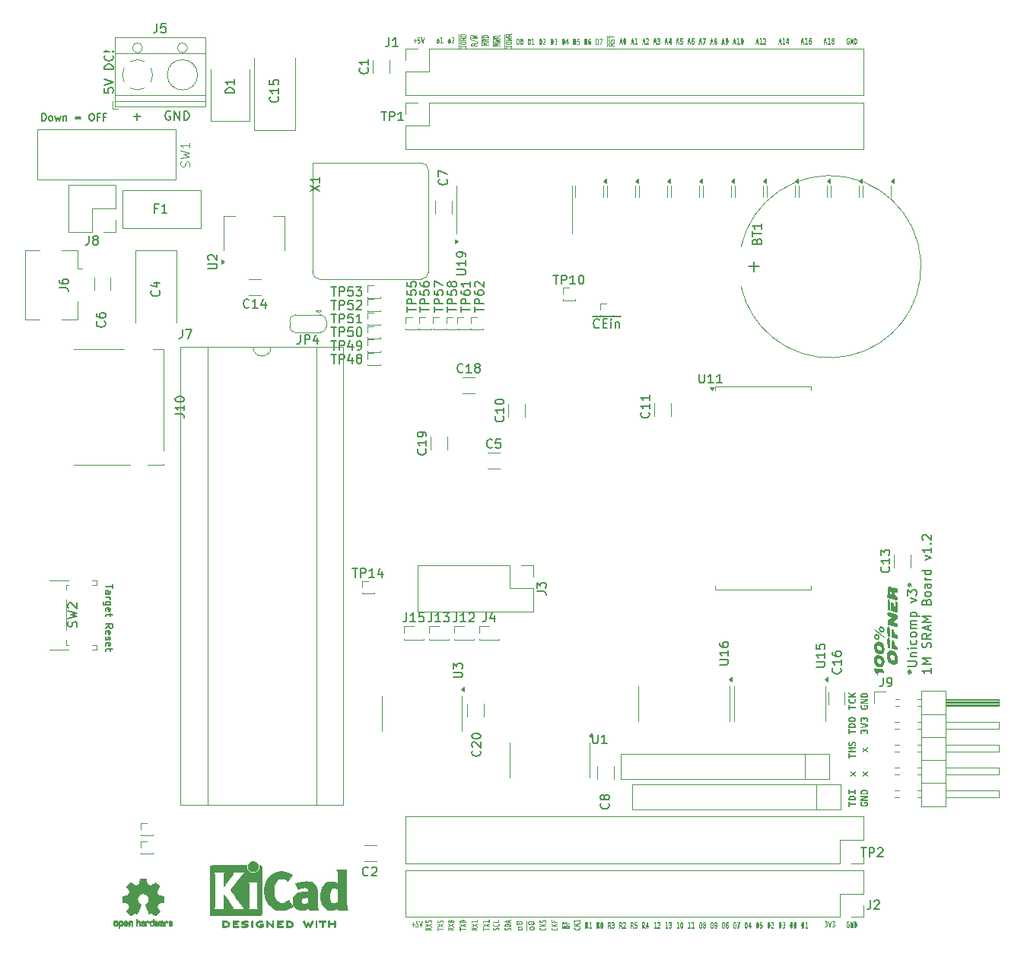
<source format=gbr>
%TF.GenerationSoftware,KiCad,Pcbnew,8.0.7-8.0.7-0~ubuntu22.04.1*%
%TF.CreationDate,2025-01-29T22:40:37+01:00*%
%TF.ProjectId,RAMROM_Board,52414d52-4f4d-45f4-926f-6172642e6b69,rev?*%
%TF.SameCoordinates,Original*%
%TF.FileFunction,Legend,Top*%
%TF.FilePolarity,Positive*%
%FSLAX46Y46*%
G04 Gerber Fmt 4.6, Leading zero omitted, Abs format (unit mm)*
G04 Created by KiCad (PCBNEW 8.0.7-8.0.7-0~ubuntu22.04.1) date 2025-01-29 22:40:37*
%MOMM*%
%LPD*%
G01*
G04 APERTURE LIST*
%ADD10C,0.100000*%
%ADD11C,0.150000*%
%ADD12C,0.120000*%
%ADD13C,0.010000*%
%ADD14C,0.000000*%
G04 APERTURE END LIST*
D10*
G36*
X95281000Y-149637561D02*
G01*
X95281000Y-149738921D01*
X94679185Y-149738921D01*
X94679185Y-149869103D01*
X94558822Y-149869103D01*
X94558822Y-149507379D01*
X94679185Y-149507379D01*
X94679185Y-149637561D01*
X95281000Y-149637561D01*
G37*
G36*
X95281000Y-149064689D02*
G01*
X95281000Y-149169469D01*
X95041983Y-149267288D01*
X95281000Y-149364863D01*
X95281000Y-149469644D01*
X94914269Y-149319190D01*
X94558822Y-149465491D01*
X94558822Y-149360711D01*
X94788606Y-149267288D01*
X94558822Y-149173621D01*
X94558822Y-149068841D01*
X94914269Y-149214410D01*
X95281000Y-149064689D01*
G37*
G36*
X94964534Y-148882728D02*
G01*
X94951665Y-148905449D01*
X94935957Y-148929526D01*
X94917266Y-148953220D01*
X94895425Y-148974504D01*
X94878707Y-148986409D01*
X94847475Y-149000706D01*
X94814198Y-149009046D01*
X94776026Y-149013096D01*
X94757489Y-149013520D01*
X94722289Y-149011953D01*
X94684944Y-149006164D01*
X94651608Y-148996108D01*
X94622281Y-148981787D01*
X94603787Y-148968946D01*
X94582003Y-148947796D01*
X94565570Y-148923455D01*
X94555742Y-148900052D01*
X94549846Y-148874305D01*
X94547880Y-148846214D01*
X94549443Y-148819669D01*
X94553621Y-148795367D01*
X94558993Y-148775505D01*
X94567789Y-148751244D01*
X94579130Y-148727156D01*
X94591648Y-148705408D01*
X94733896Y-148705408D01*
X94713616Y-148727955D01*
X94696973Y-148750761D01*
X94684998Y-148771720D01*
X94674788Y-148796821D01*
X94669290Y-148821751D01*
X94668243Y-148838276D01*
X94671128Y-148863440D01*
X94681787Y-148886722D01*
X94688759Y-148894696D01*
X94715576Y-148909942D01*
X94747573Y-148914235D01*
X94781976Y-148908135D01*
X94796471Y-148900069D01*
X94816816Y-148878026D01*
X94831994Y-148853875D01*
X94839213Y-148840474D01*
X94862123Y-148796755D01*
X94876943Y-148771280D01*
X94893726Y-148748926D01*
X94915311Y-148727200D01*
X94939460Y-148709550D01*
X94945898Y-148705774D01*
X94977298Y-148691665D01*
X95013025Y-148682174D01*
X95048416Y-148677613D01*
X95077203Y-148676587D01*
X95115800Y-148678201D01*
X95150549Y-148683044D01*
X95186229Y-148692775D01*
X95216672Y-148706900D01*
X95238599Y-148722505D01*
X95259384Y-148744784D01*
X95273136Y-148767453D01*
X95283138Y-148793419D01*
X95288608Y-148817576D01*
X95291473Y-148844023D01*
X95291942Y-148860990D01*
X95290305Y-148887214D01*
X95285396Y-148913496D01*
X95278093Y-148937438D01*
X95268152Y-148961142D01*
X95255640Y-148984322D01*
X95240556Y-149006976D01*
X95237231Y-149011444D01*
X95094984Y-149011444D01*
X95115246Y-148988850D01*
X95132370Y-148966682D01*
X95147718Y-148942548D01*
X95152772Y-148933042D01*
X95162690Y-148909388D01*
X95169356Y-148883562D01*
X95171579Y-148857937D01*
X95168309Y-148832206D01*
X95156229Y-148808220D01*
X95148327Y-148799930D01*
X95120416Y-148784451D01*
X95085787Y-148779311D01*
X95083187Y-148779291D01*
X95048603Y-148784156D01*
X95028135Y-148793091D01*
X95004591Y-148812419D01*
X94990692Y-148832903D01*
X94964534Y-148882728D01*
G37*
G36*
X107959115Y-149528750D02*
G01*
X107972699Y-149551841D01*
X107982677Y-149576006D01*
X107983735Y-149579309D01*
X107989625Y-149604655D01*
X107991869Y-149629426D01*
X107991942Y-149634874D01*
X107990448Y-149660027D01*
X107984382Y-149689311D01*
X107973648Y-149716198D01*
X107958249Y-149740688D01*
X107938182Y-149762781D01*
X107913449Y-149782476D01*
X107896369Y-149793143D01*
X107864424Y-149808869D01*
X107828322Y-149821930D01*
X107788062Y-149832325D01*
X107752861Y-149838722D01*
X107714999Y-149843414D01*
X107674477Y-149846399D01*
X107631293Y-149847678D01*
X107620082Y-149847732D01*
X107576153Y-149846879D01*
X107534896Y-149844320D01*
X107496310Y-149840055D01*
X107460396Y-149834084D01*
X107427153Y-149826408D01*
X107389356Y-149814413D01*
X107355733Y-149799754D01*
X107343452Y-149793143D01*
X107315919Y-149774886D01*
X107293053Y-149754231D01*
X107274853Y-149731180D01*
X107261320Y-149705731D01*
X107252453Y-149677885D01*
X107248253Y-149647642D01*
X107247880Y-149634874D01*
X107249451Y-149609803D01*
X107254620Y-149583978D01*
X107256087Y-149578942D01*
X107265584Y-149554533D01*
X107278687Y-149531680D01*
X107280706Y-149528750D01*
X107433896Y-149528750D01*
X107410951Y-149548128D01*
X107391900Y-149568616D01*
X107384143Y-149579431D01*
X107372731Y-149602792D01*
X107368259Y-149628479D01*
X107368243Y-149630111D01*
X107372207Y-149656192D01*
X107386145Y-149681463D01*
X107410117Y-149702427D01*
X107431673Y-149714009D01*
X107462369Y-149725048D01*
X107498955Y-149733376D01*
X107535003Y-149738357D01*
X107575379Y-149741345D01*
X107612331Y-149742313D01*
X107620082Y-149742341D01*
X107657492Y-149741649D01*
X107691929Y-149739574D01*
X107729332Y-149735258D01*
X107762454Y-149728949D01*
X107795689Y-149719072D01*
X107808149Y-149714009D01*
X107835899Y-149698140D01*
X107857641Y-149676220D01*
X107869349Y-149649991D01*
X107871579Y-149630111D01*
X107867646Y-149604374D01*
X107856817Y-149580966D01*
X107855849Y-149579431D01*
X107838468Y-149557649D01*
X107816116Y-149536878D01*
X107805926Y-149528750D01*
X107959115Y-149528750D01*
G37*
G36*
X107258822Y-149438747D02*
G01*
X107258822Y-149337386D01*
X107544171Y-149337386D01*
X107258822Y-149178628D01*
X107258822Y-149063956D01*
X107543316Y-149225767D01*
X107981000Y-149058217D01*
X107981000Y-149170812D01*
X107655986Y-149292445D01*
X107736341Y-149337386D01*
X107981000Y-149337386D01*
X107981000Y-149438747D01*
X107258822Y-149438747D01*
G37*
G36*
X107379185Y-148675854D02*
G01*
X107379185Y-148893963D01*
X107532374Y-148893963D01*
X107532374Y-148695516D01*
X107652737Y-148695516D01*
X107652737Y-148893963D01*
X107981000Y-148893963D01*
X107981000Y-148995324D01*
X107258822Y-148995324D01*
X107258822Y-148675854D01*
X107379185Y-148675854D01*
G37*
G36*
X92149624Y-50569211D02*
G01*
X92149624Y-50777111D01*
X92297391Y-50777111D01*
X92297391Y-50886532D01*
X92149624Y-50886532D01*
X92149624Y-51094431D01*
X92068292Y-51094431D01*
X92068292Y-50886532D01*
X91919914Y-50886532D01*
X91919914Y-50777111D01*
X92068292Y-50777111D01*
X92068292Y-50569211D01*
X92149624Y-50569211D01*
G37*
G36*
X92384586Y-50416022D02*
G01*
X92663145Y-50416022D01*
X92663145Y-50536385D01*
X92466652Y-50536385D01*
X92466652Y-50680855D01*
X92490412Y-50671549D01*
X92493030Y-50670939D01*
X92518065Y-50667769D01*
X92522950Y-50667690D01*
X92550554Y-50670034D01*
X92576124Y-50677067D01*
X92599659Y-50688788D01*
X92621158Y-50705197D01*
X92640623Y-50726294D01*
X92646659Y-50734368D01*
X92662762Y-50760715D01*
X92675533Y-50789875D01*
X92684972Y-50821848D01*
X92691080Y-50856633D01*
X92693857Y-50894232D01*
X92694042Y-50907390D01*
X92692234Y-50947673D01*
X92686812Y-50984663D01*
X92677774Y-51018359D01*
X92665122Y-51048761D01*
X92648854Y-51075869D01*
X92642629Y-51084173D01*
X92622081Y-51106252D01*
X92598905Y-51123763D01*
X92573102Y-51136706D01*
X92544672Y-51145081D01*
X92518973Y-51148571D01*
X92502678Y-51149142D01*
X92477845Y-51147988D01*
X92452806Y-51144525D01*
X92435999Y-51140935D01*
X92410606Y-51133626D01*
X92386966Y-51124899D01*
X92367367Y-51116315D01*
X92367367Y-50985010D01*
X92390748Y-51000985D01*
X92414653Y-51013349D01*
X92425863Y-51017837D01*
X92450371Y-51024921D01*
X92474880Y-51028394D01*
X92486191Y-51028779D01*
X92511386Y-51026845D01*
X92535881Y-51020045D01*
X92560283Y-51005086D01*
X92567646Y-50997833D01*
X92584613Y-50970681D01*
X92593750Y-50935643D01*
X92595490Y-50907903D01*
X92592214Y-50873090D01*
X92581169Y-50840965D01*
X92567768Y-50820879D01*
X92546615Y-50802190D01*
X92521103Y-50791259D01*
X92494129Y-50788053D01*
X92468659Y-50789856D01*
X92443081Y-50795266D01*
X92439663Y-50796260D01*
X92415717Y-50805011D01*
X92391537Y-50816904D01*
X92384586Y-50820879D01*
X92384586Y-50416022D01*
G37*
G36*
X92950985Y-51019204D02*
G01*
X93041233Y-50416022D01*
X93143327Y-50416022D01*
X93021327Y-51138200D01*
X92880888Y-51138200D01*
X92758888Y-50416022D01*
X92860982Y-50416022D01*
X92950985Y-51019204D01*
G37*
G36*
X94659998Y-50592932D02*
G01*
X94687498Y-50599985D01*
X94712646Y-50612327D01*
X94735440Y-50629958D01*
X94755882Y-50652878D01*
X94765221Y-50666322D01*
X94781615Y-50696408D01*
X94794616Y-50730244D01*
X94804226Y-50767830D01*
X94809643Y-50802018D01*
X94812705Y-50838810D01*
X94813459Y-50870119D01*
X94812281Y-50908994D01*
X94808748Y-50945265D01*
X94802860Y-50978932D01*
X94792685Y-51015893D01*
X94779118Y-51049104D01*
X94765221Y-51073915D01*
X94745956Y-51099480D01*
X94724337Y-51119756D01*
X94700366Y-51134743D01*
X94674042Y-51144440D01*
X94645366Y-51148848D01*
X94635284Y-51149142D01*
X94610640Y-51147305D01*
X94583209Y-51140252D01*
X94558113Y-51127911D01*
X94535352Y-51110279D01*
X94514928Y-51087359D01*
X94505591Y-51073915D01*
X94489198Y-51043829D01*
X94476196Y-51009993D01*
X94466586Y-50972407D01*
X94461169Y-50938219D01*
X94458107Y-50901427D01*
X94457353Y-50870119D01*
X94557981Y-50870119D01*
X94559263Y-50907924D01*
X94563771Y-50945193D01*
X94572587Y-50980069D01*
X94578497Y-50994927D01*
X94596157Y-51022223D01*
X94620211Y-51037577D01*
X94635284Y-51039721D01*
X94660346Y-51033422D01*
X94680942Y-51014524D01*
X94692193Y-50994927D01*
X94703076Y-50963491D01*
X94709425Y-50929317D01*
X94712327Y-50894263D01*
X94712831Y-50870119D01*
X94711541Y-50832313D01*
X94707006Y-50795044D01*
X94698138Y-50760168D01*
X94692193Y-50745310D01*
X94674573Y-50718014D01*
X94652488Y-50703316D01*
X94635284Y-50700516D01*
X94610354Y-50706815D01*
X94589786Y-50725713D01*
X94578497Y-50745310D01*
X94567678Y-50776746D01*
X94561367Y-50810920D01*
X94558482Y-50845974D01*
X94557981Y-50870119D01*
X94457353Y-50870119D01*
X94458531Y-50831243D01*
X94462064Y-50794972D01*
X94467952Y-50761306D01*
X94478127Y-50724344D01*
X94491694Y-50691133D01*
X94505591Y-50666322D01*
X94524848Y-50640757D01*
X94546441Y-50620481D01*
X94570369Y-50605494D01*
X94596633Y-50595797D01*
X94625232Y-50591389D01*
X94635284Y-50591096D01*
X94659998Y-50592932D01*
G37*
G36*
X94909324Y-51017837D02*
G01*
X95022653Y-51017837D01*
X95022653Y-50536385D01*
X94917140Y-50569211D01*
X94917140Y-50448848D01*
X95023264Y-50416022D01*
X95121205Y-50416022D01*
X95121205Y-51017837D01*
X95234534Y-51017837D01*
X95234534Y-51138200D01*
X94909324Y-51138200D01*
X94909324Y-51017837D01*
G37*
G36*
X95923222Y-50592932D02*
G01*
X95950722Y-50599985D01*
X95975870Y-50612327D01*
X95998664Y-50629958D01*
X96019106Y-50652878D01*
X96028445Y-50666322D01*
X96044839Y-50696408D01*
X96057840Y-50730244D01*
X96067450Y-50767830D01*
X96072867Y-50802018D01*
X96075929Y-50838810D01*
X96076683Y-50870119D01*
X96075505Y-50908994D01*
X96071972Y-50945265D01*
X96066084Y-50978932D01*
X96055909Y-51015893D01*
X96042342Y-51049104D01*
X96028445Y-51073915D01*
X96009180Y-51099480D01*
X95987561Y-51119756D01*
X95963590Y-51134743D01*
X95937266Y-51144440D01*
X95908590Y-51148848D01*
X95898508Y-51149142D01*
X95873864Y-51147305D01*
X95846433Y-51140252D01*
X95821337Y-51127911D01*
X95798576Y-51110279D01*
X95778152Y-51087359D01*
X95768815Y-51073915D01*
X95752422Y-51043829D01*
X95739420Y-51009993D01*
X95729810Y-50972407D01*
X95724393Y-50938219D01*
X95721331Y-50901427D01*
X95720577Y-50870119D01*
X95821205Y-50870119D01*
X95822487Y-50907924D01*
X95826995Y-50945193D01*
X95835811Y-50980069D01*
X95841721Y-50994927D01*
X95859381Y-51022223D01*
X95883435Y-51037577D01*
X95898508Y-51039721D01*
X95923570Y-51033422D01*
X95944166Y-51014524D01*
X95955417Y-50994927D01*
X95966300Y-50963491D01*
X95972649Y-50929317D01*
X95975551Y-50894263D01*
X95976055Y-50870119D01*
X95974765Y-50832313D01*
X95970230Y-50795044D01*
X95961362Y-50760168D01*
X95955417Y-50745310D01*
X95937797Y-50718014D01*
X95915712Y-50703316D01*
X95898508Y-50700516D01*
X95873578Y-50706815D01*
X95853010Y-50725713D01*
X95841721Y-50745310D01*
X95830902Y-50776746D01*
X95824591Y-50810920D01*
X95821706Y-50845974D01*
X95821205Y-50870119D01*
X95720577Y-50870119D01*
X95721755Y-50831243D01*
X95725288Y-50794972D01*
X95731176Y-50761306D01*
X95741351Y-50724344D01*
X95754918Y-50691133D01*
X95768815Y-50666322D01*
X95788072Y-50640757D01*
X95809665Y-50620481D01*
X95833593Y-50605494D01*
X95859857Y-50595797D01*
X95888456Y-50591389D01*
X95898508Y-50591096D01*
X95923222Y-50592932D01*
G37*
G36*
X96257056Y-51017837D02*
G01*
X96473089Y-51017837D01*
X96473089Y-51138200D01*
X96147391Y-51138200D01*
X96147391Y-51021598D01*
X96202346Y-50940216D01*
X96220033Y-50913981D01*
X96241508Y-50882054D01*
X96260575Y-50853615D01*
X96281023Y-50822974D01*
X96297708Y-50797783D01*
X96314745Y-50771675D01*
X96321170Y-50761553D01*
X96337183Y-50734336D01*
X96351716Y-50705036D01*
X96358295Y-50688548D01*
X96367157Y-50654905D01*
X96369652Y-50625460D01*
X96366226Y-50590177D01*
X96353758Y-50558440D01*
X96348892Y-50551601D01*
X96327384Y-50533720D01*
X96301426Y-50526082D01*
X96289907Y-50525443D01*
X96264899Y-50528126D01*
X96239376Y-50535424D01*
X96228969Y-50539463D01*
X96205366Y-50550596D01*
X96181070Y-50564719D01*
X96158382Y-50580153D01*
X96158382Y-50448848D01*
X96181201Y-50436493D01*
X96205944Y-50425217D01*
X96230312Y-50416364D01*
X96256352Y-50409488D01*
X96281534Y-50405785D01*
X96297845Y-50405080D01*
X96322447Y-50406395D01*
X96349718Y-50411444D01*
X96374534Y-50420280D01*
X96400381Y-50435374D01*
X96422886Y-50455622D01*
X96425828Y-50458936D01*
X96443958Y-50484296D01*
X96457635Y-50513404D01*
X96466859Y-50546258D01*
X96471630Y-50582860D01*
X96472357Y-50605457D01*
X96470416Y-50641842D01*
X96464596Y-50676199D01*
X96462220Y-50685642D01*
X96451586Y-50717447D01*
X96437513Y-50749259D01*
X96427416Y-50768904D01*
X96409830Y-50797609D01*
X96390126Y-50827318D01*
X96372323Y-50853388D01*
X96351414Y-50883498D01*
X96332450Y-50910495D01*
X96327398Y-50917648D01*
X96308922Y-50943889D01*
X96289925Y-50970913D01*
X96271253Y-50997534D01*
X96257056Y-51017837D01*
G37*
G36*
X97781000Y-149637561D02*
G01*
X97781000Y-149738921D01*
X97179185Y-149738921D01*
X97179185Y-149869103D01*
X97058822Y-149869103D01*
X97058822Y-149507379D01*
X97179185Y-149507379D01*
X97179185Y-149637561D01*
X97781000Y-149637561D01*
G37*
G36*
X97781000Y-149064689D02*
G01*
X97781000Y-149169469D01*
X97541983Y-149267288D01*
X97781000Y-149364863D01*
X97781000Y-149469644D01*
X97414269Y-149319190D01*
X97058822Y-149465491D01*
X97058822Y-149360711D01*
X97288606Y-149267288D01*
X97058822Y-149173621D01*
X97058822Y-149068841D01*
X97414269Y-149214410D01*
X97781000Y-149064689D01*
G37*
G36*
X97447982Y-148810287D02*
G01*
X97457182Y-148815683D01*
X97473531Y-148837482D01*
X97474621Y-148846214D01*
X97465004Y-148869982D01*
X97457524Y-148876500D01*
X97426910Y-148888063D01*
X97414611Y-148888834D01*
X97380919Y-148881896D01*
X97371697Y-148876500D01*
X97355348Y-148854839D01*
X97354258Y-148846214D01*
X97364068Y-148822217D01*
X97371697Y-148815683D01*
X97402376Y-148804120D01*
X97414611Y-148803349D01*
X97447982Y-148810287D01*
G37*
G36*
X97465247Y-148677247D02*
G01*
X97507480Y-148679228D01*
X97546779Y-148682529D01*
X97583144Y-148687151D01*
X97616577Y-148693093D01*
X97654243Y-148702377D01*
X97687326Y-148713724D01*
X97699276Y-148718841D01*
X97730768Y-148736193D01*
X97755744Y-148756559D01*
X97774205Y-148779939D01*
X97786150Y-148806333D01*
X97791127Y-148830631D01*
X97791942Y-148846214D01*
X97789675Y-148871696D01*
X97780972Y-148899529D01*
X97765741Y-148924364D01*
X97743982Y-148946203D01*
X97715696Y-148965045D01*
X97699105Y-148973342D01*
X97667769Y-148985515D01*
X97631892Y-148995625D01*
X97591474Y-149003671D01*
X97555869Y-149008623D01*
X97517358Y-149012254D01*
X97475941Y-149014565D01*
X97431617Y-149015555D01*
X97420082Y-149015596D01*
X97374954Y-149014936D01*
X97332748Y-149012955D01*
X97293465Y-149009654D01*
X97257105Y-149005033D01*
X97223667Y-148999091D01*
X97185979Y-148989806D01*
X97152858Y-148978459D01*
X97140888Y-148973342D01*
X97109280Y-148955999D01*
X97084211Y-148935658D01*
X97065682Y-148912321D01*
X97053693Y-148885987D01*
X97048698Y-148861753D01*
X97047880Y-148846214D01*
X97168243Y-148846214D01*
X97178147Y-148871587D01*
X97204871Y-148889499D01*
X97228254Y-148897505D01*
X97262747Y-148904557D01*
X97300291Y-148909075D01*
X97337942Y-148911720D01*
X97373175Y-148913058D01*
X97411913Y-148913609D01*
X97420082Y-148913625D01*
X97459423Y-148913231D01*
X97495275Y-148912051D01*
X97533691Y-148909595D01*
X97572159Y-148905297D01*
X97607748Y-148898496D01*
X97611568Y-148897505D01*
X97643214Y-148885517D01*
X97665718Y-148866283D01*
X97671579Y-148846214D01*
X97663140Y-148822440D01*
X97637823Y-148804059D01*
X97611568Y-148794801D01*
X97577096Y-148787695D01*
X97539606Y-148783142D01*
X97502027Y-148780478D01*
X97466873Y-148779129D01*
X97428229Y-148778574D01*
X97420082Y-148778558D01*
X97380642Y-148778955D01*
X97344708Y-148780145D01*
X97306216Y-148782619D01*
X97267689Y-148786949D01*
X97232074Y-148793801D01*
X97228254Y-148794801D01*
X97196607Y-148806748D01*
X97174103Y-148826028D01*
X97168243Y-148846214D01*
X97047880Y-148846214D01*
X97050143Y-148820661D01*
X97058830Y-148792760D01*
X97074033Y-148767873D01*
X97095751Y-148746000D01*
X97123986Y-148727140D01*
X97140546Y-148718841D01*
X97171804Y-148706668D01*
X97207662Y-148696559D01*
X97248119Y-148688512D01*
X97283797Y-148683561D01*
X97322419Y-148679929D01*
X97363985Y-148677619D01*
X97408494Y-148676628D01*
X97420082Y-148676587D01*
X97465247Y-148677247D01*
G37*
G36*
X101164534Y-149724877D02*
G01*
X101151665Y-149747598D01*
X101135957Y-149771675D01*
X101117266Y-149795370D01*
X101095425Y-149816653D01*
X101078707Y-149828558D01*
X101047475Y-149842855D01*
X101014198Y-149851195D01*
X100976026Y-149855246D01*
X100957489Y-149855669D01*
X100922289Y-149854102D01*
X100884944Y-149848313D01*
X100851608Y-149838258D01*
X100822281Y-149823936D01*
X100803787Y-149811095D01*
X100782003Y-149789945D01*
X100765570Y-149765604D01*
X100755742Y-149742201D01*
X100749846Y-149716454D01*
X100747880Y-149688363D01*
X100749443Y-149661819D01*
X100753621Y-149637517D01*
X100758993Y-149617655D01*
X100767789Y-149593393D01*
X100779130Y-149569305D01*
X100791648Y-149547557D01*
X100933896Y-149547557D01*
X100913616Y-149570104D01*
X100896973Y-149592910D01*
X100884998Y-149613869D01*
X100874788Y-149638971D01*
X100869290Y-149663901D01*
X100868243Y-149680425D01*
X100871128Y-149705590D01*
X100881787Y-149728871D01*
X100888759Y-149736845D01*
X100915576Y-149752091D01*
X100947573Y-149756385D01*
X100981976Y-149750284D01*
X100996471Y-149742219D01*
X101016816Y-149720176D01*
X101031994Y-149696025D01*
X101039213Y-149682623D01*
X101062123Y-149638904D01*
X101076943Y-149613430D01*
X101093726Y-149591076D01*
X101115311Y-149569350D01*
X101139460Y-149551699D01*
X101145898Y-149547923D01*
X101177298Y-149533814D01*
X101213025Y-149524323D01*
X101248416Y-149519763D01*
X101277203Y-149518736D01*
X101315800Y-149520351D01*
X101350549Y-149525194D01*
X101386229Y-149534924D01*
X101416672Y-149549049D01*
X101438599Y-149564654D01*
X101459384Y-149586934D01*
X101473136Y-149609602D01*
X101483138Y-149635568D01*
X101488608Y-149659726D01*
X101491473Y-149686173D01*
X101491942Y-149703140D01*
X101490305Y-149729364D01*
X101485396Y-149755645D01*
X101478093Y-149779588D01*
X101468152Y-149803292D01*
X101455640Y-149826471D01*
X101440556Y-149849125D01*
X101437231Y-149853593D01*
X101294984Y-149853593D01*
X101315246Y-149831000D01*
X101332370Y-149808831D01*
X101347718Y-149784698D01*
X101352772Y-149775191D01*
X101362690Y-149751538D01*
X101369356Y-149725711D01*
X101371579Y-149700087D01*
X101368309Y-149674355D01*
X101356229Y-149650369D01*
X101348327Y-149642079D01*
X101320416Y-149626600D01*
X101285787Y-149621461D01*
X101283187Y-149621441D01*
X101248603Y-149626305D01*
X101228135Y-149635240D01*
X101204591Y-149654569D01*
X101190692Y-149675052D01*
X101164534Y-149724877D01*
G37*
G36*
X101459115Y-149107676D02*
G01*
X101472699Y-149130767D01*
X101482677Y-149154931D01*
X101483735Y-149158234D01*
X101489625Y-149183581D01*
X101491869Y-149208351D01*
X101491942Y-149213799D01*
X101490448Y-149238952D01*
X101484382Y-149268237D01*
X101473648Y-149295124D01*
X101458249Y-149319613D01*
X101438182Y-149341706D01*
X101413449Y-149361402D01*
X101396369Y-149372069D01*
X101364424Y-149387795D01*
X101328322Y-149400855D01*
X101288062Y-149411251D01*
X101252861Y-149417648D01*
X101214999Y-149422339D01*
X101174477Y-149425324D01*
X101131293Y-149426604D01*
X101120082Y-149426657D01*
X101076153Y-149425804D01*
X101034896Y-149423245D01*
X100996310Y-149418980D01*
X100960396Y-149413010D01*
X100927153Y-149405333D01*
X100889356Y-149393339D01*
X100855733Y-149378679D01*
X100843452Y-149372069D01*
X100815919Y-149353811D01*
X100793053Y-149333157D01*
X100774853Y-149310105D01*
X100761320Y-149284656D01*
X100752453Y-149256811D01*
X100748253Y-149226568D01*
X100747880Y-149213799D01*
X100749451Y-149188728D01*
X100754620Y-149162904D01*
X100756087Y-149157868D01*
X100765584Y-149133458D01*
X100778687Y-149110605D01*
X100780706Y-149107676D01*
X100933896Y-149107676D01*
X100910951Y-149127053D01*
X100891900Y-149147541D01*
X100884143Y-149158356D01*
X100872731Y-149181717D01*
X100868259Y-149207405D01*
X100868243Y-149209036D01*
X100872207Y-149235117D01*
X100886145Y-149260389D01*
X100910117Y-149281352D01*
X100931673Y-149292934D01*
X100962369Y-149303973D01*
X100998955Y-149312302D01*
X101035003Y-149317282D01*
X101075379Y-149320270D01*
X101112331Y-149321238D01*
X101120082Y-149321266D01*
X101157492Y-149320574D01*
X101191929Y-149318499D01*
X101229332Y-149314183D01*
X101262454Y-149307875D01*
X101295689Y-149297997D01*
X101308149Y-149292934D01*
X101335899Y-149277066D01*
X101357641Y-149255145D01*
X101369349Y-149228916D01*
X101371579Y-149209036D01*
X101367646Y-149183299D01*
X101356817Y-149159892D01*
X101355849Y-149158356D01*
X101338468Y-149136574D01*
X101316116Y-149115804D01*
X101305926Y-149107676D01*
X101459115Y-149107676D01*
G37*
G36*
X101481000Y-148980547D02*
G01*
X100758822Y-148980547D01*
X100758822Y-148879187D01*
X101360637Y-148879187D01*
X101360637Y-148662543D01*
X101481000Y-148662543D01*
X101481000Y-148980547D01*
G37*
G36*
X137805755Y-149158737D02*
G01*
X137751533Y-149158737D01*
X137751533Y-149038374D01*
X137805755Y-149038374D01*
X137831744Y-149035441D01*
X137855987Y-149024604D01*
X137864373Y-149017516D01*
X137880572Y-148990529D01*
X137885134Y-148958702D01*
X137879944Y-148923269D01*
X137864373Y-148896640D01*
X137841153Y-148880564D01*
X137814952Y-148874593D01*
X137805755Y-148874243D01*
X137779742Y-148876403D01*
X137754164Y-148882276D01*
X137743962Y-148885527D01*
X137718888Y-148895304D01*
X137695301Y-148906801D01*
X137675574Y-148918011D01*
X137675574Y-148786706D01*
X137699792Y-148776664D01*
X137723750Y-148768399D01*
X137745305Y-148762429D01*
X137770664Y-148757219D01*
X137795268Y-148754414D01*
X137811250Y-148753880D01*
X137835717Y-148755082D01*
X137862771Y-148759698D01*
X137887309Y-148767777D01*
X137912756Y-148781577D01*
X137934779Y-148800090D01*
X137937646Y-148803120D01*
X137957468Y-148829994D01*
X137971626Y-148861549D01*
X137980121Y-148897783D01*
X137982909Y-148933328D01*
X137982953Y-148938699D01*
X137980401Y-148976088D01*
X137972745Y-149008970D01*
X137958427Y-149039933D01*
X137956819Y-149042478D01*
X137938367Y-149064974D01*
X137915527Y-149082028D01*
X137891218Y-149092722D01*
X137882325Y-149095307D01*
X137908169Y-149104219D01*
X137930746Y-149117448D01*
X137952241Y-149137490D01*
X137966100Y-149156856D01*
X137980091Y-149186261D01*
X137989503Y-149220425D01*
X137994026Y-149254790D01*
X137995043Y-149283032D01*
X137993364Y-149320585D01*
X137988328Y-149354639D01*
X137978210Y-149389948D01*
X137963521Y-149420496D01*
X137947294Y-149442889D01*
X137924335Y-149464340D01*
X137901362Y-149478533D01*
X137875351Y-149488856D01*
X137846299Y-149495307D01*
X137819767Y-149497727D01*
X137808564Y-149497942D01*
X137782009Y-149496931D01*
X137755743Y-149493901D01*
X137732116Y-149489393D01*
X137706646Y-149482745D01*
X137681956Y-149474318D01*
X137660186Y-149465115D01*
X137660186Y-149333810D01*
X137682957Y-149347311D01*
X137706941Y-149358428D01*
X137729795Y-149366466D01*
X137756018Y-149372793D01*
X137780633Y-149376266D01*
X137805988Y-149377568D01*
X137808564Y-149377579D01*
X137834838Y-149374367D01*
X137858892Y-149363535D01*
X137873777Y-149350394D01*
X137890222Y-149322826D01*
X137897459Y-149287993D01*
X137897835Y-149276706D01*
X137894992Y-149240948D01*
X137885406Y-149208851D01*
X137873777Y-149189512D01*
X137852934Y-149170758D01*
X137828910Y-149161171D01*
X137805755Y-149158737D01*
G37*
G36*
X138249911Y-149368004D02*
G01*
X138340158Y-148764822D01*
X138442252Y-148764822D01*
X138320253Y-149487000D01*
X138179813Y-149487000D01*
X138057814Y-148764822D01*
X138159907Y-148764822D01*
X138249911Y-149368004D01*
G37*
G36*
X138647904Y-149158737D02*
G01*
X138593682Y-149158737D01*
X138593682Y-149038374D01*
X138647904Y-149038374D01*
X138673893Y-149035441D01*
X138698136Y-149024604D01*
X138706523Y-149017516D01*
X138722722Y-148990529D01*
X138727283Y-148958702D01*
X138722093Y-148923269D01*
X138706523Y-148896640D01*
X138683303Y-148880564D01*
X138657102Y-148874593D01*
X138647904Y-148874243D01*
X138621891Y-148876403D01*
X138596313Y-148882276D01*
X138586111Y-148885527D01*
X138561038Y-148895304D01*
X138537451Y-148906801D01*
X138517723Y-148918011D01*
X138517723Y-148786706D01*
X138541941Y-148776664D01*
X138565899Y-148768399D01*
X138587454Y-148762429D01*
X138612813Y-148757219D01*
X138637417Y-148754414D01*
X138653400Y-148753880D01*
X138677866Y-148755082D01*
X138704920Y-148759698D01*
X138729458Y-148767777D01*
X138754906Y-148781577D01*
X138776929Y-148800090D01*
X138779795Y-148803120D01*
X138799617Y-148829994D01*
X138813776Y-148861549D01*
X138822271Y-148897783D01*
X138825058Y-148933328D01*
X138825103Y-148938699D01*
X138822550Y-148976088D01*
X138814894Y-149008970D01*
X138800576Y-149039933D01*
X138798969Y-149042478D01*
X138780517Y-149064974D01*
X138757676Y-149082028D01*
X138733367Y-149092722D01*
X138724474Y-149095307D01*
X138750318Y-149104219D01*
X138772896Y-149117448D01*
X138794390Y-149137490D01*
X138808250Y-149156856D01*
X138822241Y-149186261D01*
X138831653Y-149220425D01*
X138836175Y-149254790D01*
X138837193Y-149283032D01*
X138835514Y-149320585D01*
X138830478Y-149354639D01*
X138820359Y-149389948D01*
X138805670Y-149420496D01*
X138789443Y-149442889D01*
X138766484Y-149464340D01*
X138743512Y-149478533D01*
X138717500Y-149488856D01*
X138688448Y-149495307D01*
X138661917Y-149497727D01*
X138650713Y-149497942D01*
X138624159Y-149496931D01*
X138597893Y-149493901D01*
X138574265Y-149489393D01*
X138548796Y-149482745D01*
X138524105Y-149474318D01*
X138502336Y-149465115D01*
X138502336Y-149333810D01*
X138525107Y-149347311D01*
X138549090Y-149358428D01*
X138571945Y-149366466D01*
X138598167Y-149372793D01*
X138622782Y-149376266D01*
X138648137Y-149377568D01*
X138650713Y-149377579D01*
X138676987Y-149374367D01*
X138701041Y-149363535D01*
X138715926Y-149350394D01*
X138732372Y-149322826D01*
X138739608Y-149287993D01*
X138739984Y-149276706D01*
X138737141Y-149240948D01*
X138727556Y-149208851D01*
X138715926Y-149189512D01*
X138695083Y-149170758D01*
X138671059Y-149161171D01*
X138647904Y-149158737D01*
G37*
G36*
X99042600Y-51148135D02*
G01*
X98860858Y-51210051D01*
X98839658Y-51217256D01*
X98807881Y-51229578D01*
X98781122Y-51244792D01*
X98762008Y-51265505D01*
X98758105Y-51281125D01*
X98758105Y-51313365D01*
X99042600Y-51313365D01*
X99042600Y-51414726D01*
X98320422Y-51414726D01*
X98320422Y-51268425D01*
X98320537Y-51265616D01*
X98440785Y-51265616D01*
X98440785Y-51313365D01*
X98637743Y-51313365D01*
X98637743Y-51265616D01*
X98635035Y-51239855D01*
X98623759Y-51215124D01*
X98614833Y-51206143D01*
X98584357Y-51192587D01*
X98548706Y-51188228D01*
X98539093Y-51188069D01*
X98503702Y-51190576D01*
X98471365Y-51200762D01*
X98463524Y-51205898D01*
X98447203Y-51227900D01*
X98441340Y-51253113D01*
X98440785Y-51265616D01*
X98320537Y-51265616D01*
X98321629Y-51238875D01*
X98325247Y-51212051D01*
X98331279Y-51187951D01*
X98341702Y-51162629D01*
X98358252Y-51138047D01*
X98369833Y-51126397D01*
X98398417Y-51107537D01*
X98429791Y-51095455D01*
X98467106Y-51087498D01*
X98503817Y-51083962D01*
X98530715Y-51083289D01*
X98566160Y-51084899D01*
X98601462Y-51090561D01*
X98635008Y-51101633D01*
X98649539Y-51109056D01*
X98673652Y-51127367D01*
X98690853Y-51150091D01*
X98700423Y-51174315D01*
X98702369Y-51183184D01*
X98717737Y-51160499D01*
X98722373Y-51156928D01*
X98751539Y-51141966D01*
X98783580Y-51129695D01*
X99042600Y-51036882D01*
X99042600Y-51148135D01*
G37*
G36*
X98320422Y-50730602D02*
G01*
X98320422Y-50654642D01*
X99130136Y-50924653D01*
X99130136Y-51000490D01*
X98320422Y-50730602D01*
G37*
G36*
X98320422Y-50618251D02*
G01*
X98320422Y-50529590D01*
X98850087Y-50492832D01*
X98506438Y-50448624D01*
X98506438Y-50364482D01*
X98850087Y-50312947D01*
X98320422Y-50284004D01*
X98320422Y-50194733D01*
X99042600Y-50253840D01*
X99042600Y-50348240D01*
X98662533Y-50406614D01*
X99042600Y-50461324D01*
X99042600Y-50554992D01*
X98320422Y-50618251D01*
G37*
X98181600Y-50568251D02*
X98181600Y-50247177D01*
G36*
X109127802Y-149261921D02*
G01*
X109161670Y-149266635D01*
X109195956Y-149276107D01*
X109224613Y-149289856D01*
X109244697Y-149305046D01*
X109263417Y-149327277D01*
X109275803Y-149350593D01*
X109284811Y-149377841D01*
X109289737Y-149403552D01*
X109292317Y-149431994D01*
X109292740Y-149450371D01*
X109292740Y-149615479D01*
X108570562Y-149615479D01*
X108570562Y-149450371D01*
X108679983Y-149450371D01*
X108679983Y-149517659D01*
X108844114Y-149517659D01*
X108844114Y-149450371D01*
X108953535Y-149450371D01*
X108953535Y-149517659D01*
X109183319Y-149517659D01*
X109183319Y-149450371D01*
X109181344Y-149425398D01*
X109173568Y-149401121D01*
X109158357Y-149382471D01*
X109129447Y-149369198D01*
X109093415Y-149363736D01*
X109071504Y-149363054D01*
X109035637Y-149365033D01*
X109001721Y-149372636D01*
X108981061Y-149383326D01*
X108963239Y-149404171D01*
X108955255Y-149428641D01*
X108953535Y-149450371D01*
X108844114Y-149450371D01*
X108841470Y-149424628D01*
X108830725Y-149401192D01*
X108825308Y-149395538D01*
X108796168Y-149382306D01*
X108762733Y-149379174D01*
X108727242Y-149382850D01*
X108699645Y-149395904D01*
X108684303Y-149419548D01*
X108680060Y-149445721D01*
X108679983Y-149450371D01*
X108570562Y-149450371D01*
X108571648Y-149424656D01*
X108575815Y-149396537D01*
X108583108Y-149371407D01*
X108595567Y-149345865D01*
X108612280Y-149324390D01*
X108615014Y-149321655D01*
X108639901Y-149302794D01*
X108670280Y-149289323D01*
X108706152Y-149281240D01*
X108742045Y-149278588D01*
X108747516Y-149278546D01*
X108783164Y-149280565D01*
X108817284Y-149287544D01*
X108848145Y-149300978D01*
X108853005Y-149304069D01*
X108875341Y-149324332D01*
X108889126Y-149347611D01*
X108896221Y-149372519D01*
X108897115Y-149378563D01*
X108902703Y-149354255D01*
X108913797Y-149329880D01*
X108932281Y-149306802D01*
X108954048Y-149290147D01*
X108984417Y-149275743D01*
X109016543Y-149266897D01*
X109053499Y-149261776D01*
X109089798Y-149260350D01*
X109127802Y-149261921D01*
G37*
G36*
X108690925Y-148855395D02*
G01*
X108690925Y-149073504D01*
X108844114Y-149073504D01*
X108844114Y-148875057D01*
X108964477Y-148875057D01*
X108964477Y-149073504D01*
X109292740Y-149073504D01*
X109292740Y-149174865D01*
X108570562Y-149174865D01*
X108570562Y-148855395D01*
X108690925Y-148855395D01*
G37*
X108431740Y-149608466D02*
X108431740Y-148866317D01*
D11*
X60796779Y-59242861D02*
X61558684Y-59242861D01*
X61177731Y-59623814D02*
X61177731Y-58861909D01*
X64844398Y-58671433D02*
X64749160Y-58623814D01*
X64749160Y-58623814D02*
X64606303Y-58623814D01*
X64606303Y-58623814D02*
X64463446Y-58671433D01*
X64463446Y-58671433D02*
X64368208Y-58766671D01*
X64368208Y-58766671D02*
X64320589Y-58861909D01*
X64320589Y-58861909D02*
X64272970Y-59052385D01*
X64272970Y-59052385D02*
X64272970Y-59195242D01*
X64272970Y-59195242D02*
X64320589Y-59385718D01*
X64320589Y-59385718D02*
X64368208Y-59480956D01*
X64368208Y-59480956D02*
X64463446Y-59576195D01*
X64463446Y-59576195D02*
X64606303Y-59623814D01*
X64606303Y-59623814D02*
X64701541Y-59623814D01*
X64701541Y-59623814D02*
X64844398Y-59576195D01*
X64844398Y-59576195D02*
X64892017Y-59528575D01*
X64892017Y-59528575D02*
X64892017Y-59195242D01*
X64892017Y-59195242D02*
X64701541Y-59195242D01*
X65320589Y-59623814D02*
X65320589Y-58623814D01*
X65320589Y-58623814D02*
X65892017Y-59623814D01*
X65892017Y-59623814D02*
X65892017Y-58623814D01*
X66368208Y-59623814D02*
X66368208Y-58623814D01*
X66368208Y-58623814D02*
X66606303Y-58623814D01*
X66606303Y-58623814D02*
X66749160Y-58671433D01*
X66749160Y-58671433D02*
X66844398Y-58766671D01*
X66844398Y-58766671D02*
X66892017Y-58861909D01*
X66892017Y-58861909D02*
X66939636Y-59052385D01*
X66939636Y-59052385D02*
X66939636Y-59195242D01*
X66939636Y-59195242D02*
X66892017Y-59385718D01*
X66892017Y-59385718D02*
X66844398Y-59480956D01*
X66844398Y-59480956D02*
X66749160Y-59576195D01*
X66749160Y-59576195D02*
X66606303Y-59623814D01*
X66606303Y-59623814D02*
X66368208Y-59623814D01*
D10*
G36*
X114333400Y-51148135D02*
G01*
X114151658Y-51210051D01*
X114130458Y-51217256D01*
X114098681Y-51229578D01*
X114071922Y-51244792D01*
X114052808Y-51265505D01*
X114048905Y-51281125D01*
X114048905Y-51313365D01*
X114333400Y-51313365D01*
X114333400Y-51414726D01*
X113611222Y-51414726D01*
X113611222Y-51268425D01*
X113611337Y-51265616D01*
X113731585Y-51265616D01*
X113731585Y-51313365D01*
X113928543Y-51313365D01*
X113928543Y-51265616D01*
X113925835Y-51239855D01*
X113914559Y-51215124D01*
X113905633Y-51206143D01*
X113875157Y-51192587D01*
X113839506Y-51188228D01*
X113829893Y-51188069D01*
X113794502Y-51190576D01*
X113762165Y-51200762D01*
X113754324Y-51205898D01*
X113738003Y-51227900D01*
X113732140Y-51253113D01*
X113731585Y-51265616D01*
X113611337Y-51265616D01*
X113612429Y-51238875D01*
X113616047Y-51212051D01*
X113622079Y-51187951D01*
X113632502Y-51162629D01*
X113649052Y-51138047D01*
X113660633Y-51126397D01*
X113689217Y-51107537D01*
X113720591Y-51095455D01*
X113757906Y-51087498D01*
X113794617Y-51083962D01*
X113821515Y-51083289D01*
X113856960Y-51084899D01*
X113892262Y-51090561D01*
X113925808Y-51101633D01*
X113940339Y-51109056D01*
X113964452Y-51127367D01*
X113981653Y-51150091D01*
X113991223Y-51174315D01*
X113993169Y-51183184D01*
X114008537Y-51160499D01*
X114013173Y-51156928D01*
X114042339Y-51141966D01*
X114074380Y-51129695D01*
X114333400Y-51036882D01*
X114333400Y-51148135D01*
G37*
G36*
X114016934Y-50864203D02*
G01*
X114004065Y-50886923D01*
X113988357Y-50911000D01*
X113969666Y-50934695D01*
X113947825Y-50955978D01*
X113931107Y-50967884D01*
X113899875Y-50982181D01*
X113866598Y-50990520D01*
X113828426Y-50994571D01*
X113809889Y-50994995D01*
X113774689Y-50993428D01*
X113737344Y-50987638D01*
X113704008Y-50977583D01*
X113674681Y-50963262D01*
X113656187Y-50950420D01*
X113634403Y-50929270D01*
X113617970Y-50904930D01*
X113608142Y-50881527D01*
X113602246Y-50855780D01*
X113600280Y-50827688D01*
X113601843Y-50801144D01*
X113606021Y-50776842D01*
X113611393Y-50756980D01*
X113620189Y-50732719D01*
X113631530Y-50708631D01*
X113644048Y-50686882D01*
X113786296Y-50686882D01*
X113766016Y-50709429D01*
X113749373Y-50732236D01*
X113737398Y-50753194D01*
X113727188Y-50778296D01*
X113721690Y-50803226D01*
X113720643Y-50819751D01*
X113723528Y-50844915D01*
X113734187Y-50868196D01*
X113741159Y-50876171D01*
X113767976Y-50891417D01*
X113799973Y-50895710D01*
X113834376Y-50889609D01*
X113848871Y-50881544D01*
X113869216Y-50859501D01*
X113884394Y-50835350D01*
X113891613Y-50821949D01*
X113914523Y-50778229D01*
X113929343Y-50752755D01*
X113946126Y-50730401D01*
X113967711Y-50708675D01*
X113991860Y-50691025D01*
X113998298Y-50687249D01*
X114029698Y-50673140D01*
X114065425Y-50663648D01*
X114100816Y-50659088D01*
X114129603Y-50658062D01*
X114168200Y-50659676D01*
X114202949Y-50664519D01*
X114238629Y-50674250D01*
X114269072Y-50688375D01*
X114290999Y-50703979D01*
X114311784Y-50726259D01*
X114325536Y-50748928D01*
X114335538Y-50774894D01*
X114341008Y-50799051D01*
X114343873Y-50825498D01*
X114344342Y-50842465D01*
X114342705Y-50868689D01*
X114337796Y-50894971D01*
X114330493Y-50918913D01*
X114320552Y-50942617D01*
X114308040Y-50965796D01*
X114292956Y-50988451D01*
X114289631Y-50992919D01*
X114147384Y-50992919D01*
X114167646Y-50970325D01*
X114184770Y-50948156D01*
X114200118Y-50924023D01*
X114205172Y-50914517D01*
X114215090Y-50890863D01*
X114221756Y-50865036D01*
X114223979Y-50839412D01*
X114220709Y-50813681D01*
X114208629Y-50789695D01*
X114200727Y-50781404D01*
X114172816Y-50765925D01*
X114138187Y-50760786D01*
X114135587Y-50760766D01*
X114101003Y-50765631D01*
X114080535Y-50774566D01*
X114056991Y-50793894D01*
X114043092Y-50814377D01*
X114016934Y-50864203D01*
G37*
G36*
X114333400Y-50355811D02*
G01*
X114333400Y-50457172D01*
X113731585Y-50457172D01*
X113731585Y-50587353D01*
X113611222Y-50587353D01*
X113611222Y-50225630D01*
X113731585Y-50225630D01*
X113731585Y-50355811D01*
X114333400Y-50355811D01*
G37*
X113472400Y-51410400D02*
X113472400Y-50247176D01*
G36*
X105151794Y-149355912D02*
G01*
X105188065Y-149360858D01*
X105221732Y-149369102D01*
X105258693Y-149383347D01*
X105291904Y-149402341D01*
X105316715Y-149421796D01*
X105342280Y-149448768D01*
X105362556Y-149479034D01*
X105377543Y-149512594D01*
X105387240Y-149549447D01*
X105391648Y-149589594D01*
X105391942Y-149603709D01*
X105390105Y-149638210D01*
X105383052Y-149676614D01*
X105370711Y-149711748D01*
X105353079Y-149743613D01*
X105330159Y-149772207D01*
X105316715Y-149785279D01*
X105286629Y-149808229D01*
X105252793Y-149826432D01*
X105215207Y-149839886D01*
X105181019Y-149847470D01*
X105144227Y-149851757D01*
X105112919Y-149852812D01*
X105074043Y-149851163D01*
X105037772Y-149846217D01*
X105004106Y-149837973D01*
X104967144Y-149823728D01*
X104933933Y-149804734D01*
X104909122Y-149785279D01*
X104883557Y-149758319D01*
X104863281Y-149728089D01*
X104848294Y-149694590D01*
X104838597Y-149657821D01*
X104834189Y-149617781D01*
X104833896Y-149603709D01*
X104943316Y-149603709D01*
X104949615Y-149638610D01*
X104968513Y-149667406D01*
X104988110Y-149683210D01*
X105019546Y-149698356D01*
X105053720Y-149707192D01*
X105088774Y-149711231D01*
X105112919Y-149711933D01*
X105150724Y-149710137D01*
X105187993Y-149703826D01*
X105222869Y-149691484D01*
X105237727Y-149683210D01*
X105265023Y-149658486D01*
X105280377Y-149624810D01*
X105282521Y-149603709D01*
X105276222Y-149568622D01*
X105257324Y-149539787D01*
X105237727Y-149524036D01*
X105206291Y-149508799D01*
X105172117Y-149499911D01*
X105137063Y-149495848D01*
X105112919Y-149495143D01*
X105075113Y-149496948D01*
X105037844Y-149503297D01*
X105002968Y-149515713D01*
X104988110Y-149524036D01*
X104960814Y-149548704D01*
X104946116Y-149579623D01*
X104943316Y-149603709D01*
X104833896Y-149603709D01*
X104835732Y-149569109D01*
X104842785Y-149530608D01*
X104855127Y-149495402D01*
X104872758Y-149463489D01*
X104895678Y-149434871D01*
X104909122Y-149421796D01*
X104939208Y-149398846D01*
X104973044Y-149380643D01*
X105010630Y-149367190D01*
X105044818Y-149359605D01*
X105081610Y-149355318D01*
X105112919Y-149354263D01*
X105151794Y-149355912D01*
G37*
G36*
X105047982Y-148963907D02*
G01*
X105057182Y-148971461D01*
X105073531Y-149001980D01*
X105074621Y-149014204D01*
X105065004Y-149047479D01*
X105057524Y-149056605D01*
X105026910Y-149072793D01*
X105014611Y-149073872D01*
X104980919Y-149064159D01*
X104971697Y-149056605D01*
X104955348Y-149026279D01*
X104954258Y-149014204D01*
X104964068Y-148980608D01*
X104971697Y-148971461D01*
X105002376Y-148955273D01*
X105014611Y-148954193D01*
X105047982Y-148963907D01*
G37*
G36*
X105065247Y-148777651D02*
G01*
X105107480Y-148780424D01*
X105146779Y-148785045D01*
X105183144Y-148791516D01*
X105216577Y-148799834D01*
X105254243Y-148812832D01*
X105287326Y-148828719D01*
X105299276Y-148835882D01*
X105330768Y-148860175D01*
X105355744Y-148888688D01*
X105374205Y-148921420D01*
X105386150Y-148958372D01*
X105391127Y-148992388D01*
X105391942Y-149014204D01*
X105389675Y-149049880D01*
X105380972Y-149088845D01*
X105365741Y-149123615D01*
X105343982Y-149154189D01*
X105315696Y-149180568D01*
X105299105Y-149192184D01*
X105267769Y-149209226D01*
X105231892Y-149223379D01*
X105191474Y-149234644D01*
X105155869Y-149241576D01*
X105117358Y-149246660D01*
X105075941Y-149249895D01*
X105031617Y-149251282D01*
X105020082Y-149251339D01*
X104974954Y-149250415D01*
X104932748Y-149247642D01*
X104893465Y-149243021D01*
X104857105Y-149236550D01*
X104823667Y-149228232D01*
X104785979Y-149215234D01*
X104752858Y-149199347D01*
X104740888Y-149192184D01*
X104709280Y-149167903D01*
X104684211Y-149139426D01*
X104665682Y-149106754D01*
X104653693Y-149069887D01*
X104648698Y-149035959D01*
X104647880Y-149014204D01*
X104768243Y-149014204D01*
X104778147Y-149049727D01*
X104804871Y-149074803D01*
X104828254Y-149086011D01*
X104862747Y-149095885D01*
X104900291Y-149102210D01*
X104937942Y-149105913D01*
X104973175Y-149107786D01*
X105011913Y-149108557D01*
X105020082Y-149108579D01*
X105059423Y-149108028D01*
X105095275Y-149106375D01*
X105133691Y-149102937D01*
X105172159Y-149096921D01*
X105207748Y-149087400D01*
X105211568Y-149086011D01*
X105243214Y-149069228D01*
X105265718Y-149042300D01*
X105271579Y-149014204D01*
X105263140Y-148980921D01*
X105237823Y-148955187D01*
X105211568Y-148942226D01*
X105177096Y-148932277D01*
X105139606Y-148925904D01*
X105102027Y-148922174D01*
X105066873Y-148920286D01*
X105028229Y-148919509D01*
X105020082Y-148919487D01*
X104980642Y-148920042D01*
X104944708Y-148921707D01*
X104906216Y-148925171D01*
X104867689Y-148931234D01*
X104832074Y-148940827D01*
X104828254Y-148942226D01*
X104796607Y-148958952D01*
X104774103Y-148985944D01*
X104768243Y-149014204D01*
X104647880Y-149014204D01*
X104650143Y-148978430D01*
X104658830Y-148939368D01*
X104674033Y-148904527D01*
X104695751Y-148873904D01*
X104723986Y-148847501D01*
X104740546Y-148835882D01*
X104771804Y-148818840D01*
X104807662Y-148804687D01*
X104848119Y-148793422D01*
X104883797Y-148786490D01*
X104922419Y-148781406D01*
X104963985Y-148778171D01*
X105008494Y-148776784D01*
X105020082Y-148776727D01*
X105065247Y-148777651D01*
G37*
X104520000Y-149830000D02*
X104520000Y-148790991D01*
D11*
X50581160Y-59711295D02*
X50581160Y-58911295D01*
X50581160Y-58911295D02*
X50771636Y-58911295D01*
X50771636Y-58911295D02*
X50885922Y-58949390D01*
X50885922Y-58949390D02*
X50962112Y-59025580D01*
X50962112Y-59025580D02*
X51000207Y-59101771D01*
X51000207Y-59101771D02*
X51038303Y-59254152D01*
X51038303Y-59254152D02*
X51038303Y-59368438D01*
X51038303Y-59368438D02*
X51000207Y-59520819D01*
X51000207Y-59520819D02*
X50962112Y-59597009D01*
X50962112Y-59597009D02*
X50885922Y-59673200D01*
X50885922Y-59673200D02*
X50771636Y-59711295D01*
X50771636Y-59711295D02*
X50581160Y-59711295D01*
X51495445Y-59711295D02*
X51419255Y-59673200D01*
X51419255Y-59673200D02*
X51381160Y-59635104D01*
X51381160Y-59635104D02*
X51343064Y-59558914D01*
X51343064Y-59558914D02*
X51343064Y-59330342D01*
X51343064Y-59330342D02*
X51381160Y-59254152D01*
X51381160Y-59254152D02*
X51419255Y-59216057D01*
X51419255Y-59216057D02*
X51495445Y-59177961D01*
X51495445Y-59177961D02*
X51609731Y-59177961D01*
X51609731Y-59177961D02*
X51685922Y-59216057D01*
X51685922Y-59216057D02*
X51724017Y-59254152D01*
X51724017Y-59254152D02*
X51762112Y-59330342D01*
X51762112Y-59330342D02*
X51762112Y-59558914D01*
X51762112Y-59558914D02*
X51724017Y-59635104D01*
X51724017Y-59635104D02*
X51685922Y-59673200D01*
X51685922Y-59673200D02*
X51609731Y-59711295D01*
X51609731Y-59711295D02*
X51495445Y-59711295D01*
X52028779Y-59177961D02*
X52181160Y-59711295D01*
X52181160Y-59711295D02*
X52333541Y-59330342D01*
X52333541Y-59330342D02*
X52485922Y-59711295D01*
X52485922Y-59711295D02*
X52638303Y-59177961D01*
X52943065Y-59177961D02*
X52943065Y-59711295D01*
X52943065Y-59254152D02*
X52981160Y-59216057D01*
X52981160Y-59216057D02*
X53057350Y-59177961D01*
X53057350Y-59177961D02*
X53171636Y-59177961D01*
X53171636Y-59177961D02*
X53247827Y-59216057D01*
X53247827Y-59216057D02*
X53285922Y-59292247D01*
X53285922Y-59292247D02*
X53285922Y-59711295D01*
X54276399Y-59292247D02*
X54885923Y-59292247D01*
X54885923Y-59520819D02*
X54276399Y-59520819D01*
X56028780Y-58911295D02*
X56181161Y-58911295D01*
X56181161Y-58911295D02*
X56257351Y-58949390D01*
X56257351Y-58949390D02*
X56333542Y-59025580D01*
X56333542Y-59025580D02*
X56371637Y-59177961D01*
X56371637Y-59177961D02*
X56371637Y-59444628D01*
X56371637Y-59444628D02*
X56333542Y-59597009D01*
X56333542Y-59597009D02*
X56257351Y-59673200D01*
X56257351Y-59673200D02*
X56181161Y-59711295D01*
X56181161Y-59711295D02*
X56028780Y-59711295D01*
X56028780Y-59711295D02*
X55952589Y-59673200D01*
X55952589Y-59673200D02*
X55876399Y-59597009D01*
X55876399Y-59597009D02*
X55838303Y-59444628D01*
X55838303Y-59444628D02*
X55838303Y-59177961D01*
X55838303Y-59177961D02*
X55876399Y-59025580D01*
X55876399Y-59025580D02*
X55952589Y-58949390D01*
X55952589Y-58949390D02*
X56028780Y-58911295D01*
X56981160Y-59292247D02*
X56714494Y-59292247D01*
X56714494Y-59711295D02*
X56714494Y-58911295D01*
X56714494Y-58911295D02*
X57095446Y-58911295D01*
X57666874Y-59292247D02*
X57400208Y-59292247D01*
X57400208Y-59711295D02*
X57400208Y-58911295D01*
X57400208Y-58911295D02*
X57781160Y-58911295D01*
D10*
G36*
X102301585Y-51655293D02*
G01*
X102181222Y-51655293D01*
X102181222Y-51349989D01*
X102301585Y-51349989D01*
X102301585Y-51451961D01*
X102783037Y-51451961D01*
X102783037Y-51349989D01*
X102903400Y-51349989D01*
X102903400Y-51655293D01*
X102783037Y-51655293D01*
X102783037Y-51553321D01*
X102301585Y-51553321D01*
X102301585Y-51655293D01*
G37*
G36*
X102586990Y-50902149D02*
G01*
X102628704Y-50904284D01*
X102667624Y-50907843D01*
X102703749Y-50912825D01*
X102737080Y-50919231D01*
X102774815Y-50929239D01*
X102808183Y-50941472D01*
X102820308Y-50946988D01*
X102847398Y-50962255D01*
X102873845Y-50983402D01*
X102893680Y-51007630D01*
X102906903Y-51034942D01*
X102912872Y-51060056D01*
X102914342Y-51081688D01*
X102912046Y-51108448D01*
X102905159Y-51133084D01*
X102890833Y-51159846D01*
X102869896Y-51183551D01*
X102842347Y-51204199D01*
X102820308Y-51216266D01*
X102788686Y-51229354D01*
X102752698Y-51240223D01*
X102712344Y-51248874D01*
X102676917Y-51254198D01*
X102638696Y-51258102D01*
X102597681Y-51260586D01*
X102553871Y-51261651D01*
X102542482Y-51261695D01*
X102497896Y-51260986D01*
X102456121Y-51258856D01*
X102417155Y-51255307D01*
X102381001Y-51250338D01*
X102347656Y-51243950D01*
X102309928Y-51233968D01*
X102276590Y-51221767D01*
X102264485Y-51216266D01*
X102237346Y-51200970D01*
X102210851Y-51179812D01*
X102190979Y-51155598D01*
X102177732Y-51128327D01*
X102171752Y-51103266D01*
X102170280Y-51081688D01*
X102290643Y-51081688D01*
X102297674Y-51105920D01*
X102318765Y-51125216D01*
X102350141Y-51138475D01*
X102384474Y-51146275D01*
X102422036Y-51151273D01*
X102459819Y-51154198D01*
X102495244Y-51155678D01*
X102534251Y-51156287D01*
X102542482Y-51156305D01*
X102582106Y-51155869D01*
X102618166Y-51154563D01*
X102656733Y-51151847D01*
X102695239Y-51147094D01*
X102730691Y-51139572D01*
X102734481Y-51138475D01*
X102765857Y-51125216D01*
X102786948Y-51105920D01*
X102793979Y-51081688D01*
X102786948Y-51057333D01*
X102765857Y-51037999D01*
X102734481Y-51024780D01*
X102700170Y-51016926D01*
X102662661Y-51011894D01*
X102624950Y-51008949D01*
X102589603Y-51007459D01*
X102550692Y-51006846D01*
X102542482Y-51006828D01*
X102502759Y-51007266D01*
X102466617Y-51008581D01*
X102427975Y-51011316D01*
X102389410Y-51016102D01*
X102353931Y-51023675D01*
X102350141Y-51024780D01*
X102318765Y-51037999D01*
X102297674Y-51057333D01*
X102290643Y-51081688D01*
X102170280Y-51081688D01*
X102172580Y-51054862D01*
X102179480Y-51030176D01*
X102193831Y-51003378D01*
X102214806Y-50979663D01*
X102242405Y-50959031D01*
X102264485Y-50946988D01*
X102296066Y-50933866D01*
X102332038Y-50922967D01*
X102372401Y-50914293D01*
X102407853Y-50908955D01*
X102446116Y-50905040D01*
X102487189Y-50902549D01*
X102531072Y-50901482D01*
X102542482Y-50901437D01*
X102586990Y-50902149D01*
G37*
G36*
X102181222Y-50872250D02*
G01*
X102181222Y-50783590D01*
X102710887Y-50746831D01*
X102367238Y-50702624D01*
X102367238Y-50618482D01*
X102710887Y-50566947D01*
X102181222Y-50538004D01*
X102181222Y-50448733D01*
X102903400Y-50507840D01*
X102903400Y-50602240D01*
X102523333Y-50660614D01*
X102903400Y-50715324D01*
X102903400Y-50808991D01*
X102181222Y-50872250D01*
G37*
G36*
X102903400Y-50138911D02*
G01*
X102721658Y-50200827D01*
X102700458Y-50208032D01*
X102668681Y-50220354D01*
X102641922Y-50235568D01*
X102622808Y-50256281D01*
X102618905Y-50271901D01*
X102618905Y-50304141D01*
X102903400Y-50304141D01*
X102903400Y-50405502D01*
X102181222Y-50405502D01*
X102181222Y-50259201D01*
X102181337Y-50256392D01*
X102301585Y-50256392D01*
X102301585Y-50304141D01*
X102498543Y-50304141D01*
X102498543Y-50256392D01*
X102495835Y-50230631D01*
X102484559Y-50205900D01*
X102475633Y-50196919D01*
X102445157Y-50183363D01*
X102409506Y-50179004D01*
X102399893Y-50178845D01*
X102364502Y-50181352D01*
X102332165Y-50191538D01*
X102324324Y-50196674D01*
X102308003Y-50218676D01*
X102302140Y-50243889D01*
X102301585Y-50256392D01*
X102181337Y-50256392D01*
X102182429Y-50229651D01*
X102186047Y-50202827D01*
X102192079Y-50178727D01*
X102202502Y-50153405D01*
X102219052Y-50128823D01*
X102230633Y-50117173D01*
X102259217Y-50098313D01*
X102290591Y-50086231D01*
X102327906Y-50078274D01*
X102364617Y-50074738D01*
X102391515Y-50074065D01*
X102426960Y-50075675D01*
X102462262Y-50081337D01*
X102495808Y-50092409D01*
X102510339Y-50099832D01*
X102534452Y-50118143D01*
X102551653Y-50140867D01*
X102561223Y-50165091D01*
X102563169Y-50173960D01*
X102578537Y-50151275D01*
X102583173Y-50147704D01*
X102612339Y-50132742D01*
X102644380Y-50120471D01*
X102903400Y-50027658D01*
X102903400Y-50138911D01*
G37*
X102042400Y-51664400D02*
X102042400Y-50080102D01*
G36*
X103513099Y-50569742D02*
G01*
X103541217Y-50573701D01*
X103567138Y-50580299D01*
X103590860Y-50589537D01*
X103617421Y-50604796D01*
X103640548Y-50624179D01*
X103660240Y-50647685D01*
X103663766Y-50652881D01*
X103679703Y-50681843D01*
X103692939Y-50716047D01*
X103703474Y-50755493D01*
X103709957Y-50790825D01*
X103714711Y-50829513D01*
X103717737Y-50871555D01*
X103719033Y-50916953D01*
X103719087Y-50928827D01*
X103718601Y-50963886D01*
X103716440Y-51007705D01*
X103712550Y-51048180D01*
X103706932Y-51085310D01*
X103699584Y-51119095D01*
X103687969Y-51156623D01*
X103673653Y-51188925D01*
X103663766Y-51205798D01*
X103644761Y-51230228D01*
X103622321Y-51250518D01*
X103596447Y-51266666D01*
X103567138Y-51278674D01*
X103541217Y-51285299D01*
X103513099Y-51289274D01*
X103482782Y-51290600D01*
X103374216Y-51290600D01*
X103374216Y-51170237D01*
X103475577Y-51170237D01*
X103503054Y-51170237D01*
X103527586Y-51167610D01*
X103551587Y-51158178D01*
X103573442Y-51139366D01*
X103588295Y-51115355D01*
X103599408Y-51083117D01*
X103606527Y-51047037D01*
X103610695Y-51010263D01*
X103612803Y-50975496D01*
X103613672Y-50936980D01*
X103613696Y-50928827D01*
X103613076Y-50889816D01*
X103611216Y-50854529D01*
X103607346Y-50817098D01*
X103600574Y-50780206D01*
X103589858Y-50746979D01*
X103588295Y-50743496D01*
X103571283Y-50717049D01*
X103548822Y-50699257D01*
X103524283Y-50690709D01*
X103503054Y-50688785D01*
X103475577Y-50688785D01*
X103475577Y-51170237D01*
X103374216Y-51170237D01*
X103374216Y-50568422D01*
X103482782Y-50568422D01*
X103513099Y-50569742D01*
G37*
G36*
X103983907Y-50873668D02*
G01*
X103990441Y-50881297D01*
X104002004Y-50911976D01*
X104002775Y-50924211D01*
X103995837Y-50957582D01*
X103990441Y-50966782D01*
X103968642Y-50983131D01*
X103959911Y-50984221D01*
X103936143Y-50974604D01*
X103929624Y-50967124D01*
X103918061Y-50936510D01*
X103917290Y-50924211D01*
X103924228Y-50890519D01*
X103929624Y-50881297D01*
X103951286Y-50864948D01*
X103959911Y-50863858D01*
X103983907Y-50873668D01*
G37*
G36*
X103985464Y-50559743D02*
G01*
X104013365Y-50568430D01*
X104038252Y-50583633D01*
X104060125Y-50605351D01*
X104078984Y-50633586D01*
X104087283Y-50650146D01*
X104099456Y-50681404D01*
X104109566Y-50717262D01*
X104117612Y-50757719D01*
X104122564Y-50793397D01*
X104126195Y-50832019D01*
X104128506Y-50873585D01*
X104129496Y-50918094D01*
X104129537Y-50929682D01*
X104128877Y-50974847D01*
X104126896Y-51017080D01*
X104123595Y-51056379D01*
X104118974Y-51092744D01*
X104113032Y-51126177D01*
X104103747Y-51163843D01*
X104092400Y-51196926D01*
X104087283Y-51208876D01*
X104069931Y-51240368D01*
X104049565Y-51265344D01*
X104026185Y-51283805D01*
X103999791Y-51295750D01*
X103975494Y-51300727D01*
X103959911Y-51301542D01*
X103934428Y-51299275D01*
X103906596Y-51290572D01*
X103881760Y-51275341D01*
X103859921Y-51253582D01*
X103841079Y-51225296D01*
X103832782Y-51208705D01*
X103820609Y-51177369D01*
X103810500Y-51141492D01*
X103802453Y-51101074D01*
X103797502Y-51065469D01*
X103793871Y-51026958D01*
X103791560Y-50985541D01*
X103790569Y-50941217D01*
X103790528Y-50929682D01*
X103892500Y-50929682D01*
X103892893Y-50969023D01*
X103894074Y-51004875D01*
X103896530Y-51043291D01*
X103900827Y-51081759D01*
X103907628Y-51117348D01*
X103908620Y-51121168D01*
X103920608Y-51152814D01*
X103939842Y-51175318D01*
X103959911Y-51181179D01*
X103983684Y-51172740D01*
X104002065Y-51147423D01*
X104011324Y-51121168D01*
X104018430Y-51086696D01*
X104022982Y-51049206D01*
X104025647Y-51011627D01*
X104026995Y-50976473D01*
X104027550Y-50937829D01*
X104027566Y-50929682D01*
X104027169Y-50890242D01*
X104025980Y-50854308D01*
X104023505Y-50815816D01*
X104019175Y-50777289D01*
X104012323Y-50741674D01*
X104011324Y-50737854D01*
X103999376Y-50706207D01*
X103980096Y-50683703D01*
X103959911Y-50677843D01*
X103934537Y-50687747D01*
X103916625Y-50714471D01*
X103908620Y-50737854D01*
X103901567Y-50772347D01*
X103897049Y-50809891D01*
X103894404Y-50847542D01*
X103893066Y-50882775D01*
X103892515Y-50921513D01*
X103892500Y-50929682D01*
X103790528Y-50929682D01*
X103791188Y-50884554D01*
X103793169Y-50842348D01*
X103796470Y-50803065D01*
X103801092Y-50766705D01*
X103807034Y-50733267D01*
X103816318Y-50695579D01*
X103827665Y-50662458D01*
X103832782Y-50650488D01*
X103850126Y-50618880D01*
X103870466Y-50593811D01*
X103893803Y-50575282D01*
X103920137Y-50563293D01*
X103944371Y-50558298D01*
X103959911Y-50557480D01*
X103985464Y-50559743D01*
G37*
G36*
X104776323Y-50569742D02*
G01*
X104804441Y-50573701D01*
X104830362Y-50580299D01*
X104854084Y-50589537D01*
X104880645Y-50604796D01*
X104903772Y-50624179D01*
X104923464Y-50647685D01*
X104926990Y-50652881D01*
X104942927Y-50681843D01*
X104956163Y-50716047D01*
X104966698Y-50755493D01*
X104973181Y-50790825D01*
X104977935Y-50829513D01*
X104980961Y-50871555D01*
X104982257Y-50916953D01*
X104982311Y-50928827D01*
X104981825Y-50963886D01*
X104979664Y-51007705D01*
X104975774Y-51048180D01*
X104970156Y-51085310D01*
X104962808Y-51119095D01*
X104951193Y-51156623D01*
X104936877Y-51188925D01*
X104926990Y-51205798D01*
X104907985Y-51230228D01*
X104885545Y-51250518D01*
X104859671Y-51266666D01*
X104830362Y-51278674D01*
X104804441Y-51285299D01*
X104776323Y-51289274D01*
X104746006Y-51290600D01*
X104637440Y-51290600D01*
X104637440Y-51170237D01*
X104738801Y-51170237D01*
X104766278Y-51170237D01*
X104790810Y-51167610D01*
X104814811Y-51158178D01*
X104836666Y-51139366D01*
X104851519Y-51115355D01*
X104862632Y-51083117D01*
X104869751Y-51047037D01*
X104873919Y-51010263D01*
X104876027Y-50975496D01*
X104876896Y-50936980D01*
X104876920Y-50928827D01*
X104876300Y-50889816D01*
X104874440Y-50854529D01*
X104870570Y-50817098D01*
X104863798Y-50780206D01*
X104853082Y-50746979D01*
X104851519Y-50743496D01*
X104834507Y-50717049D01*
X104812046Y-50699257D01*
X104787507Y-50690709D01*
X104766278Y-50688785D01*
X104738801Y-50688785D01*
X104738801Y-51170237D01*
X104637440Y-51170237D01*
X104637440Y-50568422D01*
X104746006Y-50568422D01*
X104776323Y-50569742D01*
G37*
G36*
X105076100Y-51170237D02*
G01*
X105189429Y-51170237D01*
X105189429Y-50688785D01*
X105083916Y-50721611D01*
X105083916Y-50601248D01*
X105190040Y-50568422D01*
X105287981Y-50568422D01*
X105287981Y-51170237D01*
X105401310Y-51170237D01*
X105401310Y-51290600D01*
X105076100Y-51290600D01*
X105076100Y-51170237D01*
G37*
G36*
X106039547Y-50569742D02*
G01*
X106067665Y-50573701D01*
X106093586Y-50580299D01*
X106117308Y-50589537D01*
X106143869Y-50604796D01*
X106166996Y-50624179D01*
X106186688Y-50647685D01*
X106190214Y-50652881D01*
X106206151Y-50681843D01*
X106219387Y-50716047D01*
X106229922Y-50755493D01*
X106236405Y-50790825D01*
X106241159Y-50829513D01*
X106244185Y-50871555D01*
X106245481Y-50916953D01*
X106245535Y-50928827D01*
X106245049Y-50963886D01*
X106242888Y-51007705D01*
X106238998Y-51048180D01*
X106233380Y-51085310D01*
X106226032Y-51119095D01*
X106214417Y-51156623D01*
X106200101Y-51188925D01*
X106190214Y-51205798D01*
X106171209Y-51230228D01*
X106148769Y-51250518D01*
X106122895Y-51266666D01*
X106093586Y-51278674D01*
X106067665Y-51285299D01*
X106039547Y-51289274D01*
X106009230Y-51290600D01*
X105900664Y-51290600D01*
X105900664Y-51170237D01*
X106002025Y-51170237D01*
X106029502Y-51170237D01*
X106054034Y-51167610D01*
X106078035Y-51158178D01*
X106099890Y-51139366D01*
X106114743Y-51115355D01*
X106125856Y-51083117D01*
X106132975Y-51047037D01*
X106137143Y-51010263D01*
X106139251Y-50975496D01*
X106140120Y-50936980D01*
X106140144Y-50928827D01*
X106139524Y-50889816D01*
X106137664Y-50854529D01*
X106133794Y-50817098D01*
X106127022Y-50780206D01*
X106116306Y-50746979D01*
X106114743Y-50743496D01*
X106097731Y-50717049D01*
X106075270Y-50699257D01*
X106050731Y-50690709D01*
X106029502Y-50688785D01*
X106002025Y-50688785D01*
X106002025Y-51170237D01*
X105900664Y-51170237D01*
X105900664Y-50568422D01*
X106009230Y-50568422D01*
X106039547Y-50569742D01*
G37*
G36*
X106423832Y-51170237D02*
G01*
X106639865Y-51170237D01*
X106639865Y-51290600D01*
X106314167Y-51290600D01*
X106314167Y-51173998D01*
X106369122Y-51092616D01*
X106386809Y-51066381D01*
X106408284Y-51034454D01*
X106427351Y-51006015D01*
X106447799Y-50975374D01*
X106464484Y-50950183D01*
X106481521Y-50924075D01*
X106487946Y-50913953D01*
X106503959Y-50886736D01*
X106518492Y-50857436D01*
X106525071Y-50840948D01*
X106533933Y-50807305D01*
X106536428Y-50777860D01*
X106533002Y-50742577D01*
X106520534Y-50710840D01*
X106515668Y-50704001D01*
X106494160Y-50686120D01*
X106468202Y-50678482D01*
X106456683Y-50677843D01*
X106431675Y-50680526D01*
X106406152Y-50687824D01*
X106395745Y-50691863D01*
X106372142Y-50702996D01*
X106347846Y-50717119D01*
X106325158Y-50732553D01*
X106325158Y-50601248D01*
X106347977Y-50588893D01*
X106372720Y-50577617D01*
X106397088Y-50568764D01*
X106423128Y-50561888D01*
X106448310Y-50558185D01*
X106464621Y-50557480D01*
X106489223Y-50558795D01*
X106516494Y-50563844D01*
X106541310Y-50572680D01*
X106567157Y-50587774D01*
X106589662Y-50608022D01*
X106592604Y-50611336D01*
X106610734Y-50636696D01*
X106624411Y-50665804D01*
X106633635Y-50698658D01*
X106638406Y-50735260D01*
X106639133Y-50757857D01*
X106637192Y-50794242D01*
X106631372Y-50828599D01*
X106628996Y-50838042D01*
X106618362Y-50869847D01*
X106604289Y-50901659D01*
X106594192Y-50921304D01*
X106576606Y-50950009D01*
X106556902Y-50979718D01*
X106539099Y-51005788D01*
X106518190Y-51035898D01*
X106499226Y-51062895D01*
X106494174Y-51070048D01*
X106475698Y-51096289D01*
X106456701Y-51123313D01*
X106438029Y-51149934D01*
X106423832Y-51170237D01*
G37*
G36*
X107302771Y-50569742D02*
G01*
X107330889Y-50573701D01*
X107356810Y-50580299D01*
X107380532Y-50589537D01*
X107407093Y-50604796D01*
X107430220Y-50624179D01*
X107449912Y-50647685D01*
X107453438Y-50652881D01*
X107469375Y-50681843D01*
X107482611Y-50716047D01*
X107493146Y-50755493D01*
X107499629Y-50790825D01*
X107504383Y-50829513D01*
X107507409Y-50871555D01*
X107508705Y-50916953D01*
X107508759Y-50928827D01*
X107508273Y-50963886D01*
X107506112Y-51007705D01*
X107502222Y-51048180D01*
X107496604Y-51085310D01*
X107489256Y-51119095D01*
X107477641Y-51156623D01*
X107463325Y-51188925D01*
X107453438Y-51205798D01*
X107434433Y-51230228D01*
X107411993Y-51250518D01*
X107386119Y-51266666D01*
X107356810Y-51278674D01*
X107330889Y-51285299D01*
X107302771Y-51289274D01*
X107272454Y-51290600D01*
X107163888Y-51290600D01*
X107163888Y-51170237D01*
X107265249Y-51170237D01*
X107292726Y-51170237D01*
X107317258Y-51167610D01*
X107341259Y-51158178D01*
X107363114Y-51139366D01*
X107377967Y-51115355D01*
X107389080Y-51083117D01*
X107396199Y-51047037D01*
X107400367Y-51010263D01*
X107402475Y-50975496D01*
X107403344Y-50936980D01*
X107403368Y-50928827D01*
X107402748Y-50889816D01*
X107400888Y-50854529D01*
X107397018Y-50817098D01*
X107390246Y-50780206D01*
X107379530Y-50746979D01*
X107377967Y-50743496D01*
X107360955Y-50717049D01*
X107338494Y-50699257D01*
X107313955Y-50690709D01*
X107292726Y-50688785D01*
X107265249Y-50688785D01*
X107265249Y-51170237D01*
X107163888Y-51170237D01*
X107163888Y-50568422D01*
X107272454Y-50568422D01*
X107302771Y-50569742D01*
G37*
G36*
X107726502Y-50962337D02*
G01*
X107672280Y-50962337D01*
X107672280Y-50841974D01*
X107726502Y-50841974D01*
X107752491Y-50839041D01*
X107776734Y-50828204D01*
X107785120Y-50821116D01*
X107801319Y-50794129D01*
X107805881Y-50762302D01*
X107800690Y-50726869D01*
X107785120Y-50700240D01*
X107761900Y-50684164D01*
X107735699Y-50678193D01*
X107726502Y-50677843D01*
X107700489Y-50680003D01*
X107674911Y-50685876D01*
X107664708Y-50689127D01*
X107639635Y-50698904D01*
X107616048Y-50710401D01*
X107596320Y-50721611D01*
X107596320Y-50590306D01*
X107620538Y-50580264D01*
X107644497Y-50571999D01*
X107666052Y-50566029D01*
X107691411Y-50560819D01*
X107716014Y-50558014D01*
X107731997Y-50557480D01*
X107756464Y-50558682D01*
X107783517Y-50563298D01*
X107808055Y-50571377D01*
X107833503Y-50585177D01*
X107855526Y-50603690D01*
X107858393Y-50606720D01*
X107878215Y-50633594D01*
X107892373Y-50665149D01*
X107900868Y-50701383D01*
X107903656Y-50736928D01*
X107903700Y-50742299D01*
X107901148Y-50779688D01*
X107893491Y-50812570D01*
X107879174Y-50843533D01*
X107877566Y-50846078D01*
X107859114Y-50868574D01*
X107836274Y-50885628D01*
X107811965Y-50896322D01*
X107803072Y-50898907D01*
X107828916Y-50907819D01*
X107851493Y-50921048D01*
X107872988Y-50941090D01*
X107886847Y-50960456D01*
X107900838Y-50989861D01*
X107910250Y-51024025D01*
X107914772Y-51058390D01*
X107915790Y-51086632D01*
X107914111Y-51124185D01*
X107909075Y-51158239D01*
X107898956Y-51193548D01*
X107884268Y-51224096D01*
X107868040Y-51246489D01*
X107845081Y-51267940D01*
X107822109Y-51282133D01*
X107796097Y-51292456D01*
X107767046Y-51298907D01*
X107740514Y-51301327D01*
X107729310Y-51301542D01*
X107702756Y-51300531D01*
X107676490Y-51297501D01*
X107652862Y-51292993D01*
X107627393Y-51286345D01*
X107602703Y-51277918D01*
X107580933Y-51268715D01*
X107580933Y-51137410D01*
X107603704Y-51150911D01*
X107627687Y-51162028D01*
X107650542Y-51170066D01*
X107676765Y-51176393D01*
X107701380Y-51179866D01*
X107726734Y-51181168D01*
X107729310Y-51181179D01*
X107755584Y-51177967D01*
X107779638Y-51167135D01*
X107794523Y-51153994D01*
X107810969Y-51126426D01*
X107818205Y-51091593D01*
X107818581Y-51080306D01*
X107815738Y-51044548D01*
X107806153Y-51012451D01*
X107794523Y-50993112D01*
X107773681Y-50974358D01*
X107749657Y-50964771D01*
X107726502Y-50962337D01*
G37*
G36*
X108565995Y-50569742D02*
G01*
X108594113Y-50573701D01*
X108620034Y-50580299D01*
X108643756Y-50589537D01*
X108670317Y-50604796D01*
X108693444Y-50624179D01*
X108713136Y-50647685D01*
X108716662Y-50652881D01*
X108732599Y-50681843D01*
X108745835Y-50716047D01*
X108756370Y-50755493D01*
X108762853Y-50790825D01*
X108767607Y-50829513D01*
X108770633Y-50871555D01*
X108771929Y-50916953D01*
X108771983Y-50928827D01*
X108771497Y-50963886D01*
X108769336Y-51007705D01*
X108765446Y-51048180D01*
X108759828Y-51085310D01*
X108752480Y-51119095D01*
X108740865Y-51156623D01*
X108726549Y-51188925D01*
X108716662Y-51205798D01*
X108697657Y-51230228D01*
X108675217Y-51250518D01*
X108649343Y-51266666D01*
X108620034Y-51278674D01*
X108594113Y-51285299D01*
X108565995Y-51289274D01*
X108535678Y-51290600D01*
X108427112Y-51290600D01*
X108427112Y-51170237D01*
X108528473Y-51170237D01*
X108555950Y-51170237D01*
X108580482Y-51167610D01*
X108604483Y-51158178D01*
X108626338Y-51139366D01*
X108641191Y-51115355D01*
X108652304Y-51083117D01*
X108659423Y-51047037D01*
X108663591Y-51010263D01*
X108665699Y-50975496D01*
X108666568Y-50936980D01*
X108666592Y-50928827D01*
X108665972Y-50889816D01*
X108664112Y-50854529D01*
X108660242Y-50817098D01*
X108653470Y-50780206D01*
X108642754Y-50746979D01*
X108641191Y-50743496D01*
X108624179Y-50717049D01*
X108601718Y-50699257D01*
X108577179Y-50690709D01*
X108555950Y-50688785D01*
X108528473Y-50688785D01*
X108528473Y-51170237D01*
X108427112Y-51170237D01*
X108427112Y-50568422D01*
X108535678Y-50568422D01*
X108565995Y-50569742D01*
G37*
G36*
X109136760Y-51017048D02*
G01*
X109193058Y-51017048D01*
X109193058Y-51137410D01*
X109136760Y-51137410D01*
X109136760Y-51290600D01*
X109039551Y-51290600D01*
X109039551Y-51137410D01*
X108836219Y-51137410D01*
X108836219Y-51017048D01*
X108910103Y-51017048D01*
X109039551Y-51017048D01*
X109039551Y-50728792D01*
X108910103Y-51017048D01*
X108836219Y-51017048D01*
X108836219Y-50998412D01*
X109030636Y-50568422D01*
X109136760Y-50568422D01*
X109136760Y-51017048D01*
G37*
G36*
X109829219Y-50569742D02*
G01*
X109857337Y-50573701D01*
X109883258Y-50580299D01*
X109906980Y-50589537D01*
X109933541Y-50604796D01*
X109956668Y-50624179D01*
X109976360Y-50647685D01*
X109979886Y-50652881D01*
X109995823Y-50681843D01*
X110009059Y-50716047D01*
X110019594Y-50755493D01*
X110026077Y-50790825D01*
X110030831Y-50829513D01*
X110033857Y-50871555D01*
X110035153Y-50916953D01*
X110035207Y-50928827D01*
X110034721Y-50963886D01*
X110032560Y-51007705D01*
X110028670Y-51048180D01*
X110023052Y-51085310D01*
X110015704Y-51119095D01*
X110004089Y-51156623D01*
X109989773Y-51188925D01*
X109979886Y-51205798D01*
X109960881Y-51230228D01*
X109938441Y-51250518D01*
X109912567Y-51266666D01*
X109883258Y-51278674D01*
X109857337Y-51285299D01*
X109829219Y-51289274D01*
X109798902Y-51290600D01*
X109690336Y-51290600D01*
X109690336Y-51170237D01*
X109791697Y-51170237D01*
X109819174Y-51170237D01*
X109843706Y-51167610D01*
X109867707Y-51158178D01*
X109889562Y-51139366D01*
X109904415Y-51115355D01*
X109915528Y-51083117D01*
X109922647Y-51047037D01*
X109926815Y-51010263D01*
X109928923Y-50975496D01*
X109929792Y-50936980D01*
X109929816Y-50928827D01*
X109929196Y-50889816D01*
X109927336Y-50854529D01*
X109923466Y-50817098D01*
X109916694Y-50780206D01*
X109905978Y-50746979D01*
X109904415Y-50743496D01*
X109887403Y-50717049D01*
X109864942Y-50699257D01*
X109840403Y-50690709D01*
X109819174Y-50688785D01*
X109791697Y-50688785D01*
X109791697Y-51170237D01*
X109690336Y-51170237D01*
X109690336Y-50568422D01*
X109798902Y-50568422D01*
X109829219Y-50569742D01*
G37*
G36*
X110130706Y-50568422D02*
G01*
X110409265Y-50568422D01*
X110409265Y-50688785D01*
X110212772Y-50688785D01*
X110212772Y-50833255D01*
X110236532Y-50823949D01*
X110239150Y-50823339D01*
X110264185Y-50820169D01*
X110269070Y-50820090D01*
X110296674Y-50822434D01*
X110322244Y-50829467D01*
X110345779Y-50841188D01*
X110367278Y-50857597D01*
X110386743Y-50878694D01*
X110392779Y-50886768D01*
X110408882Y-50913115D01*
X110421653Y-50942275D01*
X110431092Y-50974248D01*
X110437200Y-51009033D01*
X110439977Y-51046632D01*
X110440162Y-51059790D01*
X110438354Y-51100073D01*
X110432932Y-51137063D01*
X110423894Y-51170759D01*
X110411242Y-51201161D01*
X110394975Y-51228269D01*
X110388749Y-51236573D01*
X110368201Y-51258652D01*
X110345025Y-51276163D01*
X110319222Y-51289106D01*
X110290792Y-51297481D01*
X110265093Y-51300971D01*
X110248798Y-51301542D01*
X110223965Y-51300388D01*
X110198926Y-51296925D01*
X110182119Y-51293335D01*
X110156726Y-51286026D01*
X110133086Y-51277299D01*
X110113487Y-51268715D01*
X110113487Y-51137410D01*
X110136868Y-51153385D01*
X110160773Y-51165749D01*
X110171983Y-51170237D01*
X110196491Y-51177321D01*
X110221000Y-51180794D01*
X110232311Y-51181179D01*
X110257506Y-51179245D01*
X110282001Y-51172445D01*
X110306403Y-51157486D01*
X110313766Y-51150233D01*
X110330733Y-51123081D01*
X110339870Y-51088043D01*
X110341610Y-51060303D01*
X110338334Y-51025490D01*
X110327289Y-50993365D01*
X110313888Y-50973279D01*
X110292735Y-50954590D01*
X110267223Y-50943659D01*
X110240249Y-50940453D01*
X110214779Y-50942256D01*
X110189201Y-50947666D01*
X110185783Y-50948660D01*
X110161837Y-50957411D01*
X110137658Y-50969304D01*
X110130706Y-50973279D01*
X110130706Y-50568422D01*
G37*
G36*
X111092443Y-50569742D02*
G01*
X111120561Y-50573701D01*
X111146482Y-50580299D01*
X111170204Y-50589537D01*
X111196765Y-50604796D01*
X111219892Y-50624179D01*
X111239584Y-50647685D01*
X111243110Y-50652881D01*
X111259047Y-50681843D01*
X111272283Y-50716047D01*
X111282818Y-50755493D01*
X111289301Y-50790825D01*
X111294055Y-50829513D01*
X111297081Y-50871555D01*
X111298377Y-50916953D01*
X111298431Y-50928827D01*
X111297945Y-50963886D01*
X111295784Y-51007705D01*
X111291894Y-51048180D01*
X111286276Y-51085310D01*
X111278928Y-51119095D01*
X111267313Y-51156623D01*
X111252997Y-51188925D01*
X111243110Y-51205798D01*
X111224105Y-51230228D01*
X111201665Y-51250518D01*
X111175791Y-51266666D01*
X111146482Y-51278674D01*
X111120561Y-51285299D01*
X111092443Y-51289274D01*
X111062126Y-51290600D01*
X110953560Y-51290600D01*
X110953560Y-51170237D01*
X111054921Y-51170237D01*
X111082398Y-51170237D01*
X111106930Y-51167610D01*
X111130931Y-51158178D01*
X111152786Y-51139366D01*
X111167639Y-51115355D01*
X111178752Y-51083117D01*
X111185871Y-51047037D01*
X111190039Y-51010263D01*
X111192147Y-50975496D01*
X111193016Y-50936980D01*
X111193040Y-50928827D01*
X111192420Y-50889816D01*
X111190560Y-50854529D01*
X111186690Y-50817098D01*
X111179918Y-50780206D01*
X111169202Y-50746979D01*
X111167639Y-50743496D01*
X111150627Y-50717049D01*
X111128166Y-50699257D01*
X111103627Y-50690709D01*
X111082398Y-50688785D01*
X111054921Y-50688785D01*
X111054921Y-51170237D01*
X110953560Y-51170237D01*
X110953560Y-50568422D01*
X111062126Y-50568422D01*
X111092443Y-50569742D01*
G37*
G36*
X111604467Y-50559532D02*
G01*
X111629624Y-50565687D01*
X111653774Y-50575184D01*
X111678139Y-50588287D01*
X111681404Y-50590306D01*
X111681404Y-50721611D01*
X111659739Y-50701643D01*
X111637219Y-50685187D01*
X111629380Y-50680579D01*
X111604956Y-50670320D01*
X111581509Y-50666901D01*
X111555672Y-50670096D01*
X111530530Y-50681328D01*
X111509540Y-50700648D01*
X111497855Y-50718021D01*
X111483876Y-50750644D01*
X111475084Y-50786136D01*
X111470195Y-50822206D01*
X111468088Y-50856847D01*
X111467814Y-50869158D01*
X111484885Y-50844377D01*
X111505874Y-50826132D01*
X111508969Y-50824193D01*
X111532664Y-50813908D01*
X111557681Y-50809515D01*
X111568075Y-50809148D01*
X111592975Y-50811324D01*
X111619214Y-50819362D01*
X111642426Y-50833324D01*
X111662611Y-50853209D01*
X111675176Y-50871039D01*
X111689927Y-50900512D01*
X111701055Y-50934927D01*
X111707710Y-50968358D01*
X111711702Y-51005420D01*
X111713033Y-51046112D01*
X111711996Y-51082813D01*
X111708883Y-51116835D01*
X111702409Y-51154123D01*
X111692946Y-51187552D01*
X111680496Y-51217122D01*
X111670535Y-51234692D01*
X111650342Y-51260740D01*
X111626841Y-51280390D01*
X111600033Y-51293642D01*
X111574421Y-51299910D01*
X111551223Y-51301542D01*
X111523166Y-51299396D01*
X111497613Y-51292960D01*
X111470256Y-51279572D01*
X111446505Y-51260005D01*
X111426361Y-51234260D01*
X111414935Y-51213663D01*
X111402727Y-51183559D01*
X111392588Y-51148170D01*
X111384519Y-51107497D01*
X111379553Y-51071154D01*
X111378119Y-51055516D01*
X111480758Y-51055516D01*
X111482130Y-51090369D01*
X111487532Y-51126281D01*
X111498100Y-51157072D01*
X111516265Y-51181031D01*
X111540415Y-51191573D01*
X111548414Y-51192121D01*
X111572685Y-51186336D01*
X111593188Y-51167169D01*
X111599094Y-51157072D01*
X111609885Y-51126281D01*
X111615401Y-51090369D01*
X111616802Y-51055516D01*
X111615401Y-51020732D01*
X111609885Y-50984830D01*
X111599094Y-50953960D01*
X111580678Y-50929767D01*
X111556418Y-50919122D01*
X111548414Y-50918569D01*
X111524203Y-50924381D01*
X111503900Y-50943642D01*
X111498100Y-50953789D01*
X111486872Y-50987486D01*
X111481842Y-51024153D01*
X111480758Y-51055516D01*
X111378119Y-51055516D01*
X111375911Y-51031429D01*
X111373593Y-50988322D01*
X111372724Y-50953772D01*
X111372559Y-50929682D01*
X111373370Y-50884554D01*
X111375803Y-50842348D01*
X111379858Y-50803065D01*
X111385534Y-50766705D01*
X111392833Y-50733267D01*
X111404237Y-50695579D01*
X111418176Y-50662458D01*
X111424460Y-50650488D01*
X111441944Y-50623694D01*
X111461956Y-50601441D01*
X111484496Y-50583729D01*
X111509564Y-50570559D01*
X111537160Y-50561931D01*
X111567285Y-50557843D01*
X111580043Y-50557480D01*
X111604467Y-50559532D01*
G37*
G36*
X112355667Y-50569742D02*
G01*
X112383785Y-50573701D01*
X112409706Y-50580299D01*
X112433428Y-50589537D01*
X112459989Y-50604796D01*
X112483116Y-50624179D01*
X112502808Y-50647685D01*
X112506334Y-50652881D01*
X112522271Y-50681843D01*
X112535507Y-50716047D01*
X112546042Y-50755493D01*
X112552525Y-50790825D01*
X112557279Y-50829513D01*
X112560305Y-50871555D01*
X112561601Y-50916953D01*
X112561655Y-50928827D01*
X112561169Y-50963886D01*
X112559008Y-51007705D01*
X112555118Y-51048180D01*
X112549500Y-51085310D01*
X112542152Y-51119095D01*
X112530537Y-51156623D01*
X112516221Y-51188925D01*
X112506334Y-51205798D01*
X112487329Y-51230228D01*
X112464889Y-51250518D01*
X112439015Y-51266666D01*
X112409706Y-51278674D01*
X112383785Y-51285299D01*
X112355667Y-51289274D01*
X112325350Y-51290600D01*
X112216784Y-51290600D01*
X112216784Y-51170237D01*
X112318145Y-51170237D01*
X112345622Y-51170237D01*
X112370154Y-51167610D01*
X112394155Y-51158178D01*
X112416010Y-51139366D01*
X112430863Y-51115355D01*
X112441976Y-51083117D01*
X112449095Y-51047037D01*
X112453263Y-51010263D01*
X112455371Y-50975496D01*
X112456240Y-50936980D01*
X112456264Y-50928827D01*
X112455644Y-50889816D01*
X112453784Y-50854529D01*
X112449914Y-50817098D01*
X112443142Y-50780206D01*
X112432426Y-50746979D01*
X112430863Y-50743496D01*
X112413851Y-50717049D01*
X112391390Y-50699257D01*
X112366851Y-50690709D01*
X112345622Y-50688785D01*
X112318145Y-50688785D01*
X112318145Y-51170237D01*
X112216784Y-51170237D01*
X112216784Y-50568422D01*
X112325350Y-50568422D01*
X112355667Y-50569742D01*
G37*
G36*
X112637248Y-50568422D02*
G01*
X112961481Y-50568422D01*
X112961481Y-50669466D01*
X112787702Y-51290600D01*
X112684265Y-51290600D01*
X112851205Y-50688785D01*
X112637248Y-50688785D01*
X112637248Y-50568422D01*
G37*
D11*
X58436704Y-111299874D02*
X58436704Y-111757017D01*
X57636704Y-111528445D02*
X58436704Y-111528445D01*
X57636704Y-112366541D02*
X58055752Y-112366541D01*
X58055752Y-112366541D02*
X58131942Y-112328446D01*
X58131942Y-112328446D02*
X58170038Y-112252255D01*
X58170038Y-112252255D02*
X58170038Y-112099874D01*
X58170038Y-112099874D02*
X58131942Y-112023684D01*
X57674800Y-112366541D02*
X57636704Y-112290350D01*
X57636704Y-112290350D02*
X57636704Y-112099874D01*
X57636704Y-112099874D02*
X57674800Y-112023684D01*
X57674800Y-112023684D02*
X57750990Y-111985588D01*
X57750990Y-111985588D02*
X57827180Y-111985588D01*
X57827180Y-111985588D02*
X57903371Y-112023684D01*
X57903371Y-112023684D02*
X57941466Y-112099874D01*
X57941466Y-112099874D02*
X57941466Y-112290350D01*
X57941466Y-112290350D02*
X57979561Y-112366541D01*
X57636704Y-112747494D02*
X58170038Y-112747494D01*
X58017657Y-112747494D02*
X58093847Y-112785589D01*
X58093847Y-112785589D02*
X58131942Y-112823684D01*
X58131942Y-112823684D02*
X58170038Y-112899875D01*
X58170038Y-112899875D02*
X58170038Y-112976065D01*
X58170038Y-113585589D02*
X57522419Y-113585589D01*
X57522419Y-113585589D02*
X57446228Y-113547494D01*
X57446228Y-113547494D02*
X57408133Y-113509398D01*
X57408133Y-113509398D02*
X57370038Y-113433208D01*
X57370038Y-113433208D02*
X57370038Y-113318922D01*
X57370038Y-113318922D02*
X57408133Y-113242732D01*
X57674800Y-113585589D02*
X57636704Y-113509398D01*
X57636704Y-113509398D02*
X57636704Y-113357017D01*
X57636704Y-113357017D02*
X57674800Y-113280827D01*
X57674800Y-113280827D02*
X57712895Y-113242732D01*
X57712895Y-113242732D02*
X57789085Y-113204636D01*
X57789085Y-113204636D02*
X58017657Y-113204636D01*
X58017657Y-113204636D02*
X58093847Y-113242732D01*
X58093847Y-113242732D02*
X58131942Y-113280827D01*
X58131942Y-113280827D02*
X58170038Y-113357017D01*
X58170038Y-113357017D02*
X58170038Y-113509398D01*
X58170038Y-113509398D02*
X58131942Y-113585589D01*
X57674800Y-114271304D02*
X57636704Y-114195113D01*
X57636704Y-114195113D02*
X57636704Y-114042732D01*
X57636704Y-114042732D02*
X57674800Y-113966542D01*
X57674800Y-113966542D02*
X57750990Y-113928446D01*
X57750990Y-113928446D02*
X58055752Y-113928446D01*
X58055752Y-113928446D02*
X58131942Y-113966542D01*
X58131942Y-113966542D02*
X58170038Y-114042732D01*
X58170038Y-114042732D02*
X58170038Y-114195113D01*
X58170038Y-114195113D02*
X58131942Y-114271304D01*
X58131942Y-114271304D02*
X58055752Y-114309399D01*
X58055752Y-114309399D02*
X57979561Y-114309399D01*
X57979561Y-114309399D02*
X57903371Y-113928446D01*
X58170038Y-114537970D02*
X58170038Y-114842732D01*
X58436704Y-114652256D02*
X57750990Y-114652256D01*
X57750990Y-114652256D02*
X57674800Y-114690351D01*
X57674800Y-114690351D02*
X57636704Y-114766541D01*
X57636704Y-114766541D02*
X57636704Y-114842732D01*
X57636704Y-116176066D02*
X58017657Y-115909399D01*
X57636704Y-115718923D02*
X58436704Y-115718923D01*
X58436704Y-115718923D02*
X58436704Y-116023685D01*
X58436704Y-116023685D02*
X58398609Y-116099875D01*
X58398609Y-116099875D02*
X58360514Y-116137970D01*
X58360514Y-116137970D02*
X58284323Y-116176066D01*
X58284323Y-116176066D02*
X58170038Y-116176066D01*
X58170038Y-116176066D02*
X58093847Y-116137970D01*
X58093847Y-116137970D02*
X58055752Y-116099875D01*
X58055752Y-116099875D02*
X58017657Y-116023685D01*
X58017657Y-116023685D02*
X58017657Y-115718923D01*
X57674800Y-116823685D02*
X57636704Y-116747494D01*
X57636704Y-116747494D02*
X57636704Y-116595113D01*
X57636704Y-116595113D02*
X57674800Y-116518923D01*
X57674800Y-116518923D02*
X57750990Y-116480827D01*
X57750990Y-116480827D02*
X58055752Y-116480827D01*
X58055752Y-116480827D02*
X58131942Y-116518923D01*
X58131942Y-116518923D02*
X58170038Y-116595113D01*
X58170038Y-116595113D02*
X58170038Y-116747494D01*
X58170038Y-116747494D02*
X58131942Y-116823685D01*
X58131942Y-116823685D02*
X58055752Y-116861780D01*
X58055752Y-116861780D02*
X57979561Y-116861780D01*
X57979561Y-116861780D02*
X57903371Y-116480827D01*
X57674800Y-117166541D02*
X57636704Y-117242732D01*
X57636704Y-117242732D02*
X57636704Y-117395113D01*
X57636704Y-117395113D02*
X57674800Y-117471303D01*
X57674800Y-117471303D02*
X57750990Y-117509399D01*
X57750990Y-117509399D02*
X57789085Y-117509399D01*
X57789085Y-117509399D02*
X57865276Y-117471303D01*
X57865276Y-117471303D02*
X57903371Y-117395113D01*
X57903371Y-117395113D02*
X57903371Y-117280827D01*
X57903371Y-117280827D02*
X57941466Y-117204637D01*
X57941466Y-117204637D02*
X58017657Y-117166541D01*
X58017657Y-117166541D02*
X58055752Y-117166541D01*
X58055752Y-117166541D02*
X58131942Y-117204637D01*
X58131942Y-117204637D02*
X58170038Y-117280827D01*
X58170038Y-117280827D02*
X58170038Y-117395113D01*
X58170038Y-117395113D02*
X58131942Y-117471303D01*
X57674800Y-118157018D02*
X57636704Y-118080827D01*
X57636704Y-118080827D02*
X57636704Y-117928446D01*
X57636704Y-117928446D02*
X57674800Y-117852256D01*
X57674800Y-117852256D02*
X57750990Y-117814160D01*
X57750990Y-117814160D02*
X58055752Y-117814160D01*
X58055752Y-117814160D02*
X58131942Y-117852256D01*
X58131942Y-117852256D02*
X58170038Y-117928446D01*
X58170038Y-117928446D02*
X58170038Y-118080827D01*
X58170038Y-118080827D02*
X58131942Y-118157018D01*
X58131942Y-118157018D02*
X58055752Y-118195113D01*
X58055752Y-118195113D02*
X57979561Y-118195113D01*
X57979561Y-118195113D02*
X57903371Y-117814160D01*
X58170038Y-118423684D02*
X58170038Y-118728446D01*
X58436704Y-118537970D02*
X57750990Y-118537970D01*
X57750990Y-118537970D02*
X57674800Y-118576065D01*
X57674800Y-118576065D02*
X57636704Y-118652255D01*
X57636704Y-118652255D02*
X57636704Y-118728446D01*
X146899847Y-121020363D02*
X147137942Y-121020363D01*
X147042704Y-121258458D02*
X147137942Y-121020363D01*
X147137942Y-121020363D02*
X147042704Y-120782268D01*
X147328418Y-121163220D02*
X147137942Y-121020363D01*
X147137942Y-121020363D02*
X147328418Y-120877506D01*
X146899847Y-120401315D02*
X147709370Y-120401315D01*
X147709370Y-120401315D02*
X147804608Y-120353696D01*
X147804608Y-120353696D02*
X147852228Y-120306077D01*
X147852228Y-120306077D02*
X147899847Y-120210839D01*
X147899847Y-120210839D02*
X147899847Y-120020363D01*
X147899847Y-120020363D02*
X147852228Y-119925125D01*
X147852228Y-119925125D02*
X147804608Y-119877506D01*
X147804608Y-119877506D02*
X147709370Y-119829887D01*
X147709370Y-119829887D02*
X146899847Y-119829887D01*
X147233180Y-119353696D02*
X147899847Y-119353696D01*
X147328418Y-119353696D02*
X147280799Y-119306077D01*
X147280799Y-119306077D02*
X147233180Y-119210839D01*
X147233180Y-119210839D02*
X147233180Y-119067982D01*
X147233180Y-119067982D02*
X147280799Y-118972744D01*
X147280799Y-118972744D02*
X147376037Y-118925125D01*
X147376037Y-118925125D02*
X147899847Y-118925125D01*
X147899847Y-118448934D02*
X147233180Y-118448934D01*
X146899847Y-118448934D02*
X146947466Y-118496553D01*
X146947466Y-118496553D02*
X146995085Y-118448934D01*
X146995085Y-118448934D02*
X146947466Y-118401315D01*
X146947466Y-118401315D02*
X146899847Y-118448934D01*
X146899847Y-118448934D02*
X146995085Y-118448934D01*
X147852228Y-117544173D02*
X147899847Y-117639411D01*
X147899847Y-117639411D02*
X147899847Y-117829887D01*
X147899847Y-117829887D02*
X147852228Y-117925125D01*
X147852228Y-117925125D02*
X147804608Y-117972744D01*
X147804608Y-117972744D02*
X147709370Y-118020363D01*
X147709370Y-118020363D02*
X147423656Y-118020363D01*
X147423656Y-118020363D02*
X147328418Y-117972744D01*
X147328418Y-117972744D02*
X147280799Y-117925125D01*
X147280799Y-117925125D02*
X147233180Y-117829887D01*
X147233180Y-117829887D02*
X147233180Y-117639411D01*
X147233180Y-117639411D02*
X147280799Y-117544173D01*
X147899847Y-116972744D02*
X147852228Y-117067982D01*
X147852228Y-117067982D02*
X147804608Y-117115601D01*
X147804608Y-117115601D02*
X147709370Y-117163220D01*
X147709370Y-117163220D02*
X147423656Y-117163220D01*
X147423656Y-117163220D02*
X147328418Y-117115601D01*
X147328418Y-117115601D02*
X147280799Y-117067982D01*
X147280799Y-117067982D02*
X147233180Y-116972744D01*
X147233180Y-116972744D02*
X147233180Y-116829887D01*
X147233180Y-116829887D02*
X147280799Y-116734649D01*
X147280799Y-116734649D02*
X147328418Y-116687030D01*
X147328418Y-116687030D02*
X147423656Y-116639411D01*
X147423656Y-116639411D02*
X147709370Y-116639411D01*
X147709370Y-116639411D02*
X147804608Y-116687030D01*
X147804608Y-116687030D02*
X147852228Y-116734649D01*
X147852228Y-116734649D02*
X147899847Y-116829887D01*
X147899847Y-116829887D02*
X147899847Y-116972744D01*
X147899847Y-116210839D02*
X147233180Y-116210839D01*
X147328418Y-116210839D02*
X147280799Y-116163220D01*
X147280799Y-116163220D02*
X147233180Y-116067982D01*
X147233180Y-116067982D02*
X147233180Y-115925125D01*
X147233180Y-115925125D02*
X147280799Y-115829887D01*
X147280799Y-115829887D02*
X147376037Y-115782268D01*
X147376037Y-115782268D02*
X147899847Y-115782268D01*
X147376037Y-115782268D02*
X147280799Y-115734649D01*
X147280799Y-115734649D02*
X147233180Y-115639411D01*
X147233180Y-115639411D02*
X147233180Y-115496554D01*
X147233180Y-115496554D02*
X147280799Y-115401315D01*
X147280799Y-115401315D02*
X147376037Y-115353696D01*
X147376037Y-115353696D02*
X147899847Y-115353696D01*
X147233180Y-114877506D02*
X148233180Y-114877506D01*
X147280799Y-114877506D02*
X147233180Y-114782268D01*
X147233180Y-114782268D02*
X147233180Y-114591792D01*
X147233180Y-114591792D02*
X147280799Y-114496554D01*
X147280799Y-114496554D02*
X147328418Y-114448935D01*
X147328418Y-114448935D02*
X147423656Y-114401316D01*
X147423656Y-114401316D02*
X147709370Y-114401316D01*
X147709370Y-114401316D02*
X147804608Y-114448935D01*
X147804608Y-114448935D02*
X147852228Y-114496554D01*
X147852228Y-114496554D02*
X147899847Y-114591792D01*
X147899847Y-114591792D02*
X147899847Y-114782268D01*
X147899847Y-114782268D02*
X147852228Y-114877506D01*
X147233180Y-113306077D02*
X147899847Y-113067982D01*
X147899847Y-113067982D02*
X147233180Y-112829887D01*
X146899847Y-112544172D02*
X146899847Y-111925125D01*
X146899847Y-111925125D02*
X147280799Y-112258458D01*
X147280799Y-112258458D02*
X147280799Y-112115601D01*
X147280799Y-112115601D02*
X147328418Y-112020363D01*
X147328418Y-112020363D02*
X147376037Y-111972744D01*
X147376037Y-111972744D02*
X147471275Y-111925125D01*
X147471275Y-111925125D02*
X147709370Y-111925125D01*
X147709370Y-111925125D02*
X147804608Y-111972744D01*
X147804608Y-111972744D02*
X147852228Y-112020363D01*
X147852228Y-112020363D02*
X147899847Y-112115601D01*
X147899847Y-112115601D02*
X147899847Y-112401315D01*
X147899847Y-112401315D02*
X147852228Y-112496553D01*
X147852228Y-112496553D02*
X147804608Y-112544172D01*
X146899847Y-111353696D02*
X147137942Y-111353696D01*
X147042704Y-111591791D02*
X147137942Y-111353696D01*
X147137942Y-111353696D02*
X147042704Y-111115601D01*
X147328418Y-111496553D02*
X147137942Y-111353696D01*
X147137942Y-111353696D02*
X147328418Y-111210839D01*
X149509791Y-120639411D02*
X149509791Y-121210839D01*
X149509791Y-120925125D02*
X148509791Y-120925125D01*
X148509791Y-120925125D02*
X148652648Y-121020363D01*
X148652648Y-121020363D02*
X148747886Y-121115601D01*
X148747886Y-121115601D02*
X148795505Y-121210839D01*
X149509791Y-120210839D02*
X148509791Y-120210839D01*
X148509791Y-120210839D02*
X149224076Y-119877506D01*
X149224076Y-119877506D02*
X148509791Y-119544173D01*
X148509791Y-119544173D02*
X149509791Y-119544173D01*
X149462172Y-118353696D02*
X149509791Y-118210839D01*
X149509791Y-118210839D02*
X149509791Y-117972744D01*
X149509791Y-117972744D02*
X149462172Y-117877506D01*
X149462172Y-117877506D02*
X149414552Y-117829887D01*
X149414552Y-117829887D02*
X149319314Y-117782268D01*
X149319314Y-117782268D02*
X149224076Y-117782268D01*
X149224076Y-117782268D02*
X149128838Y-117829887D01*
X149128838Y-117829887D02*
X149081219Y-117877506D01*
X149081219Y-117877506D02*
X149033600Y-117972744D01*
X149033600Y-117972744D02*
X148985981Y-118163220D01*
X148985981Y-118163220D02*
X148938362Y-118258458D01*
X148938362Y-118258458D02*
X148890743Y-118306077D01*
X148890743Y-118306077D02*
X148795505Y-118353696D01*
X148795505Y-118353696D02*
X148700267Y-118353696D01*
X148700267Y-118353696D02*
X148605029Y-118306077D01*
X148605029Y-118306077D02*
X148557410Y-118258458D01*
X148557410Y-118258458D02*
X148509791Y-118163220D01*
X148509791Y-118163220D02*
X148509791Y-117925125D01*
X148509791Y-117925125D02*
X148557410Y-117782268D01*
X149509791Y-116782268D02*
X149033600Y-117115601D01*
X149509791Y-117353696D02*
X148509791Y-117353696D01*
X148509791Y-117353696D02*
X148509791Y-116972744D01*
X148509791Y-116972744D02*
X148557410Y-116877506D01*
X148557410Y-116877506D02*
X148605029Y-116829887D01*
X148605029Y-116829887D02*
X148700267Y-116782268D01*
X148700267Y-116782268D02*
X148843124Y-116782268D01*
X148843124Y-116782268D02*
X148938362Y-116829887D01*
X148938362Y-116829887D02*
X148985981Y-116877506D01*
X148985981Y-116877506D02*
X149033600Y-116972744D01*
X149033600Y-116972744D02*
X149033600Y-117353696D01*
X149224076Y-116401315D02*
X149224076Y-115925125D01*
X149509791Y-116496553D02*
X148509791Y-116163220D01*
X148509791Y-116163220D02*
X149509791Y-115829887D01*
X149509791Y-115496553D02*
X148509791Y-115496553D01*
X148509791Y-115496553D02*
X149224076Y-115163220D01*
X149224076Y-115163220D02*
X148509791Y-114829887D01*
X148509791Y-114829887D02*
X149509791Y-114829887D01*
X148985981Y-113258458D02*
X149033600Y-113115601D01*
X149033600Y-113115601D02*
X149081219Y-113067982D01*
X149081219Y-113067982D02*
X149176457Y-113020363D01*
X149176457Y-113020363D02*
X149319314Y-113020363D01*
X149319314Y-113020363D02*
X149414552Y-113067982D01*
X149414552Y-113067982D02*
X149462172Y-113115601D01*
X149462172Y-113115601D02*
X149509791Y-113210839D01*
X149509791Y-113210839D02*
X149509791Y-113591791D01*
X149509791Y-113591791D02*
X148509791Y-113591791D01*
X148509791Y-113591791D02*
X148509791Y-113258458D01*
X148509791Y-113258458D02*
X148557410Y-113163220D01*
X148557410Y-113163220D02*
X148605029Y-113115601D01*
X148605029Y-113115601D02*
X148700267Y-113067982D01*
X148700267Y-113067982D02*
X148795505Y-113067982D01*
X148795505Y-113067982D02*
X148890743Y-113115601D01*
X148890743Y-113115601D02*
X148938362Y-113163220D01*
X148938362Y-113163220D02*
X148985981Y-113258458D01*
X148985981Y-113258458D02*
X148985981Y-113591791D01*
X149509791Y-112448934D02*
X149462172Y-112544172D01*
X149462172Y-112544172D02*
X149414552Y-112591791D01*
X149414552Y-112591791D02*
X149319314Y-112639410D01*
X149319314Y-112639410D02*
X149033600Y-112639410D01*
X149033600Y-112639410D02*
X148938362Y-112591791D01*
X148938362Y-112591791D02*
X148890743Y-112544172D01*
X148890743Y-112544172D02*
X148843124Y-112448934D01*
X148843124Y-112448934D02*
X148843124Y-112306077D01*
X148843124Y-112306077D02*
X148890743Y-112210839D01*
X148890743Y-112210839D02*
X148938362Y-112163220D01*
X148938362Y-112163220D02*
X149033600Y-112115601D01*
X149033600Y-112115601D02*
X149319314Y-112115601D01*
X149319314Y-112115601D02*
X149414552Y-112163220D01*
X149414552Y-112163220D02*
X149462172Y-112210839D01*
X149462172Y-112210839D02*
X149509791Y-112306077D01*
X149509791Y-112306077D02*
X149509791Y-112448934D01*
X149509791Y-111258458D02*
X148985981Y-111258458D01*
X148985981Y-111258458D02*
X148890743Y-111306077D01*
X148890743Y-111306077D02*
X148843124Y-111401315D01*
X148843124Y-111401315D02*
X148843124Y-111591791D01*
X148843124Y-111591791D02*
X148890743Y-111687029D01*
X149462172Y-111258458D02*
X149509791Y-111353696D01*
X149509791Y-111353696D02*
X149509791Y-111591791D01*
X149509791Y-111591791D02*
X149462172Y-111687029D01*
X149462172Y-111687029D02*
X149366933Y-111734648D01*
X149366933Y-111734648D02*
X149271695Y-111734648D01*
X149271695Y-111734648D02*
X149176457Y-111687029D01*
X149176457Y-111687029D02*
X149128838Y-111591791D01*
X149128838Y-111591791D02*
X149128838Y-111353696D01*
X149128838Y-111353696D02*
X149081219Y-111258458D01*
X149509791Y-110782267D02*
X148843124Y-110782267D01*
X149033600Y-110782267D02*
X148938362Y-110734648D01*
X148938362Y-110734648D02*
X148890743Y-110687029D01*
X148890743Y-110687029D02*
X148843124Y-110591791D01*
X148843124Y-110591791D02*
X148843124Y-110496553D01*
X149509791Y-109734648D02*
X148509791Y-109734648D01*
X149462172Y-109734648D02*
X149509791Y-109829886D01*
X149509791Y-109829886D02*
X149509791Y-110020362D01*
X149509791Y-110020362D02*
X149462172Y-110115600D01*
X149462172Y-110115600D02*
X149414552Y-110163219D01*
X149414552Y-110163219D02*
X149319314Y-110210838D01*
X149319314Y-110210838D02*
X149033600Y-110210838D01*
X149033600Y-110210838D02*
X148938362Y-110163219D01*
X148938362Y-110163219D02*
X148890743Y-110115600D01*
X148890743Y-110115600D02*
X148843124Y-110020362D01*
X148843124Y-110020362D02*
X148843124Y-109829886D01*
X148843124Y-109829886D02*
X148890743Y-109734648D01*
X148843124Y-108591790D02*
X149509791Y-108353695D01*
X149509791Y-108353695D02*
X148843124Y-108115600D01*
X149509791Y-107210838D02*
X149509791Y-107782266D01*
X149509791Y-107496552D02*
X148509791Y-107496552D01*
X148509791Y-107496552D02*
X148652648Y-107591790D01*
X148652648Y-107591790D02*
X148747886Y-107687028D01*
X148747886Y-107687028D02*
X148795505Y-107782266D01*
X149414552Y-106782266D02*
X149462172Y-106734647D01*
X149462172Y-106734647D02*
X149509791Y-106782266D01*
X149509791Y-106782266D02*
X149462172Y-106829885D01*
X149462172Y-106829885D02*
X149414552Y-106782266D01*
X149414552Y-106782266D02*
X149509791Y-106782266D01*
X148605029Y-106353695D02*
X148557410Y-106306076D01*
X148557410Y-106306076D02*
X148509791Y-106210838D01*
X148509791Y-106210838D02*
X148509791Y-105972743D01*
X148509791Y-105972743D02*
X148557410Y-105877505D01*
X148557410Y-105877505D02*
X148605029Y-105829886D01*
X148605029Y-105829886D02*
X148700267Y-105782267D01*
X148700267Y-105782267D02*
X148795505Y-105782267D01*
X148795505Y-105782267D02*
X148938362Y-105829886D01*
X148938362Y-105829886D02*
X149509791Y-106401314D01*
X149509791Y-106401314D02*
X149509791Y-105782267D01*
D10*
G36*
X141149674Y-135708347D02*
G01*
X141149674Y-135870524D01*
X140461886Y-135870524D01*
X140461886Y-136078815D01*
X140324328Y-136078815D01*
X140324328Y-135500057D01*
X140461886Y-135500057D01*
X140461886Y-135708347D01*
X141149674Y-135708347D01*
G37*
G36*
X140776287Y-134828288D02*
G01*
X140826366Y-134831745D01*
X140872622Y-134837969D01*
X140915056Y-134846959D01*
X140953668Y-134858714D01*
X140996558Y-134877299D01*
X141033475Y-134900205D01*
X141052758Y-134916023D01*
X141080678Y-134946432D01*
X141103866Y-134982335D01*
X141122321Y-135023734D01*
X141136045Y-135070629D01*
X141143616Y-135112102D01*
X141148159Y-135157091D01*
X141149674Y-135205598D01*
X141149674Y-135379303D01*
X140324328Y-135379303D01*
X140324328Y-135205598D01*
X140325336Y-135173162D01*
X140461886Y-135173162D01*
X140461886Y-135217126D01*
X141012116Y-135217126D01*
X141012116Y-135173162D01*
X141009115Y-135133911D01*
X140998334Y-135095510D01*
X140976835Y-135060542D01*
X140949394Y-135036777D01*
X140912550Y-135018996D01*
X140871316Y-135007605D01*
X140829289Y-135000937D01*
X140789555Y-134997564D01*
X140745537Y-134996175D01*
X140736219Y-134996135D01*
X140691635Y-134997127D01*
X140651307Y-135000104D01*
X140608529Y-135006296D01*
X140566366Y-135017131D01*
X140528393Y-135034277D01*
X140524412Y-135036777D01*
X140494187Y-135063997D01*
X140473854Y-135099934D01*
X140464084Y-135139196D01*
X140461886Y-135173162D01*
X140325336Y-135173162D01*
X140325836Y-135157091D01*
X140330361Y-135112102D01*
X140337902Y-135070629D01*
X140348459Y-135032674D01*
X140365898Y-134990176D01*
X140388050Y-134953173D01*
X140414914Y-134921665D01*
X140420853Y-134916023D01*
X140453952Y-134890524D01*
X140493042Y-134869346D01*
X140538124Y-134852491D01*
X140578503Y-134842118D01*
X140622717Y-134834511D01*
X140670766Y-134829671D01*
X140722649Y-134827596D01*
X140736219Y-134827510D01*
X140776287Y-134828288D01*
G37*
G36*
X140461886Y-134686240D02*
G01*
X140324328Y-134686240D01*
X140324328Y-134197754D01*
X140461886Y-134197754D01*
X140461886Y-134360908D01*
X141012116Y-134360908D01*
X141012116Y-134197754D01*
X141149674Y-134197754D01*
X141149674Y-134686240D01*
X141012116Y-134686240D01*
X141012116Y-134523086D01*
X140461886Y-134523086D01*
X140461886Y-134686240D01*
G37*
G36*
X140536917Y-132130483D02*
G01*
X140830204Y-132337601D01*
X141149674Y-132112311D01*
X141149674Y-132300085D01*
X140943337Y-132421034D01*
X141149674Y-132541397D01*
X141149674Y-132729366D01*
X140830204Y-132501927D01*
X140536917Y-132711194D01*
X140536917Y-132523420D01*
X140719611Y-132421034D01*
X140536917Y-132318452D01*
X140536917Y-132130483D01*
G37*
G36*
X141149674Y-130318591D02*
G01*
X141149674Y-130480769D01*
X140461886Y-130480769D01*
X140461886Y-130689059D01*
X140324328Y-130689059D01*
X140324328Y-130110301D01*
X140461886Y-130110301D01*
X140461886Y-130318591D01*
X141149674Y-130318591D01*
G37*
G36*
X140324328Y-130017489D02*
G01*
X140324328Y-129824049D01*
X140686394Y-129726156D01*
X140324328Y-129629045D01*
X140324328Y-129434432D01*
X141149674Y-129434432D01*
X141149674Y-129573944D01*
X140488459Y-129573944D01*
X140849548Y-129660894D01*
X140849548Y-129790050D01*
X140488459Y-129877977D01*
X141149674Y-129877977D01*
X141149674Y-130017489D01*
X140324328Y-130017489D01*
G37*
G36*
X140787999Y-129110859D02*
G01*
X140773291Y-129147212D01*
X140755339Y-129185736D01*
X140733978Y-129223647D01*
X140709017Y-129257700D01*
X140689911Y-129276749D01*
X140654217Y-129299624D01*
X140616187Y-129312968D01*
X140572561Y-129319449D01*
X140551376Y-129320127D01*
X140511147Y-129317619D01*
X140468467Y-129308356D01*
X140430369Y-129292268D01*
X140396852Y-129269354D01*
X140375717Y-129248808D01*
X140350821Y-129214968D01*
X140332039Y-129176023D01*
X140320808Y-129138578D01*
X140314069Y-129097383D01*
X140311823Y-129052437D01*
X140313609Y-129009966D01*
X140318384Y-128971082D01*
X140324523Y-128939303D01*
X140334575Y-128900485D01*
X140347536Y-128861944D01*
X140361844Y-128827147D01*
X140524412Y-128827147D01*
X140501235Y-128863222D01*
X140482214Y-128899712D01*
X140468529Y-128933246D01*
X140456860Y-128973409D01*
X140450577Y-129013297D01*
X140449380Y-129039736D01*
X140452678Y-129079999D01*
X140464859Y-129117249D01*
X140472828Y-129130008D01*
X140503476Y-129154402D01*
X140540043Y-129161271D01*
X140579361Y-129151510D01*
X140595926Y-129138605D01*
X140619178Y-129103337D01*
X140636524Y-129064695D01*
X140644775Y-129043253D01*
X140670958Y-128973302D01*
X140687894Y-128932543D01*
X140707075Y-128896777D01*
X140731743Y-128862015D01*
X140759343Y-128833774D01*
X140766701Y-128827733D01*
X140802586Y-128805159D01*
X140843417Y-128789972D01*
X140883864Y-128782676D01*
X140916764Y-128781034D01*
X140960874Y-128783617D01*
X141000588Y-128791365D01*
X141041364Y-128806934D01*
X141076156Y-128829534D01*
X141101216Y-128854502D01*
X141124970Y-128890149D01*
X141140687Y-128926419D01*
X141152117Y-128967965D01*
X141158369Y-129006617D01*
X141161643Y-129048932D01*
X141162179Y-129076079D01*
X141160309Y-129118037D01*
X141154698Y-129160088D01*
X141146352Y-129198396D01*
X141134991Y-129236322D01*
X141120691Y-129273409D01*
X141103453Y-129309656D01*
X141099653Y-129316805D01*
X140937085Y-129316805D01*
X140960241Y-129280655D01*
X140979812Y-129245185D01*
X140997351Y-129206572D01*
X141003128Y-129191362D01*
X141014462Y-129153516D01*
X141022081Y-129112193D01*
X141024621Y-129071194D01*
X141020884Y-129030024D01*
X141007078Y-128991647D01*
X140998048Y-128978382D01*
X140966149Y-128953616D01*
X140926573Y-128945393D01*
X140923602Y-128945360D01*
X140884077Y-128953144D01*
X140860685Y-128967440D01*
X140833778Y-128998366D01*
X140817894Y-129031139D01*
X140787999Y-129110859D01*
G37*
G36*
X141149674Y-127623714D02*
G01*
X141149674Y-127785891D01*
X140461886Y-127785891D01*
X140461886Y-127994181D01*
X140324328Y-127994181D01*
X140324328Y-127415423D01*
X140461886Y-127415423D01*
X140461886Y-127623714D01*
X141149674Y-127623714D01*
G37*
G36*
X140776287Y-126743654D02*
G01*
X140826366Y-126747112D01*
X140872622Y-126753335D01*
X140915056Y-126762325D01*
X140953668Y-126774081D01*
X140996558Y-126792665D01*
X141033475Y-126815571D01*
X141052758Y-126831390D01*
X141080678Y-126861798D01*
X141103866Y-126897702D01*
X141122321Y-126939101D01*
X141136045Y-126985995D01*
X141143616Y-127027468D01*
X141148159Y-127072457D01*
X141149674Y-127120964D01*
X141149674Y-127294670D01*
X140324328Y-127294670D01*
X140324328Y-127120964D01*
X140325336Y-127088529D01*
X140461886Y-127088529D01*
X140461886Y-127132492D01*
X141012116Y-127132492D01*
X141012116Y-127088529D01*
X141009115Y-127049278D01*
X140998334Y-127010877D01*
X140976835Y-126975908D01*
X140949394Y-126952143D01*
X140912550Y-126934363D01*
X140871316Y-126922972D01*
X140829289Y-126916304D01*
X140789555Y-126912930D01*
X140745537Y-126911541D01*
X140736219Y-126911501D01*
X140691635Y-126912494D01*
X140651307Y-126915470D01*
X140608529Y-126921662D01*
X140566366Y-126932497D01*
X140528393Y-126949643D01*
X140524412Y-126952143D01*
X140494187Y-126979363D01*
X140473854Y-127015300D01*
X140464084Y-127054562D01*
X140461886Y-127088529D01*
X140325336Y-127088529D01*
X140325836Y-127072457D01*
X140330361Y-127027468D01*
X140337902Y-126985995D01*
X140348459Y-126948040D01*
X140365898Y-126905542D01*
X140388050Y-126868539D01*
X140414914Y-126837032D01*
X140420853Y-126831390D01*
X140453952Y-126805890D01*
X140493042Y-126784713D01*
X140538124Y-126767857D01*
X140578503Y-126757484D01*
X140622717Y-126749878D01*
X140670766Y-126745037D01*
X140722649Y-126742963D01*
X140736219Y-126742876D01*
X140776287Y-126743654D01*
G37*
G36*
X140788063Y-126070295D02*
G01*
X140835736Y-126073712D01*
X140880216Y-126079406D01*
X140921502Y-126087377D01*
X140959595Y-126097626D01*
X141002720Y-126113640D01*
X141040855Y-126133213D01*
X141054712Y-126142039D01*
X141085672Y-126166466D01*
X141115897Y-126200300D01*
X141138565Y-126239066D01*
X141153678Y-126282764D01*
X141160500Y-126322946D01*
X141162179Y-126357559D01*
X141159555Y-126400374D01*
X141151684Y-126439792D01*
X141135312Y-126482611D01*
X141111384Y-126520539D01*
X141079899Y-126553576D01*
X141054712Y-126572883D01*
X141018573Y-126593823D01*
X140977443Y-126611214D01*
X140931324Y-126625056D01*
X140890837Y-126633574D01*
X140847155Y-126639820D01*
X140800280Y-126643795D01*
X140750212Y-126645499D01*
X140737196Y-126645570D01*
X140686241Y-126644434D01*
X140638498Y-126641027D01*
X140593966Y-126635348D01*
X140552646Y-126627398D01*
X140514538Y-126617177D01*
X140471420Y-126601205D01*
X140433320Y-126581685D01*
X140419485Y-126572883D01*
X140388469Y-126548409D01*
X140358189Y-126514557D01*
X140335479Y-126475814D01*
X140320339Y-126432180D01*
X140313505Y-126392082D01*
X140311823Y-126357559D01*
X140449380Y-126357559D01*
X140457415Y-126396329D01*
X140481520Y-126427202D01*
X140517378Y-126448417D01*
X140556615Y-126460898D01*
X140599543Y-126468893D01*
X140642724Y-126473574D01*
X140683210Y-126475942D01*
X140727789Y-126476917D01*
X140737196Y-126476945D01*
X140782481Y-126476248D01*
X140823692Y-126474159D01*
X140867768Y-126469813D01*
X140911776Y-126462207D01*
X140952293Y-126450172D01*
X140956624Y-126448417D01*
X140992482Y-126427202D01*
X141016586Y-126396329D01*
X141024621Y-126357559D01*
X141016586Y-126318589D01*
X140992482Y-126287655D01*
X140956624Y-126266505D01*
X140917411Y-126253939D01*
X140874544Y-126245888D01*
X140831446Y-126241176D01*
X140791049Y-126238792D01*
X140746579Y-126237810D01*
X140737196Y-126237782D01*
X140691798Y-126238483D01*
X140650494Y-126240587D01*
X140606331Y-126244963D01*
X140562257Y-126252620D01*
X140521709Y-126264738D01*
X140517378Y-126266505D01*
X140481520Y-126287655D01*
X140457415Y-126318589D01*
X140449380Y-126357559D01*
X140311823Y-126357559D01*
X140314451Y-126314636D01*
X140322337Y-126275138D01*
X140338738Y-126232262D01*
X140362710Y-126194318D01*
X140394252Y-126161306D01*
X140419485Y-126142039D01*
X140455578Y-126121042D01*
X140496689Y-126103605D01*
X140542818Y-126089726D01*
X140583335Y-126081185D01*
X140627064Y-126074922D01*
X140674004Y-126070936D01*
X140724156Y-126069228D01*
X140737196Y-126069157D01*
X140788063Y-126070295D01*
G37*
G36*
X141149674Y-124928836D02*
G01*
X141149674Y-125091013D01*
X140461886Y-125091013D01*
X140461886Y-125299303D01*
X140324328Y-125299303D01*
X140324328Y-124720545D01*
X140461886Y-124720545D01*
X140461886Y-124928836D01*
X141149674Y-124928836D01*
G37*
G36*
X141124663Y-124081020D02*
G01*
X141140188Y-124117965D01*
X141151591Y-124156628D01*
X141152800Y-124161913D01*
X141159532Y-124202468D01*
X141162096Y-124242101D01*
X141162179Y-124250818D01*
X141160472Y-124291063D01*
X141153539Y-124337917D01*
X141141272Y-124380936D01*
X141123673Y-124420120D01*
X141100739Y-124455469D01*
X141072473Y-124486982D01*
X141052953Y-124504049D01*
X141016445Y-124529210D01*
X140975185Y-124550107D01*
X140929174Y-124566740D01*
X140888944Y-124576975D01*
X140845673Y-124584481D01*
X140799362Y-124589257D01*
X140750009Y-124591304D01*
X140737196Y-124591390D01*
X140686992Y-124590025D01*
X140639841Y-124585931D01*
X140595743Y-124579107D01*
X140554698Y-124569554D01*
X140516706Y-124557272D01*
X140473509Y-124538081D01*
X140435083Y-124514625D01*
X140421048Y-124504049D01*
X140389582Y-124474837D01*
X140363449Y-124441789D01*
X140342649Y-124404907D01*
X140327183Y-124364189D01*
X140317049Y-124319636D01*
X140312249Y-124271247D01*
X140311823Y-124250818D01*
X140313618Y-124210704D01*
X140319526Y-124169385D01*
X140321202Y-124161327D01*
X140332055Y-124122272D01*
X140347030Y-124085707D01*
X140349339Y-124081020D01*
X140524412Y-124081020D01*
X140498189Y-124112023D01*
X140476417Y-124144805D01*
X140467552Y-124162109D01*
X140454509Y-124199486D01*
X140449398Y-124240586D01*
X140449380Y-124243197D01*
X140453911Y-124284926D01*
X140469839Y-124325361D01*
X140497236Y-124358902D01*
X140521872Y-124377433D01*
X140556953Y-124395096D01*
X140598765Y-124408421D01*
X140639963Y-124416390D01*
X140686107Y-124421171D01*
X140728338Y-124422720D01*
X140737196Y-124422765D01*
X140779950Y-124421658D01*
X140819308Y-124418338D01*
X140862053Y-124411432D01*
X140899908Y-124401338D01*
X140937890Y-124385534D01*
X140952130Y-124377433D01*
X140983845Y-124352044D01*
X141008693Y-124316971D01*
X141022073Y-124275004D01*
X141024621Y-124243197D01*
X141020127Y-124202018D01*
X141007751Y-124164566D01*
X141006645Y-124162109D01*
X140986780Y-124127257D01*
X140961235Y-124094025D01*
X140949590Y-124081020D01*
X141124663Y-124081020D01*
G37*
G36*
X140324328Y-123937014D02*
G01*
X140324328Y-123774837D01*
X140650441Y-123774837D01*
X140324328Y-123520825D01*
X140324328Y-123337349D01*
X140649464Y-123596247D01*
X141149674Y-123328166D01*
X141149674Y-123508319D01*
X140778229Y-123702932D01*
X140870064Y-123774837D01*
X141149674Y-123774837D01*
X141149674Y-123937014D01*
X140324328Y-123937014D01*
G37*
G36*
X142350059Y-135648947D02*
G01*
X142193548Y-135648947D01*
X142193548Y-135760127D01*
X142055990Y-135760127D01*
X142055990Y-135507286D01*
X142429389Y-135507286D01*
X142453279Y-135540547D01*
X142472829Y-135576116D01*
X142486835Y-135610455D01*
X142497848Y-135650089D01*
X142504290Y-135691617D01*
X142506179Y-135731013D01*
X142503479Y-135779012D01*
X142495379Y-135823482D01*
X142481878Y-135864421D01*
X142462978Y-135901830D01*
X142438678Y-135935709D01*
X142408978Y-135966059D01*
X142395586Y-135977210D01*
X142358750Y-136002203D01*
X142317363Y-136022959D01*
X142271425Y-136039480D01*
X142231398Y-136049647D01*
X142188459Y-136057102D01*
X142142607Y-136061847D01*
X142093842Y-136063880D01*
X142081196Y-136063965D01*
X142030992Y-136062597D01*
X141983841Y-136058494D01*
X141939743Y-136051655D01*
X141898698Y-136042081D01*
X141860706Y-136029771D01*
X141817509Y-136010537D01*
X141779083Y-135987028D01*
X141765048Y-135976428D01*
X141733582Y-135947113D01*
X141707449Y-135914001D01*
X141686649Y-135877092D01*
X141671183Y-135836385D01*
X141661049Y-135791882D01*
X141656249Y-135743581D01*
X141655823Y-135723197D01*
X141657951Y-135683322D01*
X141664336Y-135644027D01*
X141668719Y-135626086D01*
X141681067Y-135588190D01*
X141697156Y-135552294D01*
X141705844Y-135536400D01*
X141880917Y-135536400D01*
X141851287Y-135563355D01*
X141826072Y-135595844D01*
X141815460Y-135614753D01*
X141801164Y-135652052D01*
X141794157Y-135692187D01*
X141793380Y-135711669D01*
X141797850Y-135754875D01*
X141811259Y-135792269D01*
X141837029Y-135827388D01*
X141864895Y-135849617D01*
X141905158Y-135869535D01*
X141947942Y-135882295D01*
X141990225Y-135889764D01*
X142029417Y-135893544D01*
X142072207Y-135895100D01*
X142081196Y-135895144D01*
X142123519Y-135894071D01*
X142162560Y-135890851D01*
X142205076Y-135884153D01*
X142248706Y-135872432D01*
X142285902Y-135856504D01*
X142295348Y-135851180D01*
X142327405Y-135826695D01*
X142352521Y-135793164D01*
X142366045Y-135753296D01*
X142368621Y-135723197D01*
X142365180Y-135683981D01*
X142364127Y-135679233D01*
X142350059Y-135648947D01*
G37*
G36*
X141668328Y-135389073D02*
G01*
X141668328Y-135214977D01*
X142268189Y-134986365D01*
X141668328Y-134986365D01*
X141668328Y-134843337D01*
X142493674Y-134843337D01*
X142493674Y-135016456D01*
X141893813Y-135246240D01*
X142493674Y-135246240D01*
X142493674Y-135389073D01*
X141668328Y-135389073D01*
G37*
G36*
X142120287Y-134154568D02*
G01*
X142170366Y-134158026D01*
X142216622Y-134164249D01*
X142259056Y-134173239D01*
X142297668Y-134184995D01*
X142340558Y-134203579D01*
X142377475Y-134226486D01*
X142396758Y-134242304D01*
X142424678Y-134272712D01*
X142447866Y-134308616D01*
X142466321Y-134350015D01*
X142480045Y-134396910D01*
X142487616Y-134438382D01*
X142492159Y-134483372D01*
X142493674Y-134531878D01*
X142493674Y-134705584D01*
X141668328Y-134705584D01*
X141668328Y-134531878D01*
X141669336Y-134499443D01*
X141805886Y-134499443D01*
X141805886Y-134543407D01*
X142356116Y-134543407D01*
X142356116Y-134499443D01*
X142353115Y-134460192D01*
X142342334Y-134421791D01*
X142320835Y-134386822D01*
X142293394Y-134363058D01*
X142256550Y-134345277D01*
X142215316Y-134333886D01*
X142173289Y-134327218D01*
X142133555Y-134323844D01*
X142089537Y-134322455D01*
X142080219Y-134322416D01*
X142035635Y-134323408D01*
X141995307Y-134326385D01*
X141952529Y-134332576D01*
X141910366Y-134343411D01*
X141872393Y-134360557D01*
X141868412Y-134363058D01*
X141838187Y-134390277D01*
X141817854Y-134426214D01*
X141808084Y-134465476D01*
X141805886Y-134499443D01*
X141669336Y-134499443D01*
X141669836Y-134483372D01*
X141674361Y-134438382D01*
X141681902Y-134396910D01*
X141692459Y-134358954D01*
X141709898Y-134316456D01*
X141732050Y-134279453D01*
X141758914Y-134247946D01*
X141764853Y-134242304D01*
X141797952Y-134216804D01*
X141837042Y-134195627D01*
X141882124Y-134178771D01*
X141922503Y-134168399D01*
X141966717Y-134160792D01*
X142014766Y-134155951D01*
X142066649Y-134153877D01*
X142080219Y-134153790D01*
X142120287Y-134154568D01*
G37*
G36*
X141880917Y-132130483D02*
G01*
X142174204Y-132337601D01*
X142493674Y-132112311D01*
X142493674Y-132300085D01*
X142287337Y-132421034D01*
X142493674Y-132541397D01*
X142493674Y-132729366D01*
X142174204Y-132501927D01*
X141880917Y-132711194D01*
X141880917Y-132523420D01*
X142063611Y-132421034D01*
X141880917Y-132318452D01*
X141880917Y-132130483D01*
G37*
G36*
X141880917Y-129435605D02*
G01*
X142174204Y-129642723D01*
X142493674Y-129417433D01*
X142493674Y-129605207D01*
X142287337Y-129726156D01*
X142493674Y-129846519D01*
X142493674Y-130034488D01*
X142174204Y-129807049D01*
X141880917Y-130016316D01*
X141880917Y-129828543D01*
X142063611Y-129726156D01*
X141880917Y-129623574D01*
X141880917Y-129435605D01*
G37*
G36*
X142118516Y-127741927D02*
G01*
X142118516Y-127828682D01*
X141980959Y-127828682D01*
X141980959Y-127741927D01*
X141977607Y-127700345D01*
X141965222Y-127661556D01*
X141957121Y-127648138D01*
X141926278Y-127622219D01*
X141889905Y-127614921D01*
X141849410Y-127623225D01*
X141818977Y-127648138D01*
X141800604Y-127685289D01*
X141793780Y-127727211D01*
X141793380Y-127741927D01*
X141795849Y-127783548D01*
X141802561Y-127824472D01*
X141806276Y-127840797D01*
X141817451Y-127880913D01*
X141830590Y-127918653D01*
X141843401Y-127950217D01*
X141693339Y-127950217D01*
X141681861Y-127911468D01*
X141672416Y-127873135D01*
X141665593Y-127838647D01*
X141659639Y-127798072D01*
X141656433Y-127758707D01*
X141655823Y-127733134D01*
X141657197Y-127693988D01*
X141662472Y-127650702D01*
X141671705Y-127611441D01*
X141687477Y-127570725D01*
X141708634Y-127535488D01*
X141712096Y-127530901D01*
X141742810Y-127499186D01*
X141778872Y-127476533D01*
X141820284Y-127462941D01*
X141860906Y-127458481D01*
X141867044Y-127458410D01*
X141909775Y-127462493D01*
X141947354Y-127474744D01*
X141982741Y-127497652D01*
X141985648Y-127500224D01*
X142011359Y-127529747D01*
X142030849Y-127566292D01*
X142043071Y-127605186D01*
X142046025Y-127619415D01*
X142056210Y-127578065D01*
X142071329Y-127541941D01*
X142094235Y-127507550D01*
X142116367Y-127485374D01*
X142149972Y-127462989D01*
X142189017Y-127447930D01*
X142228291Y-127440694D01*
X142260568Y-127439066D01*
X142303485Y-127441752D01*
X142342405Y-127449810D01*
X142382758Y-127466000D01*
X142417669Y-127489501D01*
X142443262Y-127515465D01*
X142467777Y-127552200D01*
X142483998Y-127588955D01*
X142495795Y-127630574D01*
X142503168Y-127677057D01*
X142505933Y-127719507D01*
X142506179Y-127737433D01*
X142505024Y-127779920D01*
X142501561Y-127821946D01*
X142496409Y-127859750D01*
X142488811Y-127900501D01*
X142479181Y-127940006D01*
X142468663Y-127974837D01*
X142318600Y-127974837D01*
X142334030Y-127938403D01*
X142346735Y-127900030D01*
X142355921Y-127863462D01*
X142363151Y-127821506D01*
X142367120Y-127782122D01*
X142368609Y-127741555D01*
X142368621Y-127737433D01*
X142364950Y-127695395D01*
X142352572Y-127656908D01*
X142337553Y-127633092D01*
X142306047Y-127606779D01*
X142266238Y-127595201D01*
X142253339Y-127594600D01*
X142212472Y-127599148D01*
X142175790Y-127614485D01*
X142153687Y-127633092D01*
X142132255Y-127666441D01*
X142121299Y-127704879D01*
X142118516Y-127741927D01*
G37*
G36*
X142357679Y-127031278D02*
G01*
X141668328Y-126886882D01*
X141668328Y-126723532D01*
X142493674Y-126918731D01*
X142493674Y-127143434D01*
X141668328Y-127338633D01*
X141668328Y-127175284D01*
X142357679Y-127031278D01*
G37*
G36*
X142118516Y-126394488D02*
G01*
X142118516Y-126481243D01*
X141980959Y-126481243D01*
X141980959Y-126394488D01*
X141977607Y-126352906D01*
X141965222Y-126314117D01*
X141957121Y-126300699D01*
X141926278Y-126274781D01*
X141889905Y-126267482D01*
X141849410Y-126275786D01*
X141818977Y-126300699D01*
X141800604Y-126337851D01*
X141793780Y-126379773D01*
X141793380Y-126394488D01*
X141795849Y-126436109D01*
X141802561Y-126477033D01*
X141806276Y-126493358D01*
X141817451Y-126533475D01*
X141830590Y-126571214D01*
X141843401Y-126602778D01*
X141693339Y-126602778D01*
X141681861Y-126564030D01*
X141672416Y-126525696D01*
X141665593Y-126491208D01*
X141659639Y-126450633D01*
X141656433Y-126411268D01*
X141655823Y-126385695D01*
X141657197Y-126346549D01*
X141662472Y-126303263D01*
X141671705Y-126264002D01*
X141687477Y-126223286D01*
X141708634Y-126188049D01*
X141712096Y-126183462D01*
X141742810Y-126151747D01*
X141778872Y-126129094D01*
X141820284Y-126115502D01*
X141860906Y-126111042D01*
X141867044Y-126110971D01*
X141909775Y-126115054D01*
X141947354Y-126127305D01*
X141982741Y-126150213D01*
X141985648Y-126152785D01*
X142011359Y-126182308D01*
X142030849Y-126218853D01*
X142043071Y-126257747D01*
X142046025Y-126271976D01*
X142056210Y-126230626D01*
X142071329Y-126194502D01*
X142094235Y-126160111D01*
X142116367Y-126137935D01*
X142149972Y-126115550D01*
X142189017Y-126100491D01*
X142228291Y-126093255D01*
X142260568Y-126091627D01*
X142303485Y-126094313D01*
X142342405Y-126102371D01*
X142382758Y-126118561D01*
X142417669Y-126142062D01*
X142443262Y-126168026D01*
X142467777Y-126204761D01*
X142483998Y-126241516D01*
X142495795Y-126283135D01*
X142503168Y-126329618D01*
X142505933Y-126372068D01*
X142506179Y-126389994D01*
X142505024Y-126432481D01*
X142501561Y-126474507D01*
X142496409Y-126512311D01*
X142488811Y-126553062D01*
X142479181Y-126592567D01*
X142468663Y-126627398D01*
X142318600Y-126627398D01*
X142334030Y-126590964D01*
X142346735Y-126552591D01*
X142355921Y-126516023D01*
X142363151Y-126474067D01*
X142367120Y-126434683D01*
X142368609Y-126394116D01*
X142368621Y-126389994D01*
X142364950Y-126347956D01*
X142352572Y-126309470D01*
X142337553Y-126285654D01*
X142306047Y-126259340D01*
X142266238Y-126247762D01*
X142253339Y-126247161D01*
X142212472Y-126251709D01*
X142175790Y-126267046D01*
X142153687Y-126285654D01*
X142132255Y-126319002D01*
X142121299Y-126357440D01*
X142118516Y-126394488D01*
G37*
G36*
X142350059Y-124869436D02*
G01*
X142193548Y-124869436D01*
X142193548Y-124980615D01*
X142055990Y-124980615D01*
X142055990Y-124727775D01*
X142429389Y-124727775D01*
X142453279Y-124761035D01*
X142472829Y-124796604D01*
X142486835Y-124830943D01*
X142497848Y-124870578D01*
X142504290Y-124912106D01*
X142506179Y-124951501D01*
X142503479Y-124999501D01*
X142495379Y-125043970D01*
X142481878Y-125084910D01*
X142462978Y-125122319D01*
X142438678Y-125156198D01*
X142408978Y-125186547D01*
X142395586Y-125197698D01*
X142358750Y-125222691D01*
X142317363Y-125243448D01*
X142271425Y-125259969D01*
X142231398Y-125270135D01*
X142188459Y-125277591D01*
X142142607Y-125282335D01*
X142093842Y-125284369D01*
X142081196Y-125284453D01*
X142030992Y-125283086D01*
X141983841Y-125278982D01*
X141939743Y-125272143D01*
X141898698Y-125262569D01*
X141860706Y-125250259D01*
X141817509Y-125231025D01*
X141779083Y-125207517D01*
X141765048Y-125196917D01*
X141733582Y-125167602D01*
X141707449Y-125134490D01*
X141686649Y-125097580D01*
X141671183Y-125056874D01*
X141661049Y-125012370D01*
X141656249Y-124964069D01*
X141655823Y-124943686D01*
X141657951Y-124903810D01*
X141664336Y-124864515D01*
X141668719Y-124846575D01*
X141681067Y-124808679D01*
X141697156Y-124772782D01*
X141705844Y-124756889D01*
X141880917Y-124756889D01*
X141851287Y-124783844D01*
X141826072Y-124816332D01*
X141815460Y-124835242D01*
X141801164Y-124872540D01*
X141794157Y-124912676D01*
X141793380Y-124932157D01*
X141797850Y-124975364D01*
X141811259Y-125012758D01*
X141837029Y-125047877D01*
X141864895Y-125070106D01*
X141905158Y-125090024D01*
X141947942Y-125102784D01*
X141990225Y-125110253D01*
X142029417Y-125114032D01*
X142072207Y-125115588D01*
X142081196Y-125115633D01*
X142123519Y-125114559D01*
X142162560Y-125111339D01*
X142205076Y-125104642D01*
X142248706Y-125092921D01*
X142285902Y-125076993D01*
X142295348Y-125071669D01*
X142327405Y-125047184D01*
X142352521Y-125013653D01*
X142366045Y-124973785D01*
X142368621Y-124943686D01*
X142365180Y-124904469D01*
X142364127Y-124899722D01*
X142350059Y-124869436D01*
G37*
G36*
X141668328Y-124609561D02*
G01*
X141668328Y-124435465D01*
X142268189Y-124206854D01*
X141668328Y-124206854D01*
X141668328Y-124063825D01*
X142493674Y-124063825D01*
X142493674Y-124236945D01*
X141893813Y-124466728D01*
X142493674Y-124466728D01*
X142493674Y-124609561D01*
X141668328Y-124609561D01*
G37*
G36*
X142120287Y-123375057D02*
G01*
X142170366Y-123378514D01*
X142216622Y-123384738D01*
X142259056Y-123393728D01*
X142297668Y-123405483D01*
X142340558Y-123424068D01*
X142377475Y-123446974D01*
X142396758Y-123462792D01*
X142424678Y-123493201D01*
X142447866Y-123529104D01*
X142466321Y-123570504D01*
X142480045Y-123617398D01*
X142487616Y-123658871D01*
X142492159Y-123703860D01*
X142493674Y-123752367D01*
X142493674Y-123926072D01*
X141668328Y-123926072D01*
X141668328Y-123752367D01*
X141669336Y-123719931D01*
X141805886Y-123719931D01*
X141805886Y-123763895D01*
X142356116Y-123763895D01*
X142356116Y-123719931D01*
X142353115Y-123680680D01*
X142342334Y-123642279D01*
X142320835Y-123607311D01*
X142293394Y-123583546D01*
X142256550Y-123565765D01*
X142215316Y-123554374D01*
X142173289Y-123547706D01*
X142133555Y-123544333D01*
X142089537Y-123542944D01*
X142080219Y-123542904D01*
X142035635Y-123543896D01*
X141995307Y-123546873D01*
X141952529Y-123553065D01*
X141910366Y-123563900D01*
X141872393Y-123581046D01*
X141868412Y-123583546D01*
X141838187Y-123610766D01*
X141817854Y-123646703D01*
X141808084Y-123685965D01*
X141805886Y-123719931D01*
X141669336Y-123719931D01*
X141669836Y-123703860D01*
X141674361Y-123658871D01*
X141681902Y-123617398D01*
X141692459Y-123579443D01*
X141709898Y-123536945D01*
X141732050Y-123499942D01*
X141758914Y-123468434D01*
X141764853Y-123462792D01*
X141797952Y-123437293D01*
X141837042Y-123416115D01*
X141882124Y-123399260D01*
X141922503Y-123388887D01*
X141966717Y-123381280D01*
X142014766Y-123376440D01*
X142066649Y-123374365D01*
X142080219Y-123374279D01*
X142120287Y-123375057D01*
G37*
G36*
X93981000Y-149587735D02*
G01*
X93799258Y-149649651D01*
X93778058Y-149656856D01*
X93746281Y-149669178D01*
X93719522Y-149684392D01*
X93700408Y-149705105D01*
X93696505Y-149720725D01*
X93696505Y-149752965D01*
X93981000Y-149752965D01*
X93981000Y-149854326D01*
X93258822Y-149854326D01*
X93258822Y-149708025D01*
X93258937Y-149705216D01*
X93379185Y-149705216D01*
X93379185Y-149752965D01*
X93576143Y-149752965D01*
X93576143Y-149705216D01*
X93573435Y-149679455D01*
X93562159Y-149654724D01*
X93553233Y-149645743D01*
X93522757Y-149632187D01*
X93487106Y-149627828D01*
X93477493Y-149627669D01*
X93442102Y-149630176D01*
X93409765Y-149640362D01*
X93401924Y-149645498D01*
X93385603Y-149667500D01*
X93379740Y-149692713D01*
X93379185Y-149705216D01*
X93258937Y-149705216D01*
X93260029Y-149678475D01*
X93263647Y-149651651D01*
X93269679Y-149627551D01*
X93280102Y-149602229D01*
X93296652Y-149577647D01*
X93308233Y-149565997D01*
X93336817Y-149547137D01*
X93368191Y-149535055D01*
X93405506Y-149527098D01*
X93442217Y-149523562D01*
X93469115Y-149522889D01*
X93504560Y-149524499D01*
X93539862Y-149530161D01*
X93573408Y-149541233D01*
X93587939Y-149548656D01*
X93612052Y-149566967D01*
X93629253Y-149589691D01*
X93638823Y-149613915D01*
X93640769Y-149622784D01*
X93656137Y-149600099D01*
X93660773Y-149596528D01*
X93689939Y-149581566D01*
X93721980Y-149569295D01*
X93981000Y-149476482D01*
X93981000Y-149587735D01*
G37*
G36*
X93981000Y-149064689D02*
G01*
X93981000Y-149169469D01*
X93741983Y-149267288D01*
X93981000Y-149364863D01*
X93981000Y-149469644D01*
X93614269Y-149319190D01*
X93258822Y-149465491D01*
X93258822Y-149360711D01*
X93488606Y-149267288D01*
X93258822Y-149173621D01*
X93258822Y-149068841D01*
X93614269Y-149214410D01*
X93981000Y-149064689D01*
G37*
G36*
X93664534Y-148882728D02*
G01*
X93651665Y-148905449D01*
X93635957Y-148929526D01*
X93617266Y-148953220D01*
X93595425Y-148974504D01*
X93578707Y-148986409D01*
X93547475Y-149000706D01*
X93514198Y-149009046D01*
X93476026Y-149013096D01*
X93457489Y-149013520D01*
X93422289Y-149011953D01*
X93384944Y-149006164D01*
X93351608Y-148996108D01*
X93322281Y-148981787D01*
X93303787Y-148968946D01*
X93282003Y-148947796D01*
X93265570Y-148923455D01*
X93255742Y-148900052D01*
X93249846Y-148874305D01*
X93247880Y-148846214D01*
X93249443Y-148819669D01*
X93253621Y-148795367D01*
X93258993Y-148775505D01*
X93267789Y-148751244D01*
X93279130Y-148727156D01*
X93291648Y-148705408D01*
X93433896Y-148705408D01*
X93413616Y-148727955D01*
X93396973Y-148750761D01*
X93384998Y-148771720D01*
X93374788Y-148796821D01*
X93369290Y-148821751D01*
X93368243Y-148838276D01*
X93371128Y-148863440D01*
X93381787Y-148886722D01*
X93388759Y-148894696D01*
X93415576Y-148909942D01*
X93447573Y-148914235D01*
X93481976Y-148908135D01*
X93496471Y-148900069D01*
X93516816Y-148878026D01*
X93531994Y-148853875D01*
X93539213Y-148840474D01*
X93562123Y-148796755D01*
X93576943Y-148771280D01*
X93593726Y-148748926D01*
X93615311Y-148727200D01*
X93639460Y-148709550D01*
X93645898Y-148705774D01*
X93677298Y-148691665D01*
X93713025Y-148682174D01*
X93748416Y-148677613D01*
X93777203Y-148676587D01*
X93815800Y-148678201D01*
X93850549Y-148683044D01*
X93886229Y-148692775D01*
X93916672Y-148706900D01*
X93938599Y-148722505D01*
X93959384Y-148744784D01*
X93973136Y-148767453D01*
X93983138Y-148793419D01*
X93988608Y-148817576D01*
X93991473Y-148844023D01*
X93991942Y-148860990D01*
X93990305Y-148887214D01*
X93985396Y-148913496D01*
X93978093Y-148937438D01*
X93968152Y-148961142D01*
X93955640Y-148984322D01*
X93940556Y-149006976D01*
X93937231Y-149011444D01*
X93794984Y-149011444D01*
X93815246Y-148988850D01*
X93832370Y-148966682D01*
X93847718Y-148942548D01*
X93852772Y-148933042D01*
X93862690Y-148909388D01*
X93869356Y-148883562D01*
X93871579Y-148857937D01*
X93868309Y-148832206D01*
X93856229Y-148808220D01*
X93848327Y-148799930D01*
X93820416Y-148784451D01*
X93785787Y-148779311D01*
X93783187Y-148779291D01*
X93748603Y-148784156D01*
X93728135Y-148793091D01*
X93704591Y-148812419D01*
X93690692Y-148832903D01*
X93664534Y-148882728D01*
G37*
G36*
X91946424Y-148918011D02*
G01*
X91946424Y-149125911D01*
X92094191Y-149125911D01*
X92094191Y-149235332D01*
X91946424Y-149235332D01*
X91946424Y-149443231D01*
X91865092Y-149443231D01*
X91865092Y-149235332D01*
X91716714Y-149235332D01*
X91716714Y-149125911D01*
X91865092Y-149125911D01*
X91865092Y-148918011D01*
X91946424Y-148918011D01*
G37*
G36*
X92181386Y-148764822D02*
G01*
X92459945Y-148764822D01*
X92459945Y-148885185D01*
X92263452Y-148885185D01*
X92263452Y-149029655D01*
X92287212Y-149020349D01*
X92289830Y-149019739D01*
X92314865Y-149016569D01*
X92319750Y-149016490D01*
X92347354Y-149018834D01*
X92372924Y-149025867D01*
X92396459Y-149037588D01*
X92417958Y-149053997D01*
X92437423Y-149075094D01*
X92443459Y-149083168D01*
X92459562Y-149109515D01*
X92472333Y-149138675D01*
X92481772Y-149170648D01*
X92487880Y-149205433D01*
X92490657Y-149243032D01*
X92490842Y-149256190D01*
X92489034Y-149296473D01*
X92483612Y-149333463D01*
X92474574Y-149367159D01*
X92461922Y-149397561D01*
X92445654Y-149424669D01*
X92439429Y-149432973D01*
X92418881Y-149455052D01*
X92395705Y-149472563D01*
X92369902Y-149485506D01*
X92341472Y-149493881D01*
X92315773Y-149497371D01*
X92299478Y-149497942D01*
X92274645Y-149496788D01*
X92249606Y-149493325D01*
X92232799Y-149489735D01*
X92207406Y-149482426D01*
X92183766Y-149473699D01*
X92164167Y-149465115D01*
X92164167Y-149333810D01*
X92187548Y-149349785D01*
X92211453Y-149362149D01*
X92222663Y-149366637D01*
X92247171Y-149373721D01*
X92271680Y-149377194D01*
X92282991Y-149377579D01*
X92308186Y-149375645D01*
X92332681Y-149368845D01*
X92357083Y-149353886D01*
X92364446Y-149346633D01*
X92381413Y-149319481D01*
X92390550Y-149284443D01*
X92392290Y-149256703D01*
X92389014Y-149221890D01*
X92377969Y-149189765D01*
X92364568Y-149169679D01*
X92343415Y-149150990D01*
X92317903Y-149140059D01*
X92290929Y-149136853D01*
X92265459Y-149138656D01*
X92239881Y-149144066D01*
X92236463Y-149145060D01*
X92212517Y-149153811D01*
X92188337Y-149165704D01*
X92181386Y-149169679D01*
X92181386Y-148764822D01*
G37*
G36*
X92747785Y-149368004D02*
G01*
X92838033Y-148764822D01*
X92940127Y-148764822D01*
X92818127Y-149487000D01*
X92677688Y-149487000D01*
X92555688Y-148764822D01*
X92657782Y-148764822D01*
X92747785Y-149368004D01*
G37*
D11*
X57509819Y-56087030D02*
X57509819Y-56563220D01*
X57509819Y-56563220D02*
X57986009Y-56610839D01*
X57986009Y-56610839D02*
X57938390Y-56563220D01*
X57938390Y-56563220D02*
X57890771Y-56467982D01*
X57890771Y-56467982D02*
X57890771Y-56229887D01*
X57890771Y-56229887D02*
X57938390Y-56134649D01*
X57938390Y-56134649D02*
X57986009Y-56087030D01*
X57986009Y-56087030D02*
X58081247Y-56039411D01*
X58081247Y-56039411D02*
X58319342Y-56039411D01*
X58319342Y-56039411D02*
X58414580Y-56087030D01*
X58414580Y-56087030D02*
X58462200Y-56134649D01*
X58462200Y-56134649D02*
X58509819Y-56229887D01*
X58509819Y-56229887D02*
X58509819Y-56467982D01*
X58509819Y-56467982D02*
X58462200Y-56563220D01*
X58462200Y-56563220D02*
X58414580Y-56610839D01*
X57509819Y-55753696D02*
X58509819Y-55420363D01*
X58509819Y-55420363D02*
X57509819Y-55087030D01*
X58509819Y-53991791D02*
X57509819Y-53991791D01*
X57509819Y-53991791D02*
X57509819Y-53753696D01*
X57509819Y-53753696D02*
X57557438Y-53610839D01*
X57557438Y-53610839D02*
X57652676Y-53515601D01*
X57652676Y-53515601D02*
X57747914Y-53467982D01*
X57747914Y-53467982D02*
X57938390Y-53420363D01*
X57938390Y-53420363D02*
X58081247Y-53420363D01*
X58081247Y-53420363D02*
X58271723Y-53467982D01*
X58271723Y-53467982D02*
X58366961Y-53515601D01*
X58366961Y-53515601D02*
X58462200Y-53610839D01*
X58462200Y-53610839D02*
X58509819Y-53753696D01*
X58509819Y-53753696D02*
X58509819Y-53991791D01*
X58414580Y-52420363D02*
X58462200Y-52467982D01*
X58462200Y-52467982D02*
X58509819Y-52610839D01*
X58509819Y-52610839D02*
X58509819Y-52706077D01*
X58509819Y-52706077D02*
X58462200Y-52848934D01*
X58462200Y-52848934D02*
X58366961Y-52944172D01*
X58366961Y-52944172D02*
X58271723Y-52991791D01*
X58271723Y-52991791D02*
X58081247Y-53039410D01*
X58081247Y-53039410D02*
X57938390Y-53039410D01*
X57938390Y-53039410D02*
X57747914Y-52991791D01*
X57747914Y-52991791D02*
X57652676Y-52944172D01*
X57652676Y-52944172D02*
X57557438Y-52848934D01*
X57557438Y-52848934D02*
X57509819Y-52706077D01*
X57509819Y-52706077D02*
X57509819Y-52610839D01*
X57509819Y-52610839D02*
X57557438Y-52467982D01*
X57557438Y-52467982D02*
X57605057Y-52420363D01*
X58414580Y-51991791D02*
X58462200Y-51944172D01*
X58462200Y-51944172D02*
X58509819Y-51991791D01*
X58509819Y-51991791D02*
X58462200Y-52039410D01*
X58462200Y-52039410D02*
X58414580Y-51991791D01*
X58414580Y-51991791D02*
X58509819Y-51991791D01*
X58128866Y-51991791D02*
X57557438Y-52039410D01*
X57557438Y-52039410D02*
X57509819Y-51991791D01*
X57509819Y-51991791D02*
X57557438Y-51944172D01*
X57557438Y-51944172D02*
X58128866Y-51991791D01*
X58128866Y-51991791D02*
X57509819Y-51991791D01*
D10*
G36*
X102464534Y-149724877D02*
G01*
X102451665Y-149747598D01*
X102435957Y-149771675D01*
X102417266Y-149795370D01*
X102395425Y-149816653D01*
X102378707Y-149828558D01*
X102347475Y-149842855D01*
X102314198Y-149851195D01*
X102276026Y-149855246D01*
X102257489Y-149855669D01*
X102222289Y-149854102D01*
X102184944Y-149848313D01*
X102151608Y-149838258D01*
X102122281Y-149823936D01*
X102103787Y-149811095D01*
X102082003Y-149789945D01*
X102065570Y-149765604D01*
X102055742Y-149742201D01*
X102049846Y-149716454D01*
X102047880Y-149688363D01*
X102049443Y-149661819D01*
X102053621Y-149637517D01*
X102058993Y-149617655D01*
X102067789Y-149593393D01*
X102079130Y-149569305D01*
X102091648Y-149547557D01*
X102233896Y-149547557D01*
X102213616Y-149570104D01*
X102196973Y-149592910D01*
X102184998Y-149613869D01*
X102174788Y-149638971D01*
X102169290Y-149663901D01*
X102168243Y-149680425D01*
X102171128Y-149705590D01*
X102181787Y-149728871D01*
X102188759Y-149736845D01*
X102215576Y-149752091D01*
X102247573Y-149756385D01*
X102281976Y-149750284D01*
X102296471Y-149742219D01*
X102316816Y-149720176D01*
X102331994Y-149696025D01*
X102339213Y-149682623D01*
X102362123Y-149638904D01*
X102376943Y-149613430D01*
X102393726Y-149591076D01*
X102415311Y-149569350D01*
X102439460Y-149551699D01*
X102445898Y-149547923D01*
X102477298Y-149533814D01*
X102513025Y-149524323D01*
X102548416Y-149519763D01*
X102577203Y-149518736D01*
X102615800Y-149520351D01*
X102650549Y-149525194D01*
X102686229Y-149534924D01*
X102716672Y-149549049D01*
X102738599Y-149564654D01*
X102759384Y-149586934D01*
X102773136Y-149609602D01*
X102783138Y-149635568D01*
X102788608Y-149659726D01*
X102791473Y-149686173D01*
X102791942Y-149703140D01*
X102790305Y-149729364D01*
X102785396Y-149755645D01*
X102778093Y-149779588D01*
X102768152Y-149803292D01*
X102755640Y-149826471D01*
X102740556Y-149849125D01*
X102737231Y-149853593D01*
X102594984Y-149853593D01*
X102615246Y-149831000D01*
X102632370Y-149808831D01*
X102647718Y-149784698D01*
X102652772Y-149775191D01*
X102662690Y-149751538D01*
X102669356Y-149725711D01*
X102671579Y-149700087D01*
X102668309Y-149674355D01*
X102656229Y-149650369D01*
X102648327Y-149642079D01*
X102620416Y-149626600D01*
X102585787Y-149621461D01*
X102583187Y-149621441D01*
X102548603Y-149626305D01*
X102528135Y-149635240D01*
X102504591Y-149654569D01*
X102490692Y-149675052D01*
X102464534Y-149724877D01*
G37*
G36*
X102454286Y-149087523D02*
G01*
X102498105Y-149089684D01*
X102538580Y-149093574D01*
X102575710Y-149099193D01*
X102609495Y-149106540D01*
X102647023Y-149118155D01*
X102679325Y-149132472D01*
X102696198Y-149142358D01*
X102720628Y-149161363D01*
X102740918Y-149183803D01*
X102757066Y-149209678D01*
X102769074Y-149238987D01*
X102775699Y-149264907D01*
X102779674Y-149293025D01*
X102781000Y-149323342D01*
X102781000Y-149431908D01*
X102058822Y-149431908D01*
X102058822Y-149323342D01*
X102059705Y-149303070D01*
X102179185Y-149303070D01*
X102179185Y-149330547D01*
X102660637Y-149330547D01*
X102660637Y-149303070D01*
X102658010Y-149278538D01*
X102648578Y-149254537D01*
X102629766Y-149232682D01*
X102605755Y-149217829D01*
X102573517Y-149206716D01*
X102537437Y-149199597D01*
X102500663Y-149195429D01*
X102465896Y-149193321D01*
X102427380Y-149192453D01*
X102419227Y-149192428D01*
X102380216Y-149193048D01*
X102344929Y-149194909D01*
X102307498Y-149198778D01*
X102270606Y-149205550D01*
X102237379Y-149216266D01*
X102233896Y-149217829D01*
X102207449Y-149234842D01*
X102189657Y-149257302D01*
X102181109Y-149281841D01*
X102179185Y-149303070D01*
X102059705Y-149303070D01*
X102060142Y-149293025D01*
X102064101Y-149264907D01*
X102070699Y-149238987D01*
X102079937Y-149215265D01*
X102095196Y-149188703D01*
X102114579Y-149165577D01*
X102138085Y-149145884D01*
X102143281Y-149142358D01*
X102172243Y-149126421D01*
X102206447Y-149113185D01*
X102245893Y-149102650D01*
X102281225Y-149096167D01*
X102319913Y-149091413D01*
X102361955Y-149088388D01*
X102407353Y-149087091D01*
X102419227Y-149087037D01*
X102454286Y-149087523D01*
G37*
G36*
X102781000Y-148747051D02*
G01*
X102594984Y-148778558D01*
X102594984Y-148914235D01*
X102781000Y-148945132D01*
X102781000Y-149046493D01*
X102058822Y-148908129D01*
X102058822Y-148846214D01*
X102189614Y-148846214D01*
X102485563Y-148893963D01*
X102485563Y-148798220D01*
X102189614Y-148846214D01*
X102058822Y-148846214D01*
X102058822Y-148784054D01*
X102781000Y-148645690D01*
X102781000Y-148747051D01*
G37*
G36*
X96481000Y-149587735D02*
G01*
X96299258Y-149649651D01*
X96278058Y-149656856D01*
X96246281Y-149669178D01*
X96219522Y-149684392D01*
X96200408Y-149705105D01*
X96196505Y-149720725D01*
X96196505Y-149752965D01*
X96481000Y-149752965D01*
X96481000Y-149854326D01*
X95758822Y-149854326D01*
X95758822Y-149708025D01*
X95758937Y-149705216D01*
X95879185Y-149705216D01*
X95879185Y-149752965D01*
X96076143Y-149752965D01*
X96076143Y-149705216D01*
X96073435Y-149679455D01*
X96062159Y-149654724D01*
X96053233Y-149645743D01*
X96022757Y-149632187D01*
X95987106Y-149627828D01*
X95977493Y-149627669D01*
X95942102Y-149630176D01*
X95909765Y-149640362D01*
X95901924Y-149645498D01*
X95885603Y-149667500D01*
X95879740Y-149692713D01*
X95879185Y-149705216D01*
X95758937Y-149705216D01*
X95760029Y-149678475D01*
X95763647Y-149651651D01*
X95769679Y-149627551D01*
X95780102Y-149602229D01*
X95796652Y-149577647D01*
X95808233Y-149565997D01*
X95836817Y-149547137D01*
X95868191Y-149535055D01*
X95905506Y-149527098D01*
X95942217Y-149523562D01*
X95969115Y-149522889D01*
X96004560Y-149524499D01*
X96039862Y-149530161D01*
X96073408Y-149541233D01*
X96087939Y-149548656D01*
X96112052Y-149566967D01*
X96129253Y-149589691D01*
X96138823Y-149613915D01*
X96140769Y-149622784D01*
X96156137Y-149600099D01*
X96160773Y-149596528D01*
X96189939Y-149581566D01*
X96221980Y-149569295D01*
X96481000Y-149476482D01*
X96481000Y-149587735D01*
G37*
G36*
X96481000Y-149064689D02*
G01*
X96481000Y-149169469D01*
X96241983Y-149267288D01*
X96481000Y-149364863D01*
X96481000Y-149469644D01*
X96114269Y-149319190D01*
X95758822Y-149465491D01*
X95758822Y-149360711D01*
X95988606Y-149267288D01*
X95758822Y-149173621D01*
X95758822Y-149068841D01*
X96114269Y-149214410D01*
X96481000Y-149064689D01*
G37*
G36*
X96147982Y-148810287D02*
G01*
X96157182Y-148815683D01*
X96173531Y-148837482D01*
X96174621Y-148846214D01*
X96165004Y-148869982D01*
X96157524Y-148876500D01*
X96126910Y-148888063D01*
X96114611Y-148888834D01*
X96080919Y-148881896D01*
X96071697Y-148876500D01*
X96055348Y-148854839D01*
X96054258Y-148846214D01*
X96064068Y-148822217D01*
X96071697Y-148815683D01*
X96102376Y-148804120D01*
X96114611Y-148803349D01*
X96147982Y-148810287D01*
G37*
G36*
X96165247Y-148677247D02*
G01*
X96207480Y-148679228D01*
X96246779Y-148682529D01*
X96283144Y-148687151D01*
X96316577Y-148693093D01*
X96354243Y-148702377D01*
X96387326Y-148713724D01*
X96399276Y-148718841D01*
X96430768Y-148736193D01*
X96455744Y-148756559D01*
X96474205Y-148779939D01*
X96486150Y-148806333D01*
X96491127Y-148830631D01*
X96491942Y-148846214D01*
X96489675Y-148871696D01*
X96480972Y-148899529D01*
X96465741Y-148924364D01*
X96443982Y-148946203D01*
X96415696Y-148965045D01*
X96399105Y-148973342D01*
X96367769Y-148985515D01*
X96331892Y-148995625D01*
X96291474Y-149003671D01*
X96255869Y-149008623D01*
X96217358Y-149012254D01*
X96175941Y-149014565D01*
X96131617Y-149015555D01*
X96120082Y-149015596D01*
X96074954Y-149014936D01*
X96032748Y-149012955D01*
X95993465Y-149009654D01*
X95957105Y-149005033D01*
X95923667Y-148999091D01*
X95885979Y-148989806D01*
X95852858Y-148978459D01*
X95840888Y-148973342D01*
X95809280Y-148955999D01*
X95784211Y-148935658D01*
X95765682Y-148912321D01*
X95753693Y-148885987D01*
X95748698Y-148861753D01*
X95747880Y-148846214D01*
X95868243Y-148846214D01*
X95878147Y-148871587D01*
X95904871Y-148889499D01*
X95928254Y-148897505D01*
X95962747Y-148904557D01*
X96000291Y-148909075D01*
X96037942Y-148911720D01*
X96073175Y-148913058D01*
X96111913Y-148913609D01*
X96120082Y-148913625D01*
X96159423Y-148913231D01*
X96195275Y-148912051D01*
X96233691Y-148909595D01*
X96272159Y-148905297D01*
X96307748Y-148898496D01*
X96311568Y-148897505D01*
X96343214Y-148885517D01*
X96365718Y-148866283D01*
X96371579Y-148846214D01*
X96363140Y-148822440D01*
X96337823Y-148804059D01*
X96311568Y-148794801D01*
X96277096Y-148787695D01*
X96239606Y-148783142D01*
X96202027Y-148780478D01*
X96166873Y-148779129D01*
X96128229Y-148778574D01*
X96120082Y-148778558D01*
X96080642Y-148778955D01*
X96044708Y-148780145D01*
X96006216Y-148782619D01*
X95967689Y-148786949D01*
X95932074Y-148793801D01*
X95928254Y-148794801D01*
X95896607Y-148806748D01*
X95874103Y-148826028D01*
X95868243Y-148846214D01*
X95747880Y-148846214D01*
X95750143Y-148820661D01*
X95758830Y-148792760D01*
X95774033Y-148767873D01*
X95795751Y-148746000D01*
X95823986Y-148727140D01*
X95840546Y-148718841D01*
X95871804Y-148706668D01*
X95907662Y-148696559D01*
X95948119Y-148688512D01*
X95983797Y-148683561D01*
X96022419Y-148679929D01*
X96063985Y-148677619D01*
X96108494Y-148676628D01*
X96120082Y-148676587D01*
X96165247Y-148677247D01*
G37*
G36*
X99590422Y-51380046D02*
G01*
X99590422Y-51259146D01*
X99907230Y-51197963D01*
X99590422Y-51137269D01*
X99590422Y-51015636D01*
X100312600Y-51015636D01*
X100312600Y-51102830D01*
X99734037Y-51102830D01*
X100049990Y-51157175D01*
X100049990Y-51237897D01*
X99734037Y-51292851D01*
X100312600Y-51292851D01*
X100312600Y-51380046D01*
X99590422Y-51380046D01*
G37*
G36*
X100312600Y-50676260D02*
G01*
X100130858Y-50738176D01*
X100109658Y-50745381D01*
X100077881Y-50757704D01*
X100051122Y-50772917D01*
X100032008Y-50793630D01*
X100028105Y-50809251D01*
X100028105Y-50841491D01*
X100312600Y-50841491D01*
X100312600Y-50942851D01*
X99590422Y-50942851D01*
X99590422Y-50796550D01*
X99590537Y-50793741D01*
X99710785Y-50793741D01*
X99710785Y-50841491D01*
X99907743Y-50841491D01*
X99907743Y-50793741D01*
X99905035Y-50767980D01*
X99893759Y-50743250D01*
X99884833Y-50734268D01*
X99854357Y-50720713D01*
X99818706Y-50716353D01*
X99809093Y-50716194D01*
X99773702Y-50718701D01*
X99741365Y-50728887D01*
X99733524Y-50734024D01*
X99717203Y-50756025D01*
X99711340Y-50781239D01*
X99710785Y-50793741D01*
X99590537Y-50793741D01*
X99591629Y-50767001D01*
X99595247Y-50740176D01*
X99601279Y-50716077D01*
X99611702Y-50690755D01*
X99628252Y-50666172D01*
X99639833Y-50654523D01*
X99668417Y-50635663D01*
X99699791Y-50623580D01*
X99737106Y-50615624D01*
X99773817Y-50612087D01*
X99800715Y-50611414D01*
X99836160Y-50613024D01*
X99871462Y-50618686D01*
X99905008Y-50629758D01*
X99919539Y-50637181D01*
X99943652Y-50655493D01*
X99960853Y-50678216D01*
X99970423Y-50702440D01*
X99972369Y-50711309D01*
X99987737Y-50688624D01*
X99992373Y-50685053D01*
X100021539Y-50670091D01*
X100053580Y-50657820D01*
X100312600Y-50565008D01*
X100312600Y-50676260D01*
G37*
G36*
X99985886Y-50176049D02*
G01*
X100029705Y-50178210D01*
X100070180Y-50182099D01*
X100107310Y-50187718D01*
X100141095Y-50195065D01*
X100178623Y-50206681D01*
X100210925Y-50220997D01*
X100227798Y-50230884D01*
X100252228Y-50249889D01*
X100272518Y-50272328D01*
X100288666Y-50298203D01*
X100300674Y-50327512D01*
X100307299Y-50353432D01*
X100311274Y-50381551D01*
X100312600Y-50411867D01*
X100312600Y-50520433D01*
X99590422Y-50520433D01*
X99590422Y-50411867D01*
X99591305Y-50391595D01*
X99710785Y-50391595D01*
X99710785Y-50419073D01*
X100192237Y-50419073D01*
X100192237Y-50391595D01*
X100189610Y-50367063D01*
X100180178Y-50343063D01*
X100161366Y-50321208D01*
X100137355Y-50306355D01*
X100105117Y-50295242D01*
X100069037Y-50288122D01*
X100032263Y-50283955D01*
X99997496Y-50281846D01*
X99958980Y-50280978D01*
X99950827Y-50280953D01*
X99911816Y-50281573D01*
X99876529Y-50283434D01*
X99839098Y-50287304D01*
X99802206Y-50294076D01*
X99768979Y-50304792D01*
X99765496Y-50306355D01*
X99739049Y-50323367D01*
X99721257Y-50345827D01*
X99712709Y-50370366D01*
X99710785Y-50391595D01*
X99591305Y-50391595D01*
X99591742Y-50381551D01*
X99595701Y-50353432D01*
X99602299Y-50327512D01*
X99611537Y-50303790D01*
X99626796Y-50277229D01*
X99646179Y-50254102D01*
X99669685Y-50234410D01*
X99674881Y-50230884D01*
X99703843Y-50214946D01*
X99738047Y-50201710D01*
X99777493Y-50191176D01*
X99812825Y-50184693D01*
X99851513Y-50179938D01*
X99893555Y-50176913D01*
X99938953Y-50175617D01*
X99950827Y-50175563D01*
X99985886Y-50176049D01*
G37*
X99451600Y-51359600D02*
X99451600Y-50196376D01*
G36*
X99081000Y-149587735D02*
G01*
X98899258Y-149649651D01*
X98878058Y-149656856D01*
X98846281Y-149669178D01*
X98819522Y-149684392D01*
X98800408Y-149705105D01*
X98796505Y-149720725D01*
X98796505Y-149752965D01*
X99081000Y-149752965D01*
X99081000Y-149854326D01*
X98358822Y-149854326D01*
X98358822Y-149708025D01*
X98358937Y-149705216D01*
X98479185Y-149705216D01*
X98479185Y-149752965D01*
X98676143Y-149752965D01*
X98676143Y-149705216D01*
X98673435Y-149679455D01*
X98662159Y-149654724D01*
X98653233Y-149645743D01*
X98622757Y-149632187D01*
X98587106Y-149627828D01*
X98577493Y-149627669D01*
X98542102Y-149630176D01*
X98509765Y-149640362D01*
X98501924Y-149645498D01*
X98485603Y-149667500D01*
X98479740Y-149692713D01*
X98479185Y-149705216D01*
X98358937Y-149705216D01*
X98360029Y-149678475D01*
X98363647Y-149651651D01*
X98369679Y-149627551D01*
X98380102Y-149602229D01*
X98396652Y-149577647D01*
X98408233Y-149565997D01*
X98436817Y-149547137D01*
X98468191Y-149535055D01*
X98505506Y-149527098D01*
X98542217Y-149523562D01*
X98569115Y-149522889D01*
X98604560Y-149524499D01*
X98639862Y-149530161D01*
X98673408Y-149541233D01*
X98687939Y-149548656D01*
X98712052Y-149566967D01*
X98729253Y-149589691D01*
X98738823Y-149613915D01*
X98740769Y-149622784D01*
X98756137Y-149600099D01*
X98760773Y-149596528D01*
X98789939Y-149581566D01*
X98821980Y-149569295D01*
X99081000Y-149476482D01*
X99081000Y-149587735D01*
G37*
G36*
X99081000Y-149064689D02*
G01*
X99081000Y-149169469D01*
X98841983Y-149267288D01*
X99081000Y-149364863D01*
X99081000Y-149469644D01*
X98714269Y-149319190D01*
X98358822Y-149465491D01*
X98358822Y-149360711D01*
X98588606Y-149267288D01*
X98358822Y-149173621D01*
X98358822Y-149068841D01*
X98714269Y-149214410D01*
X99081000Y-149064689D01*
G37*
G36*
X98960637Y-148993248D02*
G01*
X98960637Y-148879919D01*
X98479185Y-148879919D01*
X98512011Y-148985432D01*
X98391648Y-148985432D01*
X98358822Y-148879309D01*
X98358822Y-148781367D01*
X98960637Y-148781367D01*
X98960637Y-148668039D01*
X99081000Y-148668039D01*
X99081000Y-148993248D01*
X98960637Y-148993248D01*
G37*
G36*
X111219524Y-148893029D02*
G01*
X111246348Y-148896647D01*
X111270448Y-148902679D01*
X111295770Y-148913102D01*
X111320352Y-148929652D01*
X111332002Y-148941233D01*
X111350862Y-148969817D01*
X111362944Y-149001191D01*
X111370901Y-149038506D01*
X111374437Y-149075217D01*
X111375110Y-149102115D01*
X111373500Y-149137560D01*
X111367838Y-149172862D01*
X111356766Y-149206408D01*
X111349343Y-149220939D01*
X111331032Y-149245052D01*
X111308308Y-149262253D01*
X111284084Y-149271823D01*
X111275215Y-149273769D01*
X111297900Y-149289137D01*
X111301471Y-149293773D01*
X111316433Y-149322939D01*
X111328704Y-149354980D01*
X111421517Y-149614000D01*
X111310264Y-149614000D01*
X111248348Y-149432258D01*
X111241143Y-149411058D01*
X111228821Y-149379281D01*
X111213607Y-149352522D01*
X111192894Y-149333408D01*
X111177274Y-149329505D01*
X111145034Y-149329505D01*
X111145034Y-149614000D01*
X111043673Y-149614000D01*
X111043673Y-149209143D01*
X111145034Y-149209143D01*
X111192783Y-149209143D01*
X111218544Y-149206435D01*
X111243275Y-149195159D01*
X111252256Y-149186233D01*
X111265812Y-149155757D01*
X111270171Y-149120106D01*
X111270330Y-149110493D01*
X111267823Y-149075102D01*
X111257637Y-149042765D01*
X111252501Y-149034924D01*
X111230499Y-149018603D01*
X111205286Y-149012740D01*
X111192783Y-149012185D01*
X111145034Y-149012185D01*
X111145034Y-149209143D01*
X111043673Y-149209143D01*
X111043673Y-148891822D01*
X111189974Y-148891822D01*
X111219524Y-148893029D01*
G37*
G36*
X111483676Y-149493637D02*
G01*
X111597005Y-149493637D01*
X111597005Y-149012185D01*
X111491492Y-149045011D01*
X111491492Y-148924648D01*
X111597616Y-148891822D01*
X111695557Y-148891822D01*
X111695557Y-149493637D01*
X111808886Y-149493637D01*
X111808886Y-149614000D01*
X111483676Y-149614000D01*
X111483676Y-149493637D01*
G37*
G36*
X112482748Y-148893029D02*
G01*
X112509572Y-148896647D01*
X112533672Y-148902679D01*
X112558994Y-148913102D01*
X112583576Y-148929652D01*
X112595226Y-148941233D01*
X112614086Y-148969817D01*
X112626168Y-149001191D01*
X112634125Y-149038506D01*
X112637661Y-149075217D01*
X112638334Y-149102115D01*
X112636724Y-149137560D01*
X112631062Y-149172862D01*
X112619990Y-149206408D01*
X112612567Y-149220939D01*
X112594256Y-149245052D01*
X112571532Y-149262253D01*
X112547308Y-149271823D01*
X112538439Y-149273769D01*
X112561124Y-149289137D01*
X112564695Y-149293773D01*
X112579657Y-149322939D01*
X112591928Y-149354980D01*
X112684741Y-149614000D01*
X112573488Y-149614000D01*
X112511572Y-149432258D01*
X112504367Y-149411058D01*
X112492045Y-149379281D01*
X112476831Y-149352522D01*
X112456118Y-149333408D01*
X112440498Y-149329505D01*
X112408258Y-149329505D01*
X112408258Y-149614000D01*
X112306897Y-149614000D01*
X112306897Y-149209143D01*
X112408258Y-149209143D01*
X112456007Y-149209143D01*
X112481768Y-149206435D01*
X112506499Y-149195159D01*
X112515480Y-149186233D01*
X112529036Y-149155757D01*
X112533395Y-149120106D01*
X112533554Y-149110493D01*
X112531047Y-149075102D01*
X112520861Y-149042765D01*
X112515725Y-149034924D01*
X112493723Y-149018603D01*
X112468510Y-149012740D01*
X112456007Y-149012185D01*
X112408258Y-149012185D01*
X112408258Y-149209143D01*
X112306897Y-149209143D01*
X112306897Y-148891822D01*
X112453198Y-148891822D01*
X112482748Y-148893029D01*
G37*
G36*
X112917931Y-149197068D02*
G01*
X112924465Y-149204697D01*
X112936028Y-149235376D01*
X112936799Y-149247611D01*
X112929861Y-149280982D01*
X112924465Y-149290182D01*
X112902666Y-149306531D01*
X112893935Y-149307621D01*
X112870167Y-149298004D01*
X112863648Y-149290524D01*
X112852085Y-149259910D01*
X112851314Y-149247611D01*
X112858252Y-149213919D01*
X112863648Y-149204697D01*
X112885310Y-149188348D01*
X112893935Y-149187258D01*
X112917931Y-149197068D01*
G37*
G36*
X112919488Y-148883143D02*
G01*
X112947389Y-148891830D01*
X112972276Y-148907033D01*
X112994149Y-148928751D01*
X113013008Y-148956986D01*
X113021307Y-148973546D01*
X113033480Y-149004804D01*
X113043590Y-149040662D01*
X113051636Y-149081119D01*
X113056588Y-149116797D01*
X113060219Y-149155419D01*
X113062530Y-149196985D01*
X113063520Y-149241494D01*
X113063561Y-149253082D01*
X113062901Y-149298247D01*
X113060920Y-149340480D01*
X113057619Y-149379779D01*
X113052998Y-149416144D01*
X113047056Y-149449577D01*
X113037771Y-149487243D01*
X113026424Y-149520326D01*
X113021307Y-149532276D01*
X113003955Y-149563768D01*
X112983589Y-149588744D01*
X112960209Y-149607205D01*
X112933815Y-149619150D01*
X112909518Y-149624127D01*
X112893935Y-149624942D01*
X112868452Y-149622675D01*
X112840620Y-149613972D01*
X112815784Y-149598741D01*
X112793945Y-149576982D01*
X112775103Y-149548696D01*
X112766806Y-149532105D01*
X112754633Y-149500769D01*
X112744524Y-149464892D01*
X112736477Y-149424474D01*
X112731526Y-149388869D01*
X112727895Y-149350358D01*
X112725584Y-149308941D01*
X112724593Y-149264617D01*
X112724552Y-149253082D01*
X112826524Y-149253082D01*
X112826917Y-149292423D01*
X112828098Y-149328275D01*
X112830554Y-149366691D01*
X112834851Y-149405159D01*
X112841652Y-149440748D01*
X112842644Y-149444568D01*
X112854632Y-149476214D01*
X112873866Y-149498718D01*
X112893935Y-149504579D01*
X112917708Y-149496140D01*
X112936089Y-149470823D01*
X112945348Y-149444568D01*
X112952454Y-149410096D01*
X112957006Y-149372606D01*
X112959671Y-149335027D01*
X112961019Y-149299873D01*
X112961574Y-149261229D01*
X112961590Y-149253082D01*
X112961193Y-149213642D01*
X112960004Y-149177708D01*
X112957529Y-149139216D01*
X112953199Y-149100689D01*
X112946347Y-149065074D01*
X112945348Y-149061254D01*
X112933400Y-149029607D01*
X112914120Y-149007103D01*
X112893935Y-149001243D01*
X112868561Y-149011147D01*
X112850649Y-149037871D01*
X112842644Y-149061254D01*
X112835591Y-149095747D01*
X112831073Y-149133291D01*
X112828428Y-149170942D01*
X112827090Y-149206175D01*
X112826539Y-149244913D01*
X112826524Y-149253082D01*
X112724552Y-149253082D01*
X112725212Y-149207954D01*
X112727193Y-149165748D01*
X112730494Y-149126465D01*
X112735116Y-149090105D01*
X112741058Y-149056667D01*
X112750342Y-149018979D01*
X112761690Y-148985858D01*
X112766806Y-148973888D01*
X112784150Y-148942280D01*
X112804490Y-148917211D01*
X112827827Y-148898682D01*
X112854161Y-148886693D01*
X112878395Y-148881698D01*
X112893935Y-148880880D01*
X112919488Y-148883143D01*
G37*
G36*
X113745972Y-148893029D02*
G01*
X113772796Y-148896647D01*
X113796896Y-148902679D01*
X113822218Y-148913102D01*
X113846800Y-148929652D01*
X113858450Y-148941233D01*
X113877310Y-148969817D01*
X113889392Y-149001191D01*
X113897349Y-149038506D01*
X113900885Y-149075217D01*
X113901558Y-149102115D01*
X113899948Y-149137560D01*
X113894286Y-149172862D01*
X113883214Y-149206408D01*
X113875791Y-149220939D01*
X113857480Y-149245052D01*
X113834756Y-149262253D01*
X113810532Y-149271823D01*
X113801663Y-149273769D01*
X113824348Y-149289137D01*
X113827919Y-149293773D01*
X113842881Y-149322939D01*
X113855152Y-149354980D01*
X113947965Y-149614000D01*
X113836712Y-149614000D01*
X113774796Y-149432258D01*
X113767591Y-149411058D01*
X113755269Y-149379281D01*
X113740055Y-149352522D01*
X113719342Y-149333408D01*
X113703722Y-149329505D01*
X113671482Y-149329505D01*
X113671482Y-149614000D01*
X113570121Y-149614000D01*
X113570121Y-149209143D01*
X113671482Y-149209143D01*
X113719231Y-149209143D01*
X113744992Y-149206435D01*
X113769723Y-149195159D01*
X113778704Y-149186233D01*
X113792260Y-149155757D01*
X113796619Y-149120106D01*
X113796778Y-149110493D01*
X113794271Y-149075102D01*
X113784085Y-149042765D01*
X113778949Y-149034924D01*
X113756947Y-149018603D01*
X113731734Y-149012740D01*
X113719231Y-149012185D01*
X113671482Y-149012185D01*
X113671482Y-149209143D01*
X113570121Y-149209143D01*
X113570121Y-148891822D01*
X113716422Y-148891822D01*
X113745972Y-148893029D01*
G37*
G36*
X114134078Y-149285737D02*
G01*
X114079856Y-149285737D01*
X114079856Y-149165374D01*
X114134078Y-149165374D01*
X114160067Y-149162441D01*
X114184310Y-149151604D01*
X114192696Y-149144516D01*
X114208895Y-149117529D01*
X114213457Y-149085702D01*
X114208266Y-149050269D01*
X114192696Y-149023640D01*
X114169476Y-149007564D01*
X114143275Y-149001593D01*
X114134078Y-149001243D01*
X114108065Y-149003403D01*
X114082487Y-149009276D01*
X114072284Y-149012527D01*
X114047211Y-149022304D01*
X114023624Y-149033801D01*
X114003896Y-149045011D01*
X114003896Y-148913706D01*
X114028114Y-148903664D01*
X114052073Y-148895399D01*
X114073628Y-148889429D01*
X114098987Y-148884219D01*
X114123590Y-148881414D01*
X114139573Y-148880880D01*
X114164040Y-148882082D01*
X114191093Y-148886698D01*
X114215631Y-148894777D01*
X114241079Y-148908577D01*
X114263102Y-148927090D01*
X114265969Y-148930120D01*
X114285791Y-148956994D01*
X114299949Y-148988549D01*
X114308444Y-149024783D01*
X114311232Y-149060328D01*
X114311276Y-149065699D01*
X114308724Y-149103088D01*
X114301067Y-149135970D01*
X114286750Y-149166933D01*
X114285142Y-149169478D01*
X114266690Y-149191974D01*
X114243850Y-149209028D01*
X114219541Y-149219722D01*
X114210648Y-149222307D01*
X114236492Y-149231219D01*
X114259069Y-149244448D01*
X114280563Y-149264490D01*
X114294423Y-149283856D01*
X114308414Y-149313261D01*
X114317826Y-149347425D01*
X114322348Y-149381790D01*
X114323366Y-149410032D01*
X114321687Y-149447585D01*
X114316651Y-149481639D01*
X114306532Y-149516948D01*
X114291844Y-149547496D01*
X114275616Y-149569889D01*
X114252657Y-149591340D01*
X114229685Y-149605533D01*
X114203673Y-149615856D01*
X114174622Y-149622307D01*
X114148090Y-149624727D01*
X114136886Y-149624942D01*
X114110332Y-149623931D01*
X114084066Y-149620901D01*
X114060438Y-149616393D01*
X114034969Y-149609745D01*
X114010278Y-149601318D01*
X113988509Y-149592115D01*
X113988509Y-149460810D01*
X114011280Y-149474311D01*
X114035263Y-149485428D01*
X114058118Y-149493466D01*
X114084341Y-149499793D01*
X114108956Y-149503266D01*
X114134310Y-149504568D01*
X114136886Y-149504579D01*
X114163160Y-149501367D01*
X114187214Y-149490535D01*
X114202099Y-149477394D01*
X114218545Y-149449826D01*
X114225781Y-149414993D01*
X114226157Y-149403706D01*
X114223314Y-149367948D01*
X114213729Y-149335851D01*
X114202099Y-149316512D01*
X114181257Y-149297758D01*
X114157233Y-149288171D01*
X114134078Y-149285737D01*
G37*
G36*
X115009196Y-148893029D02*
G01*
X115036020Y-148896647D01*
X115060120Y-148902679D01*
X115085442Y-148913102D01*
X115110024Y-148929652D01*
X115121674Y-148941233D01*
X115140534Y-148969817D01*
X115152616Y-149001191D01*
X115160573Y-149038506D01*
X115164109Y-149075217D01*
X115164782Y-149102115D01*
X115163172Y-149137560D01*
X115157510Y-149172862D01*
X115146438Y-149206408D01*
X115139015Y-149220939D01*
X115120704Y-149245052D01*
X115097980Y-149262253D01*
X115073756Y-149271823D01*
X115064887Y-149273769D01*
X115087572Y-149289137D01*
X115091143Y-149293773D01*
X115106105Y-149322939D01*
X115118376Y-149354980D01*
X115211189Y-149614000D01*
X115099936Y-149614000D01*
X115038020Y-149432258D01*
X115030815Y-149411058D01*
X115018493Y-149379281D01*
X115003279Y-149352522D01*
X114982566Y-149333408D01*
X114966946Y-149329505D01*
X114934706Y-149329505D01*
X114934706Y-149614000D01*
X114833345Y-149614000D01*
X114833345Y-149209143D01*
X114934706Y-149209143D01*
X114982455Y-149209143D01*
X115008216Y-149206435D01*
X115032947Y-149195159D01*
X115041928Y-149186233D01*
X115055484Y-149155757D01*
X115059843Y-149120106D01*
X115060002Y-149110493D01*
X115057495Y-149075102D01*
X115047309Y-149042765D01*
X115042173Y-149034924D01*
X115020171Y-149018603D01*
X114994958Y-149012740D01*
X114982455Y-149012185D01*
X114934706Y-149012185D01*
X114934706Y-149209143D01*
X114833345Y-149209143D01*
X114833345Y-148891822D01*
X114979646Y-148891822D01*
X115009196Y-148893029D01*
G37*
G36*
X115357856Y-149493637D02*
G01*
X115573889Y-149493637D01*
X115573889Y-149614000D01*
X115248191Y-149614000D01*
X115248191Y-149497398D01*
X115303146Y-149416016D01*
X115320833Y-149389781D01*
X115342308Y-149357854D01*
X115361375Y-149329415D01*
X115381823Y-149298774D01*
X115398508Y-149273583D01*
X115415545Y-149247475D01*
X115421970Y-149237353D01*
X115437983Y-149210136D01*
X115452516Y-149180836D01*
X115459095Y-149164348D01*
X115467957Y-149130705D01*
X115470452Y-149101260D01*
X115467026Y-149065977D01*
X115454558Y-149034240D01*
X115449692Y-149027401D01*
X115428184Y-149009520D01*
X115402226Y-149001882D01*
X115390707Y-149001243D01*
X115365699Y-149003926D01*
X115340176Y-149011224D01*
X115329769Y-149015263D01*
X115306166Y-149026396D01*
X115281870Y-149040519D01*
X115259182Y-149055953D01*
X115259182Y-148924648D01*
X115282001Y-148912293D01*
X115306744Y-148901017D01*
X115331112Y-148892164D01*
X115357152Y-148885288D01*
X115382334Y-148881585D01*
X115398645Y-148880880D01*
X115423247Y-148882195D01*
X115450518Y-148887244D01*
X115475334Y-148896080D01*
X115501181Y-148911174D01*
X115523686Y-148931422D01*
X115526628Y-148934736D01*
X115544758Y-148960096D01*
X115558435Y-148989204D01*
X115567659Y-149022058D01*
X115572430Y-149058660D01*
X115573157Y-149081257D01*
X115571216Y-149117642D01*
X115565396Y-149151999D01*
X115563020Y-149161442D01*
X115552386Y-149193247D01*
X115538313Y-149225059D01*
X115528216Y-149244704D01*
X115510630Y-149273409D01*
X115490926Y-149303118D01*
X115473123Y-149329188D01*
X115452214Y-149359298D01*
X115433250Y-149386295D01*
X115428198Y-149393448D01*
X115409722Y-149419689D01*
X115390725Y-149446713D01*
X115372053Y-149473334D01*
X115357856Y-149493637D01*
G37*
G36*
X116272420Y-148893029D02*
G01*
X116299244Y-148896647D01*
X116323344Y-148902679D01*
X116348666Y-148913102D01*
X116373248Y-148929652D01*
X116384898Y-148941233D01*
X116403758Y-148969817D01*
X116415840Y-149001191D01*
X116423797Y-149038506D01*
X116427333Y-149075217D01*
X116428006Y-149102115D01*
X116426396Y-149137560D01*
X116420734Y-149172862D01*
X116409662Y-149206408D01*
X116402239Y-149220939D01*
X116383928Y-149245052D01*
X116361204Y-149262253D01*
X116336980Y-149271823D01*
X116328111Y-149273769D01*
X116350796Y-149289137D01*
X116354367Y-149293773D01*
X116369329Y-149322939D01*
X116381600Y-149354980D01*
X116474413Y-149614000D01*
X116363160Y-149614000D01*
X116301244Y-149432258D01*
X116294039Y-149411058D01*
X116281717Y-149379281D01*
X116266503Y-149352522D01*
X116245790Y-149333408D01*
X116230170Y-149329505D01*
X116197930Y-149329505D01*
X116197930Y-149614000D01*
X116096569Y-149614000D01*
X116096569Y-149209143D01*
X116197930Y-149209143D01*
X116245679Y-149209143D01*
X116271440Y-149206435D01*
X116296171Y-149195159D01*
X116305152Y-149186233D01*
X116318708Y-149155757D01*
X116323067Y-149120106D01*
X116323226Y-149110493D01*
X116320719Y-149075102D01*
X116310533Y-149042765D01*
X116305397Y-149034924D01*
X116283395Y-149018603D01*
X116258182Y-149012740D01*
X116245679Y-149012185D01*
X116197930Y-149012185D01*
X116197930Y-149209143D01*
X116096569Y-149209143D01*
X116096569Y-148891822D01*
X116242870Y-148891822D01*
X116272420Y-148893029D01*
G37*
G36*
X116538282Y-148891822D02*
G01*
X116816841Y-148891822D01*
X116816841Y-149012185D01*
X116620348Y-149012185D01*
X116620348Y-149156655D01*
X116644108Y-149147349D01*
X116646726Y-149146739D01*
X116671761Y-149143569D01*
X116676646Y-149143490D01*
X116704250Y-149145834D01*
X116729820Y-149152867D01*
X116753355Y-149164588D01*
X116774854Y-149180997D01*
X116794319Y-149202094D01*
X116800355Y-149210168D01*
X116816458Y-149236515D01*
X116829229Y-149265675D01*
X116838668Y-149297648D01*
X116844776Y-149332433D01*
X116847553Y-149370032D01*
X116847738Y-149383190D01*
X116845930Y-149423473D01*
X116840508Y-149460463D01*
X116831470Y-149494159D01*
X116818818Y-149524561D01*
X116802550Y-149551669D01*
X116796325Y-149559973D01*
X116775777Y-149582052D01*
X116752601Y-149599563D01*
X116726798Y-149612506D01*
X116698368Y-149620881D01*
X116672669Y-149624371D01*
X116656374Y-149624942D01*
X116631541Y-149623788D01*
X116606502Y-149620325D01*
X116589695Y-149616735D01*
X116564302Y-149609426D01*
X116540662Y-149600699D01*
X116521063Y-149592115D01*
X116521063Y-149460810D01*
X116544444Y-149476785D01*
X116568349Y-149489149D01*
X116579559Y-149493637D01*
X116604067Y-149500721D01*
X116628576Y-149504194D01*
X116639887Y-149504579D01*
X116665082Y-149502645D01*
X116689577Y-149495845D01*
X116713979Y-149480886D01*
X116721342Y-149473633D01*
X116738309Y-149446481D01*
X116747446Y-149411443D01*
X116749186Y-149383703D01*
X116745910Y-149348890D01*
X116734865Y-149316765D01*
X116721464Y-149296679D01*
X116700311Y-149277990D01*
X116674799Y-149267059D01*
X116647825Y-149263853D01*
X116622355Y-149265656D01*
X116596777Y-149271066D01*
X116593359Y-149272060D01*
X116569413Y-149280811D01*
X116545234Y-149292704D01*
X116538282Y-149296679D01*
X116538282Y-148891822D01*
G37*
G36*
X117535644Y-148893029D02*
G01*
X117562468Y-148896647D01*
X117586568Y-148902679D01*
X117611890Y-148913102D01*
X117636472Y-148929652D01*
X117648122Y-148941233D01*
X117666982Y-148969817D01*
X117679064Y-149001191D01*
X117687021Y-149038506D01*
X117690557Y-149075217D01*
X117691230Y-149102115D01*
X117689620Y-149137560D01*
X117683958Y-149172862D01*
X117672886Y-149206408D01*
X117665463Y-149220939D01*
X117647152Y-149245052D01*
X117624428Y-149262253D01*
X117600204Y-149271823D01*
X117591335Y-149273769D01*
X117614020Y-149289137D01*
X117617591Y-149293773D01*
X117632553Y-149322939D01*
X117644824Y-149354980D01*
X117737637Y-149614000D01*
X117626384Y-149614000D01*
X117564468Y-149432258D01*
X117557263Y-149411058D01*
X117544941Y-149379281D01*
X117529727Y-149352522D01*
X117509014Y-149333408D01*
X117493394Y-149329505D01*
X117461154Y-149329505D01*
X117461154Y-149614000D01*
X117359793Y-149614000D01*
X117359793Y-149209143D01*
X117461154Y-149209143D01*
X117508903Y-149209143D01*
X117534664Y-149206435D01*
X117559395Y-149195159D01*
X117568376Y-149186233D01*
X117581932Y-149155757D01*
X117586291Y-149120106D01*
X117586450Y-149110493D01*
X117583943Y-149075102D01*
X117573757Y-149042765D01*
X117568621Y-149034924D01*
X117546619Y-149018603D01*
X117521406Y-149012740D01*
X117508903Y-149012185D01*
X117461154Y-149012185D01*
X117461154Y-149209143D01*
X117359793Y-149209143D01*
X117359793Y-148891822D01*
X117506094Y-148891822D01*
X117535644Y-148893029D01*
G37*
G36*
X118070784Y-149340448D02*
G01*
X118127082Y-149340448D01*
X118127082Y-149460810D01*
X118070784Y-149460810D01*
X118070784Y-149614000D01*
X117973575Y-149614000D01*
X117973575Y-149460810D01*
X117770243Y-149460810D01*
X117770243Y-149340448D01*
X117844127Y-149340448D01*
X117973575Y-149340448D01*
X117973575Y-149052192D01*
X117844127Y-149340448D01*
X117770243Y-149340448D01*
X117770243Y-149321812D01*
X117964660Y-148891822D01*
X118070784Y-148891822D01*
X118070784Y-149340448D01*
G37*
G36*
X103851794Y-149355912D02*
G01*
X103888065Y-149360858D01*
X103921732Y-149369102D01*
X103958693Y-149383347D01*
X103991904Y-149402341D01*
X104016715Y-149421796D01*
X104042280Y-149448768D01*
X104062556Y-149479034D01*
X104077543Y-149512594D01*
X104087240Y-149549447D01*
X104091648Y-149589594D01*
X104091942Y-149603709D01*
X104090105Y-149638210D01*
X104083052Y-149676614D01*
X104070711Y-149711748D01*
X104053079Y-149743613D01*
X104030159Y-149772207D01*
X104016715Y-149785279D01*
X103986629Y-149808229D01*
X103952793Y-149826432D01*
X103915207Y-149839886D01*
X103881019Y-149847470D01*
X103844227Y-149851757D01*
X103812919Y-149852812D01*
X103774043Y-149851163D01*
X103737772Y-149846217D01*
X103704106Y-149837973D01*
X103667144Y-149823728D01*
X103633933Y-149804734D01*
X103609122Y-149785279D01*
X103583557Y-149758319D01*
X103563281Y-149728089D01*
X103548294Y-149694590D01*
X103538597Y-149657821D01*
X103534189Y-149617781D01*
X103533896Y-149603709D01*
X103643316Y-149603709D01*
X103649615Y-149638610D01*
X103668513Y-149667406D01*
X103688110Y-149683210D01*
X103719546Y-149698356D01*
X103753720Y-149707192D01*
X103788774Y-149711231D01*
X103812919Y-149711933D01*
X103850724Y-149710137D01*
X103887993Y-149703826D01*
X103922869Y-149691484D01*
X103937727Y-149683210D01*
X103965023Y-149658486D01*
X103980377Y-149624810D01*
X103982521Y-149603709D01*
X103976222Y-149568622D01*
X103957324Y-149539787D01*
X103937727Y-149524036D01*
X103906291Y-149508799D01*
X103872117Y-149499911D01*
X103837063Y-149495848D01*
X103812919Y-149495143D01*
X103775113Y-149496948D01*
X103737844Y-149503297D01*
X103702968Y-149515713D01*
X103688110Y-149524036D01*
X103660814Y-149548704D01*
X103646116Y-149579623D01*
X103643316Y-149603709D01*
X103533896Y-149603709D01*
X103535732Y-149569109D01*
X103542785Y-149530608D01*
X103555127Y-149495402D01*
X103572758Y-149463489D01*
X103595678Y-149434871D01*
X103609122Y-149421796D01*
X103639208Y-149398846D01*
X103673044Y-149380643D01*
X103710630Y-149367190D01*
X103744818Y-149359605D01*
X103781610Y-149355318D01*
X103812919Y-149354263D01*
X103851794Y-149355912D01*
G37*
G36*
X103747982Y-148963907D02*
G01*
X103757182Y-148971461D01*
X103773531Y-149001980D01*
X103774621Y-149014204D01*
X103765004Y-149047479D01*
X103757524Y-149056605D01*
X103726910Y-149072793D01*
X103714611Y-149073872D01*
X103680919Y-149064159D01*
X103671697Y-149056605D01*
X103655348Y-149026279D01*
X103654258Y-149014204D01*
X103664068Y-148980608D01*
X103671697Y-148971461D01*
X103702376Y-148955273D01*
X103714611Y-148954193D01*
X103747982Y-148963907D01*
G37*
G36*
X103765247Y-148777651D02*
G01*
X103807480Y-148780424D01*
X103846779Y-148785045D01*
X103883144Y-148791516D01*
X103916577Y-148799834D01*
X103954243Y-148812832D01*
X103987326Y-148828719D01*
X103999276Y-148835882D01*
X104030768Y-148860175D01*
X104055744Y-148888688D01*
X104074205Y-148921420D01*
X104086150Y-148958372D01*
X104091127Y-148992388D01*
X104091942Y-149014204D01*
X104089675Y-149049880D01*
X104080972Y-149088845D01*
X104065741Y-149123615D01*
X104043982Y-149154189D01*
X104015696Y-149180568D01*
X103999105Y-149192184D01*
X103967769Y-149209226D01*
X103931892Y-149223379D01*
X103891474Y-149234644D01*
X103855869Y-149241576D01*
X103817358Y-149246660D01*
X103775941Y-149249895D01*
X103731617Y-149251282D01*
X103720082Y-149251339D01*
X103674954Y-149250415D01*
X103632748Y-149247642D01*
X103593465Y-149243021D01*
X103557105Y-149236550D01*
X103523667Y-149228232D01*
X103485979Y-149215234D01*
X103452858Y-149199347D01*
X103440888Y-149192184D01*
X103409280Y-149167903D01*
X103384211Y-149139426D01*
X103365682Y-149106754D01*
X103353693Y-149069887D01*
X103348698Y-149035959D01*
X103347880Y-149014204D01*
X103468243Y-149014204D01*
X103478147Y-149049727D01*
X103504871Y-149074803D01*
X103528254Y-149086011D01*
X103562747Y-149095885D01*
X103600291Y-149102210D01*
X103637942Y-149105913D01*
X103673175Y-149107786D01*
X103711913Y-149108557D01*
X103720082Y-149108579D01*
X103759423Y-149108028D01*
X103795275Y-149106375D01*
X103833691Y-149102937D01*
X103872159Y-149096921D01*
X103907748Y-149087400D01*
X103911568Y-149086011D01*
X103943214Y-149069228D01*
X103965718Y-149042300D01*
X103971579Y-149014204D01*
X103963140Y-148980921D01*
X103937823Y-148955187D01*
X103911568Y-148942226D01*
X103877096Y-148932277D01*
X103839606Y-148925904D01*
X103802027Y-148922174D01*
X103766873Y-148920286D01*
X103728229Y-148919509D01*
X103720082Y-148919487D01*
X103680642Y-148920042D01*
X103644708Y-148921707D01*
X103606216Y-148925171D01*
X103567689Y-148931234D01*
X103532074Y-148940827D01*
X103528254Y-148942226D01*
X103496607Y-148958952D01*
X103474103Y-148985944D01*
X103468243Y-149014204D01*
X103347880Y-149014204D01*
X103350143Y-148978430D01*
X103358830Y-148939368D01*
X103374033Y-148904527D01*
X103395751Y-148873904D01*
X103423986Y-148847501D01*
X103440546Y-148835882D01*
X103471804Y-148818840D01*
X103507662Y-148804687D01*
X103548119Y-148793422D01*
X103583797Y-148786490D01*
X103622419Y-148781406D01*
X103663985Y-148778171D01*
X103708494Y-148776784D01*
X103720082Y-148776727D01*
X103765247Y-148777651D01*
G37*
G36*
X100860422Y-51430846D02*
G01*
X100860422Y-51309946D01*
X101177230Y-51248763D01*
X100860422Y-51188069D01*
X100860422Y-51066436D01*
X101582600Y-51066436D01*
X101582600Y-51153630D01*
X101004037Y-51153630D01*
X101319990Y-51207975D01*
X101319990Y-51288697D01*
X101004037Y-51343651D01*
X101582600Y-51343651D01*
X101582600Y-51430846D01*
X100860422Y-51430846D01*
G37*
G36*
X100860422Y-51039325D02*
G01*
X100860422Y-50950665D01*
X101390087Y-50913906D01*
X101046438Y-50869698D01*
X101046438Y-50785557D01*
X101390087Y-50734021D01*
X100860422Y-50705078D01*
X100860422Y-50615808D01*
X101582600Y-50674915D01*
X101582600Y-50769314D01*
X101202533Y-50827688D01*
X101582600Y-50882399D01*
X101582600Y-50976066D01*
X100860422Y-51039325D01*
G37*
G36*
X101582600Y-50305986D02*
G01*
X101400858Y-50367901D01*
X101379658Y-50375106D01*
X101347881Y-50387429D01*
X101321122Y-50402643D01*
X101302008Y-50423356D01*
X101298105Y-50438976D01*
X101298105Y-50471216D01*
X101582600Y-50471216D01*
X101582600Y-50572577D01*
X100860422Y-50572577D01*
X100860422Y-50426275D01*
X100860537Y-50423466D01*
X100980785Y-50423466D01*
X100980785Y-50471216D01*
X101177743Y-50471216D01*
X101177743Y-50423466D01*
X101175035Y-50397706D01*
X101163759Y-50372975D01*
X101154833Y-50363993D01*
X101124357Y-50350438D01*
X101088706Y-50346078D01*
X101079093Y-50345919D01*
X101043702Y-50348427D01*
X101011365Y-50358613D01*
X101003524Y-50363749D01*
X100987203Y-50385751D01*
X100981340Y-50410964D01*
X100980785Y-50423466D01*
X100860537Y-50423466D01*
X100861629Y-50396726D01*
X100865247Y-50369901D01*
X100871279Y-50345802D01*
X100881702Y-50320480D01*
X100898252Y-50295897D01*
X100909833Y-50284248D01*
X100938417Y-50265388D01*
X100969791Y-50253306D01*
X101007106Y-50245349D01*
X101043817Y-50241813D01*
X101070715Y-50241139D01*
X101106160Y-50242750D01*
X101141462Y-50248412D01*
X101175008Y-50259484D01*
X101189539Y-50266907D01*
X101213652Y-50285218D01*
X101230853Y-50307942D01*
X101240423Y-50332166D01*
X101242369Y-50341035D01*
X101257737Y-50318350D01*
X101262373Y-50314778D01*
X101291539Y-50299817D01*
X101323580Y-50287545D01*
X101582600Y-50194733D01*
X101582600Y-50305986D01*
G37*
X100721600Y-51410400D02*
X100721600Y-50247176D01*
G36*
X97221585Y-51655293D02*
G01*
X97101222Y-51655293D01*
X97101222Y-51349989D01*
X97221585Y-51349989D01*
X97221585Y-51451961D01*
X97703037Y-51451961D01*
X97703037Y-51349989D01*
X97823400Y-51349989D01*
X97823400Y-51655293D01*
X97703037Y-51655293D01*
X97703037Y-51553321D01*
X97221585Y-51553321D01*
X97221585Y-51655293D01*
G37*
G36*
X97506990Y-50902149D02*
G01*
X97548704Y-50904284D01*
X97587624Y-50907843D01*
X97623749Y-50912825D01*
X97657080Y-50919231D01*
X97694815Y-50929239D01*
X97728183Y-50941472D01*
X97740308Y-50946988D01*
X97767398Y-50962255D01*
X97793845Y-50983402D01*
X97813680Y-51007630D01*
X97826903Y-51034942D01*
X97832872Y-51060056D01*
X97834342Y-51081688D01*
X97832046Y-51108448D01*
X97825159Y-51133084D01*
X97810833Y-51159846D01*
X97789896Y-51183551D01*
X97762347Y-51204199D01*
X97740308Y-51216266D01*
X97708686Y-51229354D01*
X97672698Y-51240223D01*
X97632344Y-51248874D01*
X97596917Y-51254198D01*
X97558696Y-51258102D01*
X97517681Y-51260586D01*
X97473871Y-51261651D01*
X97462482Y-51261695D01*
X97417896Y-51260986D01*
X97376121Y-51258856D01*
X97337155Y-51255307D01*
X97301001Y-51250338D01*
X97267656Y-51243950D01*
X97229928Y-51233968D01*
X97196590Y-51221767D01*
X97184485Y-51216266D01*
X97157346Y-51200970D01*
X97130851Y-51179812D01*
X97110979Y-51155598D01*
X97097732Y-51128327D01*
X97091752Y-51103266D01*
X97090280Y-51081688D01*
X97210643Y-51081688D01*
X97217674Y-51105920D01*
X97238765Y-51125216D01*
X97270141Y-51138475D01*
X97304474Y-51146275D01*
X97342036Y-51151273D01*
X97379819Y-51154198D01*
X97415244Y-51155678D01*
X97454251Y-51156287D01*
X97462482Y-51156305D01*
X97502106Y-51155869D01*
X97538166Y-51154563D01*
X97576733Y-51151847D01*
X97615239Y-51147094D01*
X97650691Y-51139572D01*
X97654481Y-51138475D01*
X97685857Y-51125216D01*
X97706948Y-51105920D01*
X97713979Y-51081688D01*
X97706948Y-51057333D01*
X97685857Y-51037999D01*
X97654481Y-51024780D01*
X97620170Y-51016926D01*
X97582661Y-51011894D01*
X97544950Y-51008949D01*
X97509603Y-51007459D01*
X97470692Y-51006846D01*
X97462482Y-51006828D01*
X97422759Y-51007266D01*
X97386617Y-51008581D01*
X97347975Y-51011316D01*
X97309410Y-51016102D01*
X97273931Y-51023675D01*
X97270141Y-51024780D01*
X97238765Y-51037999D01*
X97217674Y-51057333D01*
X97210643Y-51081688D01*
X97090280Y-51081688D01*
X97092580Y-51054862D01*
X97099480Y-51030176D01*
X97113831Y-51003378D01*
X97134806Y-50979663D01*
X97162405Y-50959031D01*
X97184485Y-50946988D01*
X97216066Y-50933866D01*
X97252038Y-50922967D01*
X97292401Y-50914293D01*
X97327853Y-50908955D01*
X97366116Y-50905040D01*
X97407189Y-50902549D01*
X97451072Y-50901482D01*
X97462482Y-50901437D01*
X97506990Y-50902149D01*
G37*
G36*
X97823400Y-50559986D02*
G01*
X97641658Y-50621901D01*
X97620458Y-50629106D01*
X97588681Y-50641429D01*
X97561922Y-50656643D01*
X97542808Y-50677356D01*
X97538905Y-50692976D01*
X97538905Y-50725216D01*
X97823400Y-50725216D01*
X97823400Y-50826577D01*
X97101222Y-50826577D01*
X97101222Y-50680275D01*
X97101337Y-50677466D01*
X97221585Y-50677466D01*
X97221585Y-50725216D01*
X97418543Y-50725216D01*
X97418543Y-50677466D01*
X97415835Y-50651706D01*
X97404559Y-50626975D01*
X97395633Y-50617993D01*
X97365157Y-50604438D01*
X97329506Y-50600078D01*
X97319893Y-50599919D01*
X97284502Y-50602427D01*
X97252165Y-50612613D01*
X97244324Y-50617749D01*
X97228003Y-50639751D01*
X97222140Y-50664964D01*
X97221585Y-50677466D01*
X97101337Y-50677466D01*
X97102429Y-50650726D01*
X97106047Y-50623901D01*
X97112079Y-50599802D01*
X97122502Y-50574480D01*
X97139052Y-50549897D01*
X97150633Y-50538248D01*
X97179217Y-50519388D01*
X97210591Y-50507306D01*
X97247906Y-50499349D01*
X97284617Y-50495813D01*
X97311515Y-50495139D01*
X97346960Y-50496750D01*
X97382262Y-50502412D01*
X97415808Y-50513484D01*
X97430339Y-50520907D01*
X97454452Y-50539218D01*
X97471653Y-50561942D01*
X97481223Y-50586166D01*
X97483169Y-50595035D01*
X97498537Y-50572350D01*
X97503173Y-50568778D01*
X97532339Y-50553817D01*
X97564380Y-50541545D01*
X97823400Y-50448733D01*
X97823400Y-50559986D01*
G37*
G36*
X97496686Y-50059774D02*
G01*
X97540505Y-50061935D01*
X97580980Y-50065825D01*
X97618110Y-50071443D01*
X97651895Y-50078791D01*
X97689423Y-50090406D01*
X97721725Y-50104722D01*
X97738598Y-50114609D01*
X97763028Y-50133614D01*
X97783318Y-50156054D01*
X97799466Y-50181928D01*
X97811474Y-50211237D01*
X97818099Y-50237158D01*
X97822074Y-50265276D01*
X97823400Y-50295593D01*
X97823400Y-50404159D01*
X97101222Y-50404159D01*
X97101222Y-50295593D01*
X97102105Y-50275321D01*
X97221585Y-50275321D01*
X97221585Y-50302798D01*
X97703037Y-50302798D01*
X97703037Y-50275321D01*
X97700410Y-50250789D01*
X97690978Y-50226788D01*
X97672166Y-50204933D01*
X97648155Y-50190080D01*
X97615917Y-50178967D01*
X97579837Y-50171848D01*
X97543063Y-50167680D01*
X97508296Y-50165572D01*
X97469780Y-50164703D01*
X97461627Y-50164679D01*
X97422616Y-50165299D01*
X97387329Y-50167159D01*
X97349898Y-50171029D01*
X97313006Y-50177801D01*
X97279779Y-50188517D01*
X97276296Y-50190080D01*
X97249849Y-50207092D01*
X97232057Y-50229553D01*
X97223509Y-50254092D01*
X97221585Y-50275321D01*
X97102105Y-50275321D01*
X97102542Y-50265276D01*
X97106501Y-50237158D01*
X97113099Y-50211237D01*
X97122337Y-50187515D01*
X97137596Y-50160954D01*
X97156979Y-50137827D01*
X97180485Y-50118135D01*
X97185681Y-50114609D01*
X97214643Y-50098672D01*
X97248847Y-50085436D01*
X97288293Y-50074901D01*
X97323625Y-50068418D01*
X97362313Y-50063664D01*
X97404355Y-50060638D01*
X97449753Y-50059342D01*
X97461627Y-50059288D01*
X97496686Y-50059774D01*
G37*
X96962400Y-51664400D02*
X96962400Y-50080102D01*
G36*
X118682602Y-149493637D02*
G01*
X118795930Y-149493637D01*
X118795930Y-149012185D01*
X118690418Y-149045011D01*
X118690418Y-148924648D01*
X118796541Y-148891822D01*
X118894482Y-148891822D01*
X118894482Y-149493637D01*
X119007811Y-149493637D01*
X119007811Y-149614000D01*
X118682602Y-149614000D01*
X118682602Y-149493637D01*
G37*
G36*
X119188184Y-149493637D02*
G01*
X119404217Y-149493637D01*
X119404217Y-149614000D01*
X119078519Y-149614000D01*
X119078519Y-149497398D01*
X119133474Y-149416016D01*
X119151161Y-149389781D01*
X119172636Y-149357854D01*
X119191703Y-149329415D01*
X119212151Y-149298774D01*
X119228836Y-149273583D01*
X119245873Y-149247475D01*
X119252298Y-149237353D01*
X119268311Y-149210136D01*
X119282844Y-149180836D01*
X119289423Y-149164348D01*
X119298285Y-149130705D01*
X119300780Y-149101260D01*
X119297354Y-149065977D01*
X119284886Y-149034240D01*
X119280020Y-149027401D01*
X119258512Y-149009520D01*
X119232554Y-149001882D01*
X119221035Y-149001243D01*
X119196027Y-149003926D01*
X119170504Y-149011224D01*
X119160096Y-149015263D01*
X119136494Y-149026396D01*
X119112198Y-149040519D01*
X119089510Y-149055953D01*
X119089510Y-148924648D01*
X119112329Y-148912293D01*
X119137072Y-148901017D01*
X119161440Y-148892164D01*
X119187480Y-148885288D01*
X119212662Y-148881585D01*
X119228973Y-148880880D01*
X119253575Y-148882195D01*
X119280846Y-148887244D01*
X119305662Y-148896080D01*
X119331509Y-148911174D01*
X119354014Y-148931422D01*
X119356956Y-148934736D01*
X119375086Y-148960096D01*
X119388763Y-148989204D01*
X119397987Y-149022058D01*
X119402757Y-149058660D01*
X119403484Y-149081257D01*
X119401544Y-149117642D01*
X119395724Y-149151999D01*
X119393348Y-149161442D01*
X119382714Y-149193247D01*
X119368641Y-149225059D01*
X119358544Y-149244704D01*
X119340958Y-149273409D01*
X119321254Y-149303118D01*
X119303451Y-149329188D01*
X119282542Y-149359298D01*
X119263578Y-149386295D01*
X119258526Y-149393448D01*
X119240050Y-149419689D01*
X119221053Y-149446713D01*
X119202381Y-149473334D01*
X119188184Y-149493637D01*
G37*
G36*
X119945826Y-149493637D02*
G01*
X120059154Y-149493637D01*
X120059154Y-149012185D01*
X119953642Y-149045011D01*
X119953642Y-148924648D01*
X120059765Y-148891822D01*
X120157706Y-148891822D01*
X120157706Y-149493637D01*
X120271035Y-149493637D01*
X120271035Y-149614000D01*
X119945826Y-149614000D01*
X119945826Y-149493637D01*
G37*
G36*
X120490854Y-149285737D02*
G01*
X120436632Y-149285737D01*
X120436632Y-149165374D01*
X120490854Y-149165374D01*
X120516843Y-149162441D01*
X120541086Y-149151604D01*
X120549472Y-149144516D01*
X120565671Y-149117529D01*
X120570233Y-149085702D01*
X120565042Y-149050269D01*
X120549472Y-149023640D01*
X120526252Y-149007564D01*
X120500051Y-149001593D01*
X120490854Y-149001243D01*
X120464841Y-149003403D01*
X120439263Y-149009276D01*
X120429060Y-149012527D01*
X120403987Y-149022304D01*
X120380400Y-149033801D01*
X120360672Y-149045011D01*
X120360672Y-148913706D01*
X120384890Y-148903664D01*
X120408849Y-148895399D01*
X120430404Y-148889429D01*
X120455763Y-148884219D01*
X120480366Y-148881414D01*
X120496349Y-148880880D01*
X120520816Y-148882082D01*
X120547869Y-148886698D01*
X120572407Y-148894777D01*
X120597855Y-148908577D01*
X120619878Y-148927090D01*
X120622745Y-148930120D01*
X120642567Y-148956994D01*
X120656725Y-148988549D01*
X120665220Y-149024783D01*
X120668008Y-149060328D01*
X120668052Y-149065699D01*
X120665500Y-149103088D01*
X120657843Y-149135970D01*
X120643526Y-149166933D01*
X120641918Y-149169478D01*
X120623466Y-149191974D01*
X120600626Y-149209028D01*
X120576317Y-149219722D01*
X120567424Y-149222307D01*
X120593268Y-149231219D01*
X120615845Y-149244448D01*
X120637339Y-149264490D01*
X120651199Y-149283856D01*
X120665190Y-149313261D01*
X120674602Y-149347425D01*
X120679124Y-149381790D01*
X120680142Y-149410032D01*
X120678463Y-149447585D01*
X120673427Y-149481639D01*
X120663308Y-149516948D01*
X120648620Y-149547496D01*
X120632392Y-149569889D01*
X120609433Y-149591340D01*
X120586461Y-149605533D01*
X120560449Y-149615856D01*
X120531398Y-149622307D01*
X120504866Y-149624727D01*
X120493662Y-149624942D01*
X120467108Y-149623931D01*
X120440842Y-149620901D01*
X120417214Y-149616393D01*
X120391745Y-149609745D01*
X120367054Y-149601318D01*
X120345285Y-149592115D01*
X120345285Y-149460810D01*
X120368056Y-149474311D01*
X120392039Y-149485428D01*
X120414894Y-149493466D01*
X120441117Y-149499793D01*
X120465732Y-149503266D01*
X120491086Y-149504568D01*
X120493662Y-149504579D01*
X120519936Y-149501367D01*
X120543990Y-149490535D01*
X120558875Y-149477394D01*
X120575321Y-149449826D01*
X120582557Y-149414993D01*
X120582933Y-149403706D01*
X120580090Y-149367948D01*
X120570505Y-149335851D01*
X120558875Y-149316512D01*
X120538033Y-149297758D01*
X120514009Y-149288171D01*
X120490854Y-149285737D01*
G37*
G36*
X121209050Y-149493637D02*
G01*
X121322378Y-149493637D01*
X121322378Y-149012185D01*
X121216866Y-149045011D01*
X121216866Y-148924648D01*
X121322989Y-148891822D01*
X121420930Y-148891822D01*
X121420930Y-149493637D01*
X121534259Y-149493637D01*
X121534259Y-149614000D01*
X121209050Y-149614000D01*
X121209050Y-149493637D01*
G37*
G36*
X121801155Y-149197068D02*
G01*
X121807689Y-149204697D01*
X121819252Y-149235376D01*
X121820023Y-149247611D01*
X121813085Y-149280982D01*
X121807689Y-149290182D01*
X121785890Y-149306531D01*
X121777159Y-149307621D01*
X121753391Y-149298004D01*
X121746872Y-149290524D01*
X121735309Y-149259910D01*
X121734538Y-149247611D01*
X121741476Y-149213919D01*
X121746872Y-149204697D01*
X121768534Y-149188348D01*
X121777159Y-149187258D01*
X121801155Y-149197068D01*
G37*
G36*
X121802712Y-148883143D02*
G01*
X121830613Y-148891830D01*
X121855500Y-148907033D01*
X121877373Y-148928751D01*
X121896232Y-148956986D01*
X121904531Y-148973546D01*
X121916704Y-149004804D01*
X121926814Y-149040662D01*
X121934860Y-149081119D01*
X121939812Y-149116797D01*
X121943443Y-149155419D01*
X121945754Y-149196985D01*
X121946744Y-149241494D01*
X121946785Y-149253082D01*
X121946125Y-149298247D01*
X121944144Y-149340480D01*
X121940843Y-149379779D01*
X121936222Y-149416144D01*
X121930280Y-149449577D01*
X121920995Y-149487243D01*
X121909648Y-149520326D01*
X121904531Y-149532276D01*
X121887179Y-149563768D01*
X121866813Y-149588744D01*
X121843433Y-149607205D01*
X121817039Y-149619150D01*
X121792742Y-149624127D01*
X121777159Y-149624942D01*
X121751676Y-149622675D01*
X121723844Y-149613972D01*
X121699008Y-149598741D01*
X121677169Y-149576982D01*
X121658327Y-149548696D01*
X121650030Y-149532105D01*
X121637857Y-149500769D01*
X121627748Y-149464892D01*
X121619701Y-149424474D01*
X121614750Y-149388869D01*
X121611119Y-149350358D01*
X121608808Y-149308941D01*
X121607817Y-149264617D01*
X121607776Y-149253082D01*
X121709748Y-149253082D01*
X121710141Y-149292423D01*
X121711322Y-149328275D01*
X121713778Y-149366691D01*
X121718075Y-149405159D01*
X121724876Y-149440748D01*
X121725868Y-149444568D01*
X121737856Y-149476214D01*
X121757090Y-149498718D01*
X121777159Y-149504579D01*
X121800932Y-149496140D01*
X121819313Y-149470823D01*
X121828572Y-149444568D01*
X121835678Y-149410096D01*
X121840230Y-149372606D01*
X121842895Y-149335027D01*
X121844243Y-149299873D01*
X121844798Y-149261229D01*
X121844814Y-149253082D01*
X121844417Y-149213642D01*
X121843228Y-149177708D01*
X121840753Y-149139216D01*
X121836423Y-149100689D01*
X121829571Y-149065074D01*
X121828572Y-149061254D01*
X121816624Y-149029607D01*
X121797344Y-149007103D01*
X121777159Y-149001243D01*
X121751785Y-149011147D01*
X121733873Y-149037871D01*
X121725868Y-149061254D01*
X121718815Y-149095747D01*
X121714297Y-149133291D01*
X121711652Y-149170942D01*
X121710314Y-149206175D01*
X121709763Y-149244913D01*
X121709748Y-149253082D01*
X121607776Y-149253082D01*
X121608436Y-149207954D01*
X121610417Y-149165748D01*
X121613718Y-149126465D01*
X121618340Y-149090105D01*
X121624282Y-149056667D01*
X121633566Y-149018979D01*
X121644914Y-148985858D01*
X121650030Y-148973888D01*
X121667374Y-148942280D01*
X121687714Y-148917211D01*
X121711051Y-148898682D01*
X121737385Y-148886693D01*
X121761619Y-148881698D01*
X121777159Y-148880880D01*
X121802712Y-148883143D01*
G37*
G36*
X122472274Y-149493637D02*
G01*
X122585602Y-149493637D01*
X122585602Y-149012185D01*
X122480090Y-149045011D01*
X122480090Y-148924648D01*
X122586213Y-148891822D01*
X122684154Y-148891822D01*
X122684154Y-149493637D01*
X122797483Y-149493637D01*
X122797483Y-149614000D01*
X122472274Y-149614000D01*
X122472274Y-149493637D01*
G37*
G36*
X122893348Y-149493637D02*
G01*
X123006677Y-149493637D01*
X123006677Y-149012185D01*
X122901164Y-149045011D01*
X122901164Y-148924648D01*
X123007288Y-148891822D01*
X123105229Y-148891822D01*
X123105229Y-149493637D01*
X123218558Y-149493637D01*
X123218558Y-149614000D01*
X122893348Y-149614000D01*
X122893348Y-149493637D01*
G37*
G36*
X123906529Y-149197068D02*
G01*
X123913062Y-149204697D01*
X123924626Y-149235376D01*
X123925397Y-149247611D01*
X123918459Y-149280982D01*
X123913062Y-149290182D01*
X123891264Y-149306531D01*
X123882532Y-149307621D01*
X123858764Y-149298004D01*
X123852246Y-149290524D01*
X123840682Y-149259910D01*
X123839912Y-149247611D01*
X123846850Y-149213919D01*
X123852246Y-149204697D01*
X123873907Y-149188348D01*
X123882532Y-149187258D01*
X123906529Y-149197068D01*
G37*
G36*
X123908085Y-148883143D02*
G01*
X123935986Y-148891830D01*
X123960873Y-148907033D01*
X123982746Y-148928751D01*
X124001605Y-148956986D01*
X124009905Y-148973546D01*
X124022077Y-149004804D01*
X124032187Y-149040662D01*
X124040233Y-149081119D01*
X124045185Y-149116797D01*
X124048816Y-149155419D01*
X124051127Y-149196985D01*
X124052117Y-149241494D01*
X124052159Y-149253082D01*
X124051498Y-149298247D01*
X124049518Y-149340480D01*
X124046217Y-149379779D01*
X124041595Y-149416144D01*
X124035653Y-149449577D01*
X124026369Y-149487243D01*
X124015021Y-149520326D01*
X124009905Y-149532276D01*
X123992552Y-149563768D01*
X123972186Y-149588744D01*
X123948806Y-149607205D01*
X123922412Y-149619150D01*
X123898115Y-149624127D01*
X123882532Y-149624942D01*
X123857049Y-149622675D01*
X123829217Y-149613972D01*
X123804382Y-149598741D01*
X123782543Y-149576982D01*
X123763701Y-149548696D01*
X123755404Y-149532105D01*
X123743231Y-149500769D01*
X123733121Y-149464892D01*
X123725075Y-149424474D01*
X123720123Y-149388869D01*
X123716492Y-149350358D01*
X123714181Y-149308941D01*
X123713191Y-149264617D01*
X123713150Y-149253082D01*
X123815121Y-149253082D01*
X123815514Y-149292423D01*
X123816695Y-149328275D01*
X123819151Y-149366691D01*
X123823449Y-149405159D01*
X123830249Y-149440748D01*
X123831241Y-149444568D01*
X123843229Y-149476214D01*
X123862463Y-149498718D01*
X123882532Y-149504579D01*
X123906306Y-149496140D01*
X123924687Y-149470823D01*
X123933945Y-149444568D01*
X123941051Y-149410096D01*
X123945603Y-149372606D01*
X123948268Y-149335027D01*
X123949616Y-149299873D01*
X123950171Y-149261229D01*
X123950187Y-149253082D01*
X123949791Y-149213642D01*
X123948601Y-149177708D01*
X123946127Y-149139216D01*
X123941796Y-149100689D01*
X123934944Y-149065074D01*
X123933945Y-149061254D01*
X123921998Y-149029607D01*
X123902718Y-149007103D01*
X123882532Y-149001243D01*
X123857159Y-149011147D01*
X123839247Y-149037871D01*
X123831241Y-149061254D01*
X123824188Y-149095747D01*
X123819670Y-149133291D01*
X123817026Y-149170942D01*
X123815688Y-149206175D01*
X123815137Y-149244913D01*
X123815121Y-149253082D01*
X123713150Y-149253082D01*
X123713810Y-149207954D01*
X123715790Y-149165748D01*
X123719092Y-149126465D01*
X123723713Y-149090105D01*
X123729655Y-149056667D01*
X123738939Y-149018979D01*
X123750287Y-148985858D01*
X123755404Y-148973888D01*
X123772747Y-148942280D01*
X123793088Y-148917211D01*
X123816425Y-148898682D01*
X123842759Y-148886693D01*
X123866993Y-148881698D01*
X123882532Y-148880880D01*
X123908085Y-148883143D01*
G37*
G36*
X124329428Y-148882689D02*
G01*
X124356873Y-148889373D01*
X124381430Y-148900983D01*
X124403101Y-148917517D01*
X124416813Y-148932342D01*
X124435032Y-148960317D01*
X124448046Y-148992951D01*
X124455854Y-149030244D01*
X124458416Y-149066697D01*
X124458457Y-149072196D01*
X124456513Y-149106289D01*
X124449884Y-149139859D01*
X124438551Y-149169307D01*
X124421063Y-149196146D01*
X124400536Y-149215638D01*
X124380543Y-149227949D01*
X124405356Y-149242328D01*
X124426520Y-149262384D01*
X124444034Y-149288116D01*
X124447099Y-149293944D01*
X124459786Y-149325396D01*
X124467774Y-149360555D01*
X124470946Y-149395367D01*
X124471157Y-149407639D01*
X124469624Y-149444961D01*
X124465026Y-149478965D01*
X124455787Y-149514444D01*
X124442376Y-149545406D01*
X124427560Y-149568351D01*
X124406727Y-149590401D01*
X124382376Y-149607036D01*
X124358704Y-149616983D01*
X124332448Y-149622952D01*
X124303607Y-149624942D01*
X124274848Y-149622952D01*
X124248658Y-149616983D01*
X124225034Y-149607036D01*
X124200719Y-149590401D01*
X124179898Y-149568351D01*
X124162910Y-149541259D01*
X124150095Y-149509652D01*
X124141452Y-149473528D01*
X124137365Y-149438971D01*
X124136300Y-149407639D01*
X124136685Y-149400458D01*
X124227647Y-149400458D01*
X124230584Y-149436394D01*
X124240393Y-149469030D01*
X124248530Y-149483891D01*
X124269410Y-149505513D01*
X124293278Y-149514749D01*
X124303607Y-149515521D01*
X124329075Y-149510216D01*
X124351768Y-149492638D01*
X124358683Y-149483378D01*
X124372362Y-149454187D01*
X124379068Y-149418845D01*
X124379810Y-149400458D01*
X124376857Y-149364466D01*
X124366990Y-149331932D01*
X124358806Y-149317196D01*
X124337962Y-149295691D01*
X124314002Y-149286505D01*
X124303607Y-149285737D01*
X124278080Y-149290929D01*
X124255413Y-149308133D01*
X124248530Y-149317196D01*
X124235009Y-149346113D01*
X124228381Y-149381747D01*
X124227647Y-149400458D01*
X124136685Y-149400458D01*
X124138232Y-149371578D01*
X124144911Y-149335126D01*
X124156360Y-149302482D01*
X124160725Y-149293431D01*
X124177826Y-149266613D01*
X124198601Y-149245573D01*
X124223049Y-149230309D01*
X124228380Y-149227949D01*
X124205921Y-149214248D01*
X124185404Y-149194433D01*
X124169273Y-149169648D01*
X124156920Y-149137271D01*
X124150604Y-149103199D01*
X124149540Y-149082625D01*
X124239004Y-149082625D01*
X124242324Y-149116920D01*
X124254246Y-149147780D01*
X124256346Y-149151013D01*
X124276831Y-149169990D01*
X124301749Y-149176292D01*
X124303607Y-149176316D01*
X124329068Y-149170756D01*
X124350016Y-149152570D01*
X124351112Y-149151013D01*
X124364118Y-149121264D01*
X124368436Y-149085300D01*
X124368453Y-149082625D01*
X124365134Y-149048661D01*
X124353212Y-149018261D01*
X124351112Y-149015092D01*
X124330565Y-148996499D01*
X124305479Y-148990325D01*
X124303607Y-148990301D01*
X124278530Y-148995823D01*
X124257579Y-149013887D01*
X124256468Y-149015434D01*
X124243370Y-149044712D01*
X124239021Y-149080002D01*
X124239004Y-149082625D01*
X124149540Y-149082625D01*
X124149001Y-149072196D01*
X124150988Y-149035233D01*
X124156948Y-149001837D01*
X124168626Y-148968039D01*
X124185494Y-148938899D01*
X124190522Y-148932342D01*
X124213206Y-148909828D01*
X124236110Y-148895404D01*
X124261866Y-148885906D01*
X124286212Y-148881684D01*
X124303607Y-148880880D01*
X124329428Y-148882689D01*
G37*
G36*
X125169753Y-149197068D02*
G01*
X125176286Y-149204697D01*
X125187850Y-149235376D01*
X125188621Y-149247611D01*
X125181683Y-149280982D01*
X125176286Y-149290182D01*
X125154488Y-149306531D01*
X125145756Y-149307621D01*
X125121988Y-149298004D01*
X125115470Y-149290524D01*
X125103906Y-149259910D01*
X125103136Y-149247611D01*
X125110074Y-149213919D01*
X125115470Y-149204697D01*
X125137131Y-149188348D01*
X125145756Y-149187258D01*
X125169753Y-149197068D01*
G37*
G36*
X125171309Y-148883143D02*
G01*
X125199210Y-148891830D01*
X125224097Y-148907033D01*
X125245970Y-148928751D01*
X125264829Y-148956986D01*
X125273129Y-148973546D01*
X125285301Y-149004804D01*
X125295411Y-149040662D01*
X125303457Y-149081119D01*
X125308409Y-149116797D01*
X125312040Y-149155419D01*
X125314351Y-149196985D01*
X125315341Y-149241494D01*
X125315383Y-149253082D01*
X125314722Y-149298247D01*
X125312742Y-149340480D01*
X125309441Y-149379779D01*
X125304819Y-149416144D01*
X125298877Y-149449577D01*
X125289593Y-149487243D01*
X125278245Y-149520326D01*
X125273129Y-149532276D01*
X125255776Y-149563768D01*
X125235410Y-149588744D01*
X125212030Y-149607205D01*
X125185636Y-149619150D01*
X125161339Y-149624127D01*
X125145756Y-149624942D01*
X125120273Y-149622675D01*
X125092441Y-149613972D01*
X125067606Y-149598741D01*
X125045767Y-149576982D01*
X125026925Y-149548696D01*
X125018628Y-149532105D01*
X125006455Y-149500769D01*
X124996345Y-149464892D01*
X124988299Y-149424474D01*
X124983347Y-149388869D01*
X124979716Y-149350358D01*
X124977405Y-149308941D01*
X124976415Y-149264617D01*
X124976374Y-149253082D01*
X125078345Y-149253082D01*
X125078738Y-149292423D01*
X125079919Y-149328275D01*
X125082375Y-149366691D01*
X125086673Y-149405159D01*
X125093473Y-149440748D01*
X125094465Y-149444568D01*
X125106453Y-149476214D01*
X125125687Y-149498718D01*
X125145756Y-149504579D01*
X125169530Y-149496140D01*
X125187911Y-149470823D01*
X125197169Y-149444568D01*
X125204275Y-149410096D01*
X125208827Y-149372606D01*
X125211492Y-149335027D01*
X125212840Y-149299873D01*
X125213395Y-149261229D01*
X125213411Y-149253082D01*
X125213015Y-149213642D01*
X125211825Y-149177708D01*
X125209351Y-149139216D01*
X125205021Y-149100689D01*
X125198168Y-149065074D01*
X125197169Y-149061254D01*
X125185222Y-149029607D01*
X125165942Y-149007103D01*
X125145756Y-149001243D01*
X125120383Y-149011147D01*
X125102471Y-149037871D01*
X125094465Y-149061254D01*
X125087412Y-149095747D01*
X125082894Y-149133291D01*
X125080250Y-149170942D01*
X125078912Y-149206175D01*
X125078361Y-149244913D01*
X125078345Y-149253082D01*
X124976374Y-149253082D01*
X124977034Y-149207954D01*
X124979014Y-149165748D01*
X124982316Y-149126465D01*
X124986937Y-149090105D01*
X124992879Y-149056667D01*
X125002163Y-149018979D01*
X125013511Y-148985858D01*
X125018628Y-148973888D01*
X125035971Y-148942280D01*
X125056312Y-148917211D01*
X125079649Y-148898682D01*
X125105983Y-148886693D01*
X125130217Y-148881698D01*
X125145756Y-148880880D01*
X125171309Y-148883143D01*
G37*
G36*
X125583126Y-148883026D02*
G01*
X125608640Y-148889462D01*
X125635951Y-148902850D01*
X125659656Y-148922417D01*
X125679755Y-148948162D01*
X125691150Y-148968759D01*
X125703393Y-148998810D01*
X125713561Y-149034145D01*
X125721654Y-149074764D01*
X125726635Y-149111065D01*
X125730287Y-149150747D01*
X125732611Y-149193812D01*
X125733482Y-149228329D01*
X125733648Y-149252398D01*
X125732838Y-149297531D01*
X125730405Y-149339753D01*
X125726350Y-149379063D01*
X125720673Y-149415461D01*
X125713374Y-149448947D01*
X125701970Y-149486710D01*
X125688032Y-149519923D01*
X125681747Y-149531934D01*
X125664299Y-149558728D01*
X125644316Y-149580981D01*
X125621799Y-149598692D01*
X125596748Y-149611862D01*
X125569163Y-149620491D01*
X125539044Y-149624578D01*
X125526286Y-149624942D01*
X125501831Y-149622847D01*
X125476583Y-149616564D01*
X125452521Y-149607020D01*
X125428190Y-149594094D01*
X125424926Y-149592115D01*
X125424926Y-149460810D01*
X125446590Y-149481165D01*
X125469110Y-149497659D01*
X125476949Y-149502185D01*
X125501374Y-149512187D01*
X125524821Y-149515521D01*
X125550497Y-149512304D01*
X125575514Y-149500997D01*
X125596436Y-149481548D01*
X125608108Y-149464059D01*
X125622116Y-149430985D01*
X125630983Y-149394820D01*
X125635974Y-149357951D01*
X125638197Y-149322468D01*
X125638516Y-149309844D01*
X125621418Y-149336040D01*
X125600348Y-149355325D01*
X125597239Y-149357374D01*
X125573557Y-149368243D01*
X125548385Y-149372886D01*
X125537888Y-149373274D01*
X125513108Y-149371098D01*
X125486966Y-149363059D01*
X125463804Y-149349098D01*
X125443622Y-149329213D01*
X125431032Y-149311383D01*
X125416328Y-149281760D01*
X125405236Y-149247195D01*
X125398603Y-149213636D01*
X125394623Y-149176446D01*
X125393296Y-149135625D01*
X125393696Y-149121435D01*
X125489528Y-149121435D01*
X125491257Y-149158297D01*
X125497154Y-149192173D01*
X125507235Y-149219059D01*
X125525651Y-149242200D01*
X125549911Y-149252382D01*
X125557916Y-149252911D01*
X125583525Y-149246464D01*
X125604478Y-149225249D01*
X125607863Y-149219230D01*
X125619091Y-149186759D01*
X125624121Y-149151526D01*
X125625205Y-149121435D01*
X125623511Y-149084606D01*
X125617736Y-149050844D01*
X125607863Y-149024153D01*
X125589768Y-149001012D01*
X125565829Y-148990830D01*
X125557916Y-148990301D01*
X125533645Y-148995888D01*
X125511901Y-149016219D01*
X125507235Y-149024153D01*
X125495770Y-149056457D01*
X125490634Y-149091505D01*
X125489528Y-149121435D01*
X125393696Y-149121435D01*
X125394328Y-149098982D01*
X125397422Y-149065027D01*
X125403860Y-149027829D01*
X125413268Y-148994502D01*
X125427999Y-148960512D01*
X125435550Y-148947558D01*
X125455713Y-148921577D01*
X125479231Y-148901978D01*
X125506103Y-148888759D01*
X125531806Y-148882508D01*
X125555107Y-148880880D01*
X125583126Y-148883026D01*
G37*
G36*
X126432977Y-149197068D02*
G01*
X126439510Y-149204697D01*
X126451074Y-149235376D01*
X126451845Y-149247611D01*
X126444907Y-149280982D01*
X126439510Y-149290182D01*
X126417712Y-149306531D01*
X126408980Y-149307621D01*
X126385212Y-149298004D01*
X126378694Y-149290524D01*
X126367130Y-149259910D01*
X126366360Y-149247611D01*
X126373298Y-149213919D01*
X126378694Y-149204697D01*
X126400355Y-149188348D01*
X126408980Y-149187258D01*
X126432977Y-149197068D01*
G37*
G36*
X126434533Y-148883143D02*
G01*
X126462434Y-148891830D01*
X126487321Y-148907033D01*
X126509194Y-148928751D01*
X126528053Y-148956986D01*
X126536353Y-148973546D01*
X126548525Y-149004804D01*
X126558635Y-149040662D01*
X126566681Y-149081119D01*
X126571633Y-149116797D01*
X126575264Y-149155419D01*
X126577575Y-149196985D01*
X126578565Y-149241494D01*
X126578607Y-149253082D01*
X126577946Y-149298247D01*
X126575966Y-149340480D01*
X126572665Y-149379779D01*
X126568043Y-149416144D01*
X126562101Y-149449577D01*
X126552817Y-149487243D01*
X126541469Y-149520326D01*
X126536353Y-149532276D01*
X126519000Y-149563768D01*
X126498634Y-149588744D01*
X126475254Y-149607205D01*
X126448860Y-149619150D01*
X126424563Y-149624127D01*
X126408980Y-149624942D01*
X126383497Y-149622675D01*
X126355665Y-149613972D01*
X126330830Y-149598741D01*
X126308991Y-149576982D01*
X126290149Y-149548696D01*
X126281852Y-149532105D01*
X126269679Y-149500769D01*
X126259569Y-149464892D01*
X126251523Y-149424474D01*
X126246571Y-149388869D01*
X126242940Y-149350358D01*
X126240629Y-149308941D01*
X126239639Y-149264617D01*
X126239598Y-149253082D01*
X126341569Y-149253082D01*
X126341962Y-149292423D01*
X126343143Y-149328275D01*
X126345599Y-149366691D01*
X126349897Y-149405159D01*
X126356697Y-149440748D01*
X126357689Y-149444568D01*
X126369677Y-149476214D01*
X126388911Y-149498718D01*
X126408980Y-149504579D01*
X126432754Y-149496140D01*
X126451135Y-149470823D01*
X126460393Y-149444568D01*
X126467499Y-149410096D01*
X126472051Y-149372606D01*
X126474716Y-149335027D01*
X126476064Y-149299873D01*
X126476619Y-149261229D01*
X126476635Y-149253082D01*
X126476239Y-149213642D01*
X126475049Y-149177708D01*
X126472575Y-149139216D01*
X126468245Y-149100689D01*
X126461392Y-149065074D01*
X126460393Y-149061254D01*
X126448446Y-149029607D01*
X126429166Y-149007103D01*
X126408980Y-149001243D01*
X126383607Y-149011147D01*
X126365695Y-149037871D01*
X126357689Y-149061254D01*
X126350636Y-149095747D01*
X126346118Y-149133291D01*
X126343474Y-149170942D01*
X126342136Y-149206175D01*
X126341585Y-149244913D01*
X126341569Y-149253082D01*
X126239598Y-149253082D01*
X126240258Y-149207954D01*
X126242238Y-149165748D01*
X126245540Y-149126465D01*
X126250161Y-149090105D01*
X126256103Y-149056667D01*
X126265387Y-149018979D01*
X126276735Y-148985858D01*
X126281852Y-148973888D01*
X126299195Y-148942280D01*
X126319536Y-148917211D01*
X126342873Y-148898682D01*
X126369207Y-148886693D01*
X126393441Y-148881698D01*
X126408980Y-148880880D01*
X126434533Y-148883143D01*
G37*
G36*
X126895267Y-148882932D02*
G01*
X126920424Y-148889087D01*
X126944574Y-148898584D01*
X126968939Y-148911687D01*
X126972204Y-148913706D01*
X126972204Y-149045011D01*
X126950539Y-149025043D01*
X126928019Y-149008587D01*
X126920180Y-149003979D01*
X126895756Y-148993720D01*
X126872309Y-148990301D01*
X126846472Y-148993496D01*
X126821330Y-149004728D01*
X126800340Y-149024048D01*
X126788655Y-149041421D01*
X126774676Y-149074044D01*
X126765884Y-149109536D01*
X126760995Y-149145606D01*
X126758888Y-149180247D01*
X126758614Y-149192558D01*
X126775685Y-149167777D01*
X126796674Y-149149532D01*
X126799769Y-149147593D01*
X126823464Y-149137308D01*
X126848481Y-149132915D01*
X126858875Y-149132548D01*
X126883775Y-149134724D01*
X126910014Y-149142762D01*
X126933226Y-149156724D01*
X126953411Y-149176609D01*
X126965976Y-149194439D01*
X126980727Y-149223912D01*
X126991855Y-149258327D01*
X126998510Y-149291758D01*
X127002502Y-149328820D01*
X127003833Y-149369512D01*
X127002796Y-149406213D01*
X126999683Y-149440235D01*
X126993209Y-149477523D01*
X126983746Y-149510952D01*
X126971296Y-149540522D01*
X126961335Y-149558092D01*
X126941142Y-149584140D01*
X126917641Y-149603790D01*
X126890833Y-149617042D01*
X126865221Y-149623310D01*
X126842023Y-149624942D01*
X126813966Y-149622796D01*
X126788413Y-149616360D01*
X126761056Y-149602972D01*
X126737305Y-149583405D01*
X126717161Y-149557660D01*
X126705735Y-149537063D01*
X126693527Y-149506959D01*
X126683388Y-149471570D01*
X126675319Y-149430897D01*
X126670353Y-149394554D01*
X126668919Y-149378916D01*
X126771558Y-149378916D01*
X126772930Y-149413769D01*
X126778332Y-149449681D01*
X126788900Y-149480472D01*
X126807065Y-149504431D01*
X126831215Y-149514973D01*
X126839214Y-149515521D01*
X126863485Y-149509736D01*
X126883988Y-149490569D01*
X126889894Y-149480472D01*
X126900685Y-149449681D01*
X126906201Y-149413769D01*
X126907602Y-149378916D01*
X126906201Y-149344132D01*
X126900685Y-149308230D01*
X126889894Y-149277360D01*
X126871478Y-149253167D01*
X126847218Y-149242522D01*
X126839214Y-149241969D01*
X126815003Y-149247781D01*
X126794700Y-149267042D01*
X126788900Y-149277189D01*
X126777672Y-149310886D01*
X126772642Y-149347553D01*
X126771558Y-149378916D01*
X126668919Y-149378916D01*
X126666711Y-149354829D01*
X126664393Y-149311722D01*
X126663524Y-149277172D01*
X126663359Y-149253082D01*
X126664170Y-149207954D01*
X126666603Y-149165748D01*
X126670658Y-149126465D01*
X126676334Y-149090105D01*
X126683633Y-149056667D01*
X126695037Y-149018979D01*
X126708976Y-148985858D01*
X126715260Y-148973888D01*
X126732744Y-148947094D01*
X126752756Y-148924841D01*
X126775296Y-148907129D01*
X126800364Y-148893959D01*
X126827960Y-148885331D01*
X126858085Y-148881243D01*
X126870843Y-148880880D01*
X126895267Y-148882932D01*
G37*
G36*
X127696201Y-149197068D02*
G01*
X127702734Y-149204697D01*
X127714298Y-149235376D01*
X127715069Y-149247611D01*
X127708131Y-149280982D01*
X127702734Y-149290182D01*
X127680936Y-149306531D01*
X127672204Y-149307621D01*
X127648436Y-149298004D01*
X127641918Y-149290524D01*
X127630354Y-149259910D01*
X127629584Y-149247611D01*
X127636522Y-149213919D01*
X127641918Y-149204697D01*
X127663579Y-149188348D01*
X127672204Y-149187258D01*
X127696201Y-149197068D01*
G37*
G36*
X127697757Y-148883143D02*
G01*
X127725658Y-148891830D01*
X127750545Y-148907033D01*
X127772418Y-148928751D01*
X127791277Y-148956986D01*
X127799577Y-148973546D01*
X127811749Y-149004804D01*
X127821859Y-149040662D01*
X127829905Y-149081119D01*
X127834857Y-149116797D01*
X127838488Y-149155419D01*
X127840799Y-149196985D01*
X127841789Y-149241494D01*
X127841831Y-149253082D01*
X127841170Y-149298247D01*
X127839190Y-149340480D01*
X127835889Y-149379779D01*
X127831267Y-149416144D01*
X127825325Y-149449577D01*
X127816041Y-149487243D01*
X127804693Y-149520326D01*
X127799577Y-149532276D01*
X127782224Y-149563768D01*
X127761858Y-149588744D01*
X127738478Y-149607205D01*
X127712084Y-149619150D01*
X127687787Y-149624127D01*
X127672204Y-149624942D01*
X127646721Y-149622675D01*
X127618889Y-149613972D01*
X127594054Y-149598741D01*
X127572215Y-149576982D01*
X127553373Y-149548696D01*
X127545076Y-149532105D01*
X127532903Y-149500769D01*
X127522793Y-149464892D01*
X127514747Y-149424474D01*
X127509795Y-149388869D01*
X127506164Y-149350358D01*
X127503853Y-149308941D01*
X127502863Y-149264617D01*
X127502822Y-149253082D01*
X127604793Y-149253082D01*
X127605186Y-149292423D01*
X127606367Y-149328275D01*
X127608823Y-149366691D01*
X127613121Y-149405159D01*
X127619921Y-149440748D01*
X127620913Y-149444568D01*
X127632901Y-149476214D01*
X127652135Y-149498718D01*
X127672204Y-149504579D01*
X127695978Y-149496140D01*
X127714359Y-149470823D01*
X127723617Y-149444568D01*
X127730723Y-149410096D01*
X127735275Y-149372606D01*
X127737940Y-149335027D01*
X127739288Y-149299873D01*
X127739843Y-149261229D01*
X127739859Y-149253082D01*
X127739463Y-149213642D01*
X127738273Y-149177708D01*
X127735799Y-149139216D01*
X127731469Y-149100689D01*
X127724616Y-149065074D01*
X127723617Y-149061254D01*
X127711670Y-149029607D01*
X127692390Y-149007103D01*
X127672204Y-149001243D01*
X127646831Y-149011147D01*
X127628919Y-149037871D01*
X127620913Y-149061254D01*
X127613860Y-149095747D01*
X127609342Y-149133291D01*
X127606698Y-149170942D01*
X127605360Y-149206175D01*
X127604809Y-149244913D01*
X127604793Y-149253082D01*
X127502822Y-149253082D01*
X127503482Y-149207954D01*
X127505462Y-149165748D01*
X127508764Y-149126465D01*
X127513385Y-149090105D01*
X127519327Y-149056667D01*
X127528611Y-149018979D01*
X127539959Y-148985858D01*
X127545076Y-148973888D01*
X127562419Y-1489422
... [349258 chars truncated]
</source>
